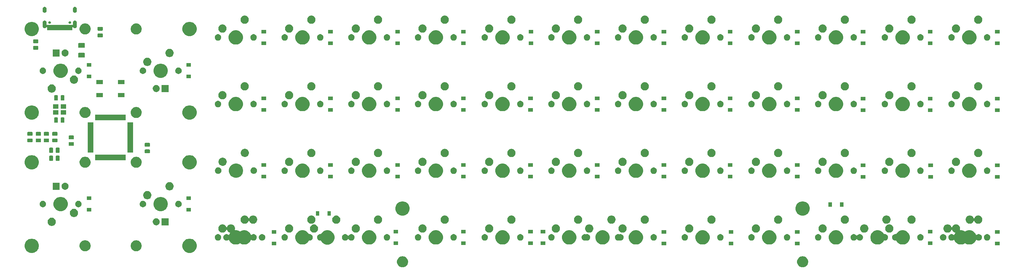
<source format=gbs>
G04 #@! TF.GenerationSoftware,KiCad,Pcbnew,(5.1.5)-3*
G04 #@! TF.CreationDate,2020-09-20T23:58:44-07:00*
G04 #@! TF.ProjectId,EUISOpcb,45554953-4f70-4636-922e-6b696361645f,rev?*
G04 #@! TF.SameCoordinates,Original*
G04 #@! TF.FileFunction,Soldermask,Bot*
G04 #@! TF.FilePolarity,Negative*
%FSLAX46Y46*%
G04 Gerber Fmt 4.6, Leading zero omitted, Abs format (unit mm)*
G04 Created by KiCad (PCBNEW (5.1.5)-3) date 2020-09-20 23:58:44*
%MOMM*%
%LPD*%
G04 APERTURE LIST*
%ADD10C,0.100000*%
G04 APERTURE END LIST*
D10*
G36*
X231320267Y-126979263D02*
G01*
X231472411Y-127009526D01*
X231591137Y-127058704D01*
X231759041Y-127128252D01*
X231759042Y-127128253D01*
X232017004Y-127300617D01*
X232236383Y-127519996D01*
X232351553Y-127692361D01*
X232408748Y-127777959D01*
X232527474Y-128064590D01*
X232588000Y-128368875D01*
X232588000Y-128679125D01*
X232527474Y-128983410D01*
X232408748Y-129270041D01*
X232408747Y-129270042D01*
X232236383Y-129528004D01*
X232017004Y-129747383D01*
X231844639Y-129862553D01*
X231759041Y-129919748D01*
X231591137Y-129989296D01*
X231472411Y-130038474D01*
X231320267Y-130068737D01*
X231168125Y-130099000D01*
X230857875Y-130099000D01*
X230705733Y-130068737D01*
X230553589Y-130038474D01*
X230434863Y-129989296D01*
X230266959Y-129919748D01*
X230181361Y-129862553D01*
X230008996Y-129747383D01*
X229789617Y-129528004D01*
X229617253Y-129270042D01*
X229617252Y-129270041D01*
X229498526Y-128983410D01*
X229438000Y-128679125D01*
X229438000Y-128368875D01*
X229498526Y-128064590D01*
X229617252Y-127777959D01*
X229674447Y-127692361D01*
X229789617Y-127519996D01*
X230008996Y-127300617D01*
X230266958Y-127128253D01*
X230266959Y-127128252D01*
X230434863Y-127058704D01*
X230553589Y-127009526D01*
X230705733Y-126979263D01*
X230857875Y-126949000D01*
X231168125Y-126949000D01*
X231320267Y-126979263D01*
G37*
G36*
X117020267Y-126979263D02*
G01*
X117172411Y-127009526D01*
X117291137Y-127058704D01*
X117459041Y-127128252D01*
X117459042Y-127128253D01*
X117717004Y-127300617D01*
X117936383Y-127519996D01*
X118051553Y-127692361D01*
X118108748Y-127777959D01*
X118227474Y-128064590D01*
X118288000Y-128368875D01*
X118288000Y-128679125D01*
X118227474Y-128983410D01*
X118108748Y-129270041D01*
X118108747Y-129270042D01*
X117936383Y-129528004D01*
X117717004Y-129747383D01*
X117544639Y-129862553D01*
X117459041Y-129919748D01*
X117291137Y-129989296D01*
X117172411Y-130038474D01*
X117020267Y-130068737D01*
X116868125Y-130099000D01*
X116557875Y-130099000D01*
X116405733Y-130068737D01*
X116253589Y-130038474D01*
X116134863Y-129989296D01*
X115966959Y-129919748D01*
X115881361Y-129862553D01*
X115708996Y-129747383D01*
X115489617Y-129528004D01*
X115317253Y-129270042D01*
X115317252Y-129270041D01*
X115198526Y-128983410D01*
X115138000Y-128679125D01*
X115138000Y-128368875D01*
X115198526Y-128064590D01*
X115317252Y-127777959D01*
X115374447Y-127692361D01*
X115489617Y-127519996D01*
X115708996Y-127300617D01*
X115966958Y-127128253D01*
X115966959Y-127128252D01*
X116134863Y-127058704D01*
X116253589Y-127009526D01*
X116405733Y-126979263D01*
X116557875Y-126949000D01*
X116868125Y-126949000D01*
X117020267Y-126979263D01*
G37*
G36*
X56476474Y-121985684D02*
G01*
X56646299Y-122056028D01*
X56848623Y-122139833D01*
X57183548Y-122363623D01*
X57468377Y-122648452D01*
X57692167Y-122983377D01*
X57692167Y-122983378D01*
X57846316Y-123355526D01*
X57924900Y-123750594D01*
X57924900Y-124153406D01*
X57846316Y-124548474D01*
X57784363Y-124698041D01*
X57692167Y-124920623D01*
X57468377Y-125255548D01*
X57183548Y-125540377D01*
X56848623Y-125764167D01*
X56694474Y-125828017D01*
X56476474Y-125918316D01*
X56081406Y-125996900D01*
X55678594Y-125996900D01*
X55283526Y-125918316D01*
X55065526Y-125828017D01*
X54911377Y-125764167D01*
X54576452Y-125540377D01*
X54291623Y-125255548D01*
X54067833Y-124920623D01*
X53975637Y-124698041D01*
X53913684Y-124548474D01*
X53835100Y-124153406D01*
X53835100Y-123750594D01*
X53913684Y-123355526D01*
X54067833Y-122983378D01*
X54067833Y-122983377D01*
X54291623Y-122648452D01*
X54576452Y-122363623D01*
X54911377Y-122139833D01*
X55113701Y-122056028D01*
X55283526Y-121985684D01*
X55678594Y-121907100D01*
X56081406Y-121907100D01*
X56476474Y-121985684D01*
G37*
G36*
X11391474Y-121985684D02*
G01*
X11561299Y-122056028D01*
X11763623Y-122139833D01*
X12098548Y-122363623D01*
X12383377Y-122648452D01*
X12607167Y-122983377D01*
X12607167Y-122983378D01*
X12761316Y-123355526D01*
X12839900Y-123750594D01*
X12839900Y-124153406D01*
X12761316Y-124548474D01*
X12699363Y-124698041D01*
X12607167Y-124920623D01*
X12383377Y-125255548D01*
X12098548Y-125540377D01*
X11763623Y-125764167D01*
X11609474Y-125828017D01*
X11391474Y-125918316D01*
X10996406Y-125996900D01*
X10593594Y-125996900D01*
X10198526Y-125918316D01*
X9980526Y-125828017D01*
X9826377Y-125764167D01*
X9491452Y-125540377D01*
X9206623Y-125255548D01*
X8982833Y-124920623D01*
X8890637Y-124698041D01*
X8828684Y-124548474D01*
X8750100Y-124153406D01*
X8750100Y-123750594D01*
X8828684Y-123355526D01*
X8982833Y-122983378D01*
X8982833Y-122983377D01*
X9206623Y-122648452D01*
X9491452Y-122363623D01*
X9826377Y-122139833D01*
X10028701Y-122056028D01*
X10198526Y-121985684D01*
X10593594Y-121907100D01*
X10996406Y-121907100D01*
X11391474Y-121985684D01*
G37*
G36*
X26342267Y-122407263D02*
G01*
X26494411Y-122437526D01*
X26577638Y-122472000D01*
X26781041Y-122556252D01*
X26781042Y-122556253D01*
X27039004Y-122728617D01*
X27258383Y-122947996D01*
X27282024Y-122983378D01*
X27430748Y-123205959D01*
X27444278Y-123238624D01*
X27549474Y-123492589D01*
X27553398Y-123512315D01*
X27610000Y-123796875D01*
X27610000Y-124107125D01*
X27549474Y-124411410D01*
X27430748Y-124698041D01*
X27430747Y-124698042D01*
X27258383Y-124956004D01*
X27039004Y-125175383D01*
X26919028Y-125255548D01*
X26781041Y-125347748D01*
X26613137Y-125417296D01*
X26494411Y-125466474D01*
X26342267Y-125496737D01*
X26190125Y-125527000D01*
X25879875Y-125527000D01*
X25727733Y-125496737D01*
X25575589Y-125466474D01*
X25456863Y-125417296D01*
X25288959Y-125347748D01*
X25150972Y-125255548D01*
X25030996Y-125175383D01*
X24811617Y-124956004D01*
X24639253Y-124698042D01*
X24639252Y-124698041D01*
X24520526Y-124411410D01*
X24460000Y-124107125D01*
X24460000Y-123796875D01*
X24516602Y-123512315D01*
X24520526Y-123492589D01*
X24625722Y-123238624D01*
X24639252Y-123205959D01*
X24787976Y-122983378D01*
X24811617Y-122947996D01*
X25030996Y-122728617D01*
X25288958Y-122556253D01*
X25288959Y-122556252D01*
X25492362Y-122472000D01*
X25575589Y-122437526D01*
X25727733Y-122407263D01*
X25879875Y-122377000D01*
X26190125Y-122377000D01*
X26342267Y-122407263D01*
G37*
G36*
X40947267Y-122407263D02*
G01*
X41099411Y-122437526D01*
X41182638Y-122472000D01*
X41386041Y-122556252D01*
X41386042Y-122556253D01*
X41644004Y-122728617D01*
X41863383Y-122947996D01*
X41887024Y-122983378D01*
X42035748Y-123205959D01*
X42049278Y-123238624D01*
X42154474Y-123492589D01*
X42158398Y-123512315D01*
X42215000Y-123796875D01*
X42215000Y-124107125D01*
X42154474Y-124411410D01*
X42035748Y-124698041D01*
X42035747Y-124698042D01*
X41863383Y-124956004D01*
X41644004Y-125175383D01*
X41524028Y-125255548D01*
X41386041Y-125347748D01*
X41218137Y-125417296D01*
X41099411Y-125466474D01*
X40947267Y-125496737D01*
X40795125Y-125527000D01*
X40484875Y-125527000D01*
X40332733Y-125496737D01*
X40180589Y-125466474D01*
X40061863Y-125417296D01*
X39893959Y-125347748D01*
X39755972Y-125255548D01*
X39635996Y-125175383D01*
X39416617Y-124956004D01*
X39244253Y-124698042D01*
X39244252Y-124698041D01*
X39125526Y-124411410D01*
X39065000Y-124107125D01*
X39065000Y-123796875D01*
X39121602Y-123512315D01*
X39125526Y-123492589D01*
X39230722Y-123238624D01*
X39244252Y-123205959D01*
X39392976Y-122983378D01*
X39416617Y-122947996D01*
X39635996Y-122728617D01*
X39893958Y-122556253D01*
X39893959Y-122556252D01*
X40097362Y-122472000D01*
X40180589Y-122437526D01*
X40332733Y-122407263D01*
X40484875Y-122377000D01*
X40795125Y-122377000D01*
X40947267Y-122407263D01*
G37*
G36*
X287290000Y-123817000D02*
G01*
X285988000Y-123817000D01*
X285988000Y-122815000D01*
X287290000Y-122815000D01*
X287290000Y-123817000D01*
G37*
G36*
X230140000Y-123817000D02*
G01*
X228838000Y-123817000D01*
X228838000Y-122815000D01*
X230140000Y-122815000D01*
X230140000Y-123817000D01*
G37*
G36*
X80661000Y-123817000D02*
G01*
X79359000Y-123817000D01*
X79359000Y-122815000D01*
X80661000Y-122815000D01*
X80661000Y-123817000D01*
G37*
G36*
X211217000Y-123817000D02*
G01*
X209915000Y-123817000D01*
X209915000Y-122815000D01*
X211217000Y-122815000D01*
X211217000Y-123817000D01*
G37*
G36*
X192040000Y-123817000D02*
G01*
X190738000Y-123817000D01*
X190738000Y-122815000D01*
X192040000Y-122815000D01*
X192040000Y-123817000D01*
G37*
G36*
X115459000Y-123690000D02*
G01*
X114157000Y-123690000D01*
X114157000Y-122688000D01*
X115459000Y-122688000D01*
X115459000Y-123690000D01*
G37*
G36*
X153940000Y-123690000D02*
G01*
X152638000Y-123690000D01*
X152638000Y-122688000D01*
X153940000Y-122688000D01*
X153940000Y-123690000D01*
G37*
G36*
X268113000Y-123690000D02*
G01*
X266811000Y-123690000D01*
X266811000Y-122688000D01*
X268113000Y-122688000D01*
X268113000Y-123690000D01*
G37*
G36*
X134763000Y-123690000D02*
G01*
X133461000Y-123690000D01*
X133461000Y-122688000D01*
X134763000Y-122688000D01*
X134763000Y-123690000D01*
G37*
G36*
X157496000Y-123689000D02*
G01*
X156194000Y-123689000D01*
X156194000Y-122687000D01*
X157496000Y-122687000D01*
X157496000Y-123689000D01*
G37*
G36*
X95846474Y-119579684D02*
G01*
X96064474Y-119669983D01*
X96218623Y-119733833D01*
X96553548Y-119957623D01*
X96838377Y-120242452D01*
X97062167Y-120577377D01*
X97094562Y-120655586D01*
X97216316Y-120949526D01*
X97294900Y-121344594D01*
X97294900Y-121747406D01*
X97216316Y-122142474D01*
X97165451Y-122265272D01*
X97062167Y-122514623D01*
X96838377Y-122849548D01*
X96553548Y-123134377D01*
X96218623Y-123358167D01*
X96064474Y-123422017D01*
X95846474Y-123512316D01*
X95451406Y-123590900D01*
X95048594Y-123590900D01*
X94653526Y-123512316D01*
X94435526Y-123422017D01*
X94281377Y-123358167D01*
X93946452Y-123134377D01*
X93661623Y-122849548D01*
X93439872Y-122517675D01*
X93424333Y-122498740D01*
X93405391Y-122483195D01*
X93383780Y-122471644D01*
X93360331Y-122464531D01*
X93335945Y-122462129D01*
X93311557Y-122464532D01*
X93309203Y-122465000D01*
X93126797Y-122465000D01*
X92947896Y-122429415D01*
X92779374Y-122359611D01*
X92627709Y-122258272D01*
X92498728Y-122129291D01*
X92397389Y-121977626D01*
X92327585Y-121809104D01*
X92292000Y-121630203D01*
X92292000Y-121447797D01*
X92327585Y-121268896D01*
X92397389Y-121100374D01*
X92498728Y-120948709D01*
X92627709Y-120819728D01*
X92779374Y-120718389D01*
X92947896Y-120648585D01*
X93126797Y-120613000D01*
X93309203Y-120613000D01*
X93319816Y-120615111D01*
X93344202Y-120617513D01*
X93368588Y-120615111D01*
X93392037Y-120607998D01*
X93413647Y-120596447D01*
X93432589Y-120580902D01*
X93448131Y-120561964D01*
X93661623Y-120242452D01*
X93946452Y-119957623D01*
X94281377Y-119733833D01*
X94435526Y-119669983D01*
X94653526Y-119579684D01*
X95048594Y-119501100D01*
X95451406Y-119501100D01*
X95846474Y-119579684D01*
G37*
G36*
X65469560Y-117838064D02*
G01*
X65621027Y-117868193D01*
X65835045Y-117956842D01*
X65899249Y-117999742D01*
X66027654Y-118085539D01*
X66191461Y-118249346D01*
X66277258Y-118377751D01*
X66320158Y-118441955D01*
X66369020Y-118559918D01*
X66380567Y-118581522D01*
X66396112Y-118600464D01*
X66415054Y-118616009D01*
X66436665Y-118627560D01*
X66460114Y-118634673D01*
X66484500Y-118637075D01*
X66508886Y-118634673D01*
X66532335Y-118627560D01*
X66553946Y-118616009D01*
X66572888Y-118600464D01*
X66588433Y-118581522D01*
X66599980Y-118559918D01*
X66648842Y-118441955D01*
X66691742Y-118377751D01*
X66777539Y-118249346D01*
X66941346Y-118085539D01*
X67069751Y-117999742D01*
X67133955Y-117956842D01*
X67347973Y-117868193D01*
X67499440Y-117838064D01*
X67575173Y-117823000D01*
X67806827Y-117823000D01*
X67882560Y-117838064D01*
X68034027Y-117868193D01*
X68248045Y-117956842D01*
X68312249Y-117999742D01*
X68440654Y-118085539D01*
X68604461Y-118249346D01*
X68690258Y-118377751D01*
X68733158Y-118441955D01*
X68821807Y-118655973D01*
X68851936Y-118807440D01*
X68867000Y-118883173D01*
X68867000Y-119114827D01*
X68821272Y-119344715D01*
X68818870Y-119369101D01*
X68821272Y-119393487D01*
X68828385Y-119416936D01*
X68839936Y-119438547D01*
X68855481Y-119457489D01*
X68874423Y-119473034D01*
X68896034Y-119484585D01*
X68919483Y-119491698D01*
X68943869Y-119494100D01*
X69289406Y-119494100D01*
X69684474Y-119572684D01*
X69902474Y-119662983D01*
X70056623Y-119726833D01*
X70225060Y-119839379D01*
X70246665Y-119850927D01*
X70270114Y-119858040D01*
X70294500Y-119860442D01*
X70318886Y-119858040D01*
X70342335Y-119850927D01*
X70363940Y-119839379D01*
X70532377Y-119726833D01*
X70686526Y-119662983D01*
X70904526Y-119572684D01*
X71299594Y-119494100D01*
X71702406Y-119494100D01*
X72097474Y-119572684D01*
X72315474Y-119662983D01*
X72469623Y-119726833D01*
X72804548Y-119950623D01*
X73089377Y-120235452D01*
X73313167Y-120570377D01*
X73349428Y-120657919D01*
X73393121Y-120763403D01*
X73404672Y-120785014D01*
X73420217Y-120803956D01*
X73439159Y-120819501D01*
X73460770Y-120831052D01*
X73484219Y-120838165D01*
X73508605Y-120840567D01*
X73532991Y-120838165D01*
X73556440Y-120831052D01*
X73578040Y-120819507D01*
X73729374Y-120718389D01*
X73897896Y-120648585D01*
X74076797Y-120613000D01*
X74259203Y-120613000D01*
X74438104Y-120648585D01*
X74606626Y-120718389D01*
X74758291Y-120819728D01*
X74887272Y-120948709D01*
X74988611Y-121100374D01*
X75058415Y-121268896D01*
X75094000Y-121447797D01*
X75094000Y-121630203D01*
X75058415Y-121809104D01*
X74988611Y-121977626D01*
X74887272Y-122129291D01*
X74758291Y-122258272D01*
X74606626Y-122359611D01*
X74438104Y-122429415D01*
X74259203Y-122465000D01*
X74076797Y-122465000D01*
X73897896Y-122429415D01*
X73729374Y-122359611D01*
X73578040Y-122258493D01*
X73556440Y-122246948D01*
X73532991Y-122239835D01*
X73508605Y-122237433D01*
X73484219Y-122239835D01*
X73460770Y-122246948D01*
X73439159Y-122258499D01*
X73420217Y-122274044D01*
X73404672Y-122292986D01*
X73393121Y-122314597D01*
X73371576Y-122366611D01*
X73313167Y-122507623D01*
X73089377Y-122842548D01*
X72804548Y-123127377D01*
X72469623Y-123351167D01*
X72452723Y-123358167D01*
X72097474Y-123505316D01*
X71702406Y-123583900D01*
X71299594Y-123583900D01*
X70904526Y-123505316D01*
X70549277Y-123358167D01*
X70532377Y-123351167D01*
X70363940Y-123238621D01*
X70342335Y-123227073D01*
X70318886Y-123219960D01*
X70294500Y-123217558D01*
X70270114Y-123219960D01*
X70246665Y-123227073D01*
X70225060Y-123238621D01*
X70056623Y-123351167D01*
X70039723Y-123358167D01*
X69684474Y-123505316D01*
X69289406Y-123583900D01*
X68886594Y-123583900D01*
X68491526Y-123505316D01*
X68136277Y-123358167D01*
X68119377Y-123351167D01*
X67784452Y-123127377D01*
X67499623Y-122842548D01*
X67275833Y-122507623D01*
X67217424Y-122366611D01*
X67195879Y-122314597D01*
X67184328Y-122292986D01*
X67168783Y-122274044D01*
X67149841Y-122258499D01*
X67128230Y-122246948D01*
X67104781Y-122239835D01*
X67080395Y-122237433D01*
X67056009Y-122239835D01*
X67032560Y-122246948D01*
X67010960Y-122258493D01*
X66859626Y-122359611D01*
X66691104Y-122429415D01*
X66512203Y-122465000D01*
X66329797Y-122465000D01*
X66150896Y-122429415D01*
X65982374Y-122359611D01*
X65830709Y-122258272D01*
X65701728Y-122129291D01*
X65600389Y-121977626D01*
X65530585Y-121809104D01*
X65495000Y-121630203D01*
X65495000Y-121447797D01*
X65530585Y-121268896D01*
X65600389Y-121100374D01*
X65701728Y-120948709D01*
X65830709Y-120819728D01*
X65982374Y-120718389D01*
X66150896Y-120648585D01*
X66329797Y-120613000D01*
X66512203Y-120613000D01*
X66691104Y-120648585D01*
X66859626Y-120718389D01*
X67010960Y-120819507D01*
X67032560Y-120831052D01*
X67056009Y-120838165D01*
X67080395Y-120840567D01*
X67104781Y-120838165D01*
X67128230Y-120831052D01*
X67149841Y-120819501D01*
X67168783Y-120803956D01*
X67184328Y-120785014D01*
X67195879Y-120763403D01*
X67239572Y-120657919D01*
X67275833Y-120570377D01*
X67440211Y-120324368D01*
X67451759Y-120302763D01*
X67458872Y-120279314D01*
X67461274Y-120254928D01*
X67458872Y-120230542D01*
X67451759Y-120207093D01*
X67440208Y-120185482D01*
X67424663Y-120166540D01*
X67405721Y-120150995D01*
X67384110Y-120139444D01*
X67360668Y-120132332D01*
X67347973Y-120129807D01*
X67133955Y-120041158D01*
X66998460Y-119950623D01*
X66941346Y-119912461D01*
X66777539Y-119748654D01*
X66653520Y-119563046D01*
X66648842Y-119556045D01*
X66599980Y-119438082D01*
X66588433Y-119416478D01*
X66572888Y-119397536D01*
X66553946Y-119381991D01*
X66532335Y-119370440D01*
X66508886Y-119363327D01*
X66484500Y-119360925D01*
X66460114Y-119363327D01*
X66436665Y-119370440D01*
X66415054Y-119381991D01*
X66396112Y-119397536D01*
X66380567Y-119416478D01*
X66369020Y-119438082D01*
X66320158Y-119556045D01*
X66315480Y-119563046D01*
X66191461Y-119748654D01*
X66027654Y-119912461D01*
X65970540Y-119950623D01*
X65835045Y-120041158D01*
X65621027Y-120129807D01*
X65469560Y-120159936D01*
X65393827Y-120175000D01*
X65162173Y-120175000D01*
X65086440Y-120159936D01*
X64934973Y-120129807D01*
X64720955Y-120041158D01*
X64585460Y-119950623D01*
X64528346Y-119912461D01*
X64364539Y-119748654D01*
X64240520Y-119563046D01*
X64235842Y-119556045D01*
X64147193Y-119342027D01*
X64117064Y-119190560D01*
X64102000Y-119114827D01*
X64102000Y-118883173D01*
X64117064Y-118807440D01*
X64147193Y-118655973D01*
X64235842Y-118441955D01*
X64278742Y-118377751D01*
X64364539Y-118249346D01*
X64528346Y-118085539D01*
X64656751Y-117999742D01*
X64720955Y-117956842D01*
X64934973Y-117868193D01*
X65086440Y-117838064D01*
X65162173Y-117823000D01*
X65393827Y-117823000D01*
X65469560Y-117838064D01*
G37*
G36*
X241134474Y-119572684D02*
G01*
X241352474Y-119662983D01*
X241506623Y-119726833D01*
X241841548Y-119950623D01*
X242126377Y-120235452D01*
X242350167Y-120570377D01*
X242386428Y-120657919D01*
X242504316Y-120942526D01*
X242582900Y-121337594D01*
X242582900Y-121740406D01*
X242504316Y-122135474D01*
X242453451Y-122258272D01*
X242350167Y-122507623D01*
X242126377Y-122842548D01*
X241841548Y-123127377D01*
X241506623Y-123351167D01*
X241489723Y-123358167D01*
X241134474Y-123505316D01*
X240739406Y-123583900D01*
X240336594Y-123583900D01*
X239941526Y-123505316D01*
X239586277Y-123358167D01*
X239569377Y-123351167D01*
X239234452Y-123127377D01*
X238949623Y-122842548D01*
X238725833Y-122507623D01*
X238622549Y-122258272D01*
X238571684Y-122135474D01*
X238493100Y-121740406D01*
X238493100Y-121337594D01*
X238571684Y-120942526D01*
X238689572Y-120657919D01*
X238725833Y-120570377D01*
X238949623Y-120235452D01*
X239234452Y-119950623D01*
X239569377Y-119726833D01*
X239723526Y-119662983D01*
X239941526Y-119572684D01*
X240336594Y-119494100D01*
X240739406Y-119494100D01*
X241134474Y-119572684D01*
G37*
G36*
X260184474Y-119572684D02*
G01*
X260402474Y-119662983D01*
X260556623Y-119726833D01*
X260891548Y-119950623D01*
X261176377Y-120235452D01*
X261400167Y-120570377D01*
X261436428Y-120657919D01*
X261554316Y-120942526D01*
X261632900Y-121337594D01*
X261632900Y-121740406D01*
X261554316Y-122135474D01*
X261503451Y-122258272D01*
X261400167Y-122507623D01*
X261176377Y-122842548D01*
X260891548Y-123127377D01*
X260556623Y-123351167D01*
X260539723Y-123358167D01*
X260184474Y-123505316D01*
X259789406Y-123583900D01*
X259386594Y-123583900D01*
X258991526Y-123505316D01*
X258636277Y-123358167D01*
X258619377Y-123351167D01*
X258284452Y-123127377D01*
X257999623Y-122842548D01*
X257775833Y-122507623D01*
X257775831Y-122507619D01*
X257775085Y-122506502D01*
X257759540Y-122487560D01*
X257740598Y-122472015D01*
X257718987Y-122460464D01*
X257695538Y-122453351D01*
X257671152Y-122450949D01*
X257646769Y-122453351D01*
X257588203Y-122465000D01*
X257405797Y-122465000D01*
X257226896Y-122429415D01*
X257058374Y-122359611D01*
X256906709Y-122258272D01*
X256777728Y-122129291D01*
X256676389Y-121977626D01*
X256606585Y-121809104D01*
X256571000Y-121630203D01*
X256571000Y-121447797D01*
X256606585Y-121268896D01*
X256676389Y-121100374D01*
X256777728Y-120948709D01*
X256906709Y-120819728D01*
X257058374Y-120718389D01*
X257226896Y-120648585D01*
X257405797Y-120613000D01*
X257588203Y-120613000D01*
X257646769Y-120624649D01*
X257671152Y-120627051D01*
X257695538Y-120624649D01*
X257718987Y-120617536D01*
X257740597Y-120605985D01*
X257759539Y-120590440D01*
X257775085Y-120571498D01*
X257775833Y-120570378D01*
X257775833Y-120570377D01*
X257999623Y-120235452D01*
X258284452Y-119950623D01*
X258619377Y-119726833D01*
X258773526Y-119662983D01*
X258991526Y-119572684D01*
X259386594Y-119494100D01*
X259789406Y-119494100D01*
X260184474Y-119572684D01*
G37*
G36*
X174459474Y-119572684D02*
G01*
X174677474Y-119662983D01*
X174831623Y-119726833D01*
X175166548Y-119950623D01*
X175451377Y-120235452D01*
X175675167Y-120570377D01*
X175711428Y-120657919D01*
X175829316Y-120942526D01*
X175907900Y-121337594D01*
X175907900Y-121740406D01*
X175829316Y-122135474D01*
X175778451Y-122258272D01*
X175675167Y-122507623D01*
X175451377Y-122842548D01*
X175166548Y-123127377D01*
X174831623Y-123351167D01*
X174814723Y-123358167D01*
X174459474Y-123505316D01*
X174064406Y-123583900D01*
X173661594Y-123583900D01*
X173266526Y-123505316D01*
X172911277Y-123358167D01*
X172894377Y-123351167D01*
X172559452Y-123127377D01*
X172274623Y-122842548D01*
X172050833Y-122507623D01*
X171947549Y-122258272D01*
X171896684Y-122135474D01*
X171818100Y-121740406D01*
X171818100Y-121337594D01*
X171896684Y-120942526D01*
X172014572Y-120657919D01*
X172050833Y-120570377D01*
X172274623Y-120235452D01*
X172559452Y-119950623D01*
X172894377Y-119726833D01*
X173048526Y-119662983D01*
X173266526Y-119572684D01*
X173661594Y-119494100D01*
X174064406Y-119494100D01*
X174459474Y-119572684D01*
G37*
G36*
X272606560Y-117838064D02*
G01*
X272758027Y-117868193D01*
X272972045Y-117956842D01*
X273036249Y-117999742D01*
X273164654Y-118085539D01*
X273328461Y-118249346D01*
X273414258Y-118377751D01*
X273457158Y-118441955D01*
X273506020Y-118559918D01*
X273517567Y-118581522D01*
X273533112Y-118600464D01*
X273552054Y-118616009D01*
X273573665Y-118627560D01*
X273597114Y-118634673D01*
X273621500Y-118637075D01*
X273645886Y-118634673D01*
X273669335Y-118627560D01*
X273690946Y-118616009D01*
X273709888Y-118600464D01*
X273725433Y-118581522D01*
X273736980Y-118559918D01*
X273785842Y-118441955D01*
X273828742Y-118377751D01*
X273914539Y-118249346D01*
X274078346Y-118085539D01*
X274206751Y-117999742D01*
X274270955Y-117956842D01*
X274484973Y-117868193D01*
X274636440Y-117838064D01*
X274712173Y-117823000D01*
X274943827Y-117823000D01*
X275019560Y-117838064D01*
X275171027Y-117868193D01*
X275385045Y-117956842D01*
X275449249Y-117999742D01*
X275577654Y-118085539D01*
X275741461Y-118249346D01*
X275827258Y-118377751D01*
X275870158Y-118441955D01*
X275958807Y-118655973D01*
X275988936Y-118807440D01*
X276004000Y-118883173D01*
X276004000Y-119114827D01*
X275958272Y-119344715D01*
X275955870Y-119369101D01*
X275958272Y-119393487D01*
X275965385Y-119416936D01*
X275976936Y-119438547D01*
X275992481Y-119457489D01*
X276011423Y-119473034D01*
X276033034Y-119484585D01*
X276056483Y-119491698D01*
X276080869Y-119494100D01*
X276426406Y-119494100D01*
X276821474Y-119572684D01*
X277039474Y-119662983D01*
X277193623Y-119726833D01*
X277362060Y-119839379D01*
X277383665Y-119850927D01*
X277407114Y-119858040D01*
X277431500Y-119860442D01*
X277455886Y-119858040D01*
X277479335Y-119850927D01*
X277500940Y-119839379D01*
X277669377Y-119726833D01*
X277823526Y-119662983D01*
X278041526Y-119572684D01*
X278436594Y-119494100D01*
X278839406Y-119494100D01*
X279234474Y-119572684D01*
X279452474Y-119662983D01*
X279606623Y-119726833D01*
X279941548Y-119950623D01*
X280226377Y-120235452D01*
X280450167Y-120570377D01*
X280486428Y-120657919D01*
X280530121Y-120763403D01*
X280541672Y-120785014D01*
X280557217Y-120803956D01*
X280576159Y-120819501D01*
X280597770Y-120831052D01*
X280621219Y-120838165D01*
X280645605Y-120840567D01*
X280669991Y-120838165D01*
X280693440Y-120831052D01*
X280715040Y-120819507D01*
X280866374Y-120718389D01*
X281034896Y-120648585D01*
X281213797Y-120613000D01*
X281396203Y-120613000D01*
X281575104Y-120648585D01*
X281743626Y-120718389D01*
X281895291Y-120819728D01*
X282024272Y-120948709D01*
X282125611Y-121100374D01*
X282195415Y-121268896D01*
X282231000Y-121447797D01*
X282231000Y-121630203D01*
X282195415Y-121809104D01*
X282125611Y-121977626D01*
X282024272Y-122129291D01*
X281895291Y-122258272D01*
X281743626Y-122359611D01*
X281575104Y-122429415D01*
X281396203Y-122465000D01*
X281213797Y-122465000D01*
X281034896Y-122429415D01*
X280866374Y-122359611D01*
X280715040Y-122258493D01*
X280693440Y-122246948D01*
X280669991Y-122239835D01*
X280645605Y-122237433D01*
X280621219Y-122239835D01*
X280597770Y-122246948D01*
X280576159Y-122258499D01*
X280557217Y-122274044D01*
X280541672Y-122292986D01*
X280530121Y-122314597D01*
X280508576Y-122366611D01*
X280450167Y-122507623D01*
X280226377Y-122842548D01*
X279941548Y-123127377D01*
X279606623Y-123351167D01*
X279589723Y-123358167D01*
X279234474Y-123505316D01*
X278839406Y-123583900D01*
X278436594Y-123583900D01*
X278041526Y-123505316D01*
X277686277Y-123358167D01*
X277669377Y-123351167D01*
X277500940Y-123238621D01*
X277479335Y-123227073D01*
X277455886Y-123219960D01*
X277431500Y-123217558D01*
X277407114Y-123219960D01*
X277383665Y-123227073D01*
X277362060Y-123238621D01*
X277193623Y-123351167D01*
X277176723Y-123358167D01*
X276821474Y-123505316D01*
X276426406Y-123583900D01*
X276023594Y-123583900D01*
X275628526Y-123505316D01*
X275273277Y-123358167D01*
X275256377Y-123351167D01*
X274921452Y-123127377D01*
X274636623Y-122842548D01*
X274412833Y-122507623D01*
X274354424Y-122366611D01*
X274332879Y-122314597D01*
X274321328Y-122292986D01*
X274305783Y-122274044D01*
X274286841Y-122258499D01*
X274265230Y-122246948D01*
X274241781Y-122239835D01*
X274217395Y-122237433D01*
X274193009Y-122239835D01*
X274169560Y-122246948D01*
X274147960Y-122258493D01*
X273996626Y-122359611D01*
X273828104Y-122429415D01*
X273649203Y-122465000D01*
X273466797Y-122465000D01*
X273287896Y-122429415D01*
X273119374Y-122359611D01*
X272967709Y-122258272D01*
X272838728Y-122129291D01*
X272737389Y-121977626D01*
X272667585Y-121809104D01*
X272632000Y-121630203D01*
X272632000Y-121447797D01*
X272667585Y-121268896D01*
X272737389Y-121100374D01*
X272838728Y-120948709D01*
X272967709Y-120819728D01*
X273119374Y-120718389D01*
X273287896Y-120648585D01*
X273466797Y-120613000D01*
X273649203Y-120613000D01*
X273828104Y-120648585D01*
X273996626Y-120718389D01*
X274147960Y-120819507D01*
X274169560Y-120831052D01*
X274193009Y-120838165D01*
X274217395Y-120840567D01*
X274241781Y-120838165D01*
X274265230Y-120831052D01*
X274286841Y-120819501D01*
X274305783Y-120803956D01*
X274321328Y-120785014D01*
X274332879Y-120763403D01*
X274376572Y-120657919D01*
X274412833Y-120570377D01*
X274577211Y-120324368D01*
X274588759Y-120302763D01*
X274595872Y-120279314D01*
X274598274Y-120254928D01*
X274595872Y-120230542D01*
X274588759Y-120207093D01*
X274577208Y-120185482D01*
X274561663Y-120166540D01*
X274542721Y-120150995D01*
X274521110Y-120139444D01*
X274497668Y-120132332D01*
X274484973Y-120129807D01*
X274270955Y-120041158D01*
X274135460Y-119950623D01*
X274078346Y-119912461D01*
X273914539Y-119748654D01*
X273790520Y-119563046D01*
X273785842Y-119556045D01*
X273736980Y-119438082D01*
X273725433Y-119416478D01*
X273709888Y-119397536D01*
X273690946Y-119381991D01*
X273669335Y-119370440D01*
X273645886Y-119363327D01*
X273621500Y-119360925D01*
X273597114Y-119363327D01*
X273573665Y-119370440D01*
X273552054Y-119381991D01*
X273533112Y-119397536D01*
X273517567Y-119416478D01*
X273506020Y-119438082D01*
X273457158Y-119556045D01*
X273452480Y-119563046D01*
X273328461Y-119748654D01*
X273164654Y-119912461D01*
X273107540Y-119950623D01*
X272972045Y-120041158D01*
X272758027Y-120129807D01*
X272606560Y-120159936D01*
X272530827Y-120175000D01*
X272299173Y-120175000D01*
X272223440Y-120159936D01*
X272071973Y-120129807D01*
X271857955Y-120041158D01*
X271722460Y-119950623D01*
X271665346Y-119912461D01*
X271501539Y-119748654D01*
X271377520Y-119563046D01*
X271372842Y-119556045D01*
X271284193Y-119342027D01*
X271254064Y-119190560D01*
X271239000Y-119114827D01*
X271239000Y-118883173D01*
X271254064Y-118807440D01*
X271284193Y-118655973D01*
X271372842Y-118441955D01*
X271415742Y-118377751D01*
X271501539Y-118249346D01*
X271665346Y-118085539D01*
X271793751Y-117999742D01*
X271857955Y-117956842D01*
X272071973Y-117868193D01*
X272223440Y-117838064D01*
X272299173Y-117823000D01*
X272530827Y-117823000D01*
X272606560Y-117838064D01*
G37*
G36*
X253013474Y-119572684D02*
G01*
X253231474Y-119662983D01*
X253385623Y-119726833D01*
X253720548Y-119950623D01*
X254005377Y-120235452D01*
X254229167Y-120570377D01*
X254229167Y-120570378D01*
X254229915Y-120571498D01*
X254245460Y-120590440D01*
X254264402Y-120605985D01*
X254286013Y-120617536D01*
X254309462Y-120624649D01*
X254333848Y-120627051D01*
X254358231Y-120624649D01*
X254416797Y-120613000D01*
X254599203Y-120613000D01*
X254778104Y-120648585D01*
X254946626Y-120718389D01*
X255098291Y-120819728D01*
X255227272Y-120948709D01*
X255328611Y-121100374D01*
X255398415Y-121268896D01*
X255434000Y-121447797D01*
X255434000Y-121630203D01*
X255398415Y-121809104D01*
X255328611Y-121977626D01*
X255227272Y-122129291D01*
X255098291Y-122258272D01*
X254946626Y-122359611D01*
X254778104Y-122429415D01*
X254599203Y-122465000D01*
X254416797Y-122465000D01*
X254358231Y-122453351D01*
X254333848Y-122450949D01*
X254309462Y-122453351D01*
X254286013Y-122460464D01*
X254264403Y-122472015D01*
X254245461Y-122487560D01*
X254229915Y-122506502D01*
X254229169Y-122507619D01*
X254229167Y-122507623D01*
X254005377Y-122842548D01*
X253720548Y-123127377D01*
X253385623Y-123351167D01*
X253368723Y-123358167D01*
X253013474Y-123505316D01*
X252618406Y-123583900D01*
X252215594Y-123583900D01*
X251820526Y-123505316D01*
X251465277Y-123358167D01*
X251448377Y-123351167D01*
X251113452Y-123127377D01*
X250828623Y-122842548D01*
X250604833Y-122507623D01*
X250501549Y-122258272D01*
X250450684Y-122135474D01*
X250372100Y-121740406D01*
X250372100Y-121337594D01*
X250450684Y-120942526D01*
X250568572Y-120657919D01*
X250604833Y-120570377D01*
X250828623Y-120235452D01*
X251113452Y-119950623D01*
X251448377Y-119726833D01*
X251602526Y-119662983D01*
X251820526Y-119572684D01*
X252215594Y-119494100D01*
X252618406Y-119494100D01*
X253013474Y-119572684D01*
G37*
G36*
X222084474Y-119572684D02*
G01*
X222302474Y-119662983D01*
X222456623Y-119726833D01*
X222791548Y-119950623D01*
X223076377Y-120235452D01*
X223300167Y-120570377D01*
X223336428Y-120657919D01*
X223454316Y-120942526D01*
X223532900Y-121337594D01*
X223532900Y-121740406D01*
X223454316Y-122135474D01*
X223403451Y-122258272D01*
X223300167Y-122507623D01*
X223076377Y-122842548D01*
X222791548Y-123127377D01*
X222456623Y-123351167D01*
X222439723Y-123358167D01*
X222084474Y-123505316D01*
X221689406Y-123583900D01*
X221286594Y-123583900D01*
X220891526Y-123505316D01*
X220536277Y-123358167D01*
X220519377Y-123351167D01*
X220184452Y-123127377D01*
X219899623Y-122842548D01*
X219675833Y-122507623D01*
X219572549Y-122258272D01*
X219521684Y-122135474D01*
X219443100Y-121740406D01*
X219443100Y-121337594D01*
X219521684Y-120942526D01*
X219639572Y-120657919D01*
X219675833Y-120570377D01*
X219899623Y-120235452D01*
X220184452Y-119950623D01*
X220519377Y-119726833D01*
X220673526Y-119662983D01*
X220891526Y-119572684D01*
X221286594Y-119494100D01*
X221689406Y-119494100D01*
X222084474Y-119572684D01*
G37*
G36*
X203034474Y-119572684D02*
G01*
X203252474Y-119662983D01*
X203406623Y-119726833D01*
X203741548Y-119950623D01*
X204026377Y-120235452D01*
X204250167Y-120570377D01*
X204286428Y-120657919D01*
X204404316Y-120942526D01*
X204482900Y-121337594D01*
X204482900Y-121740406D01*
X204404316Y-122135474D01*
X204353451Y-122258272D01*
X204250167Y-122507623D01*
X204026377Y-122842548D01*
X203741548Y-123127377D01*
X203406623Y-123351167D01*
X203389723Y-123358167D01*
X203034474Y-123505316D01*
X202639406Y-123583900D01*
X202236594Y-123583900D01*
X201841526Y-123505316D01*
X201486277Y-123358167D01*
X201469377Y-123351167D01*
X201134452Y-123127377D01*
X200849623Y-122842548D01*
X200625833Y-122507623D01*
X200522549Y-122258272D01*
X200471684Y-122135474D01*
X200393100Y-121740406D01*
X200393100Y-121337594D01*
X200471684Y-120942526D01*
X200589572Y-120657919D01*
X200625833Y-120570377D01*
X200849623Y-120235452D01*
X201134452Y-119950623D01*
X201469377Y-119726833D01*
X201623526Y-119662983D01*
X201841526Y-119572684D01*
X202236594Y-119494100D01*
X202639406Y-119494100D01*
X203034474Y-119572684D01*
G37*
G36*
X107784474Y-119572684D02*
G01*
X108002474Y-119662983D01*
X108156623Y-119726833D01*
X108491548Y-119950623D01*
X108776377Y-120235452D01*
X109000167Y-120570377D01*
X109036428Y-120657919D01*
X109154316Y-120942526D01*
X109232900Y-121337594D01*
X109232900Y-121740406D01*
X109154316Y-122135474D01*
X109103451Y-122258272D01*
X109000167Y-122507623D01*
X108776377Y-122842548D01*
X108491548Y-123127377D01*
X108156623Y-123351167D01*
X108139723Y-123358167D01*
X107784474Y-123505316D01*
X107389406Y-123583900D01*
X106986594Y-123583900D01*
X106591526Y-123505316D01*
X106236277Y-123358167D01*
X106219377Y-123351167D01*
X105884452Y-123127377D01*
X105599623Y-122842548D01*
X105375833Y-122507623D01*
X105272549Y-122258272D01*
X105221684Y-122135474D01*
X105143100Y-121740406D01*
X105143100Y-121337594D01*
X105221684Y-120942526D01*
X105339572Y-120657919D01*
X105375833Y-120570377D01*
X105599623Y-120235452D01*
X105884452Y-119950623D01*
X106219377Y-119726833D01*
X106373526Y-119662983D01*
X106591526Y-119572684D01*
X106986594Y-119494100D01*
X107389406Y-119494100D01*
X107784474Y-119572684D01*
G37*
G36*
X126834474Y-119572684D02*
G01*
X127052474Y-119662983D01*
X127206623Y-119726833D01*
X127541548Y-119950623D01*
X127826377Y-120235452D01*
X128050167Y-120570377D01*
X128086428Y-120657919D01*
X128204316Y-120942526D01*
X128282900Y-121337594D01*
X128282900Y-121740406D01*
X128204316Y-122135474D01*
X128153451Y-122258272D01*
X128050167Y-122507623D01*
X127826377Y-122842548D01*
X127541548Y-123127377D01*
X127206623Y-123351167D01*
X127189723Y-123358167D01*
X126834474Y-123505316D01*
X126439406Y-123583900D01*
X126036594Y-123583900D01*
X125641526Y-123505316D01*
X125286277Y-123358167D01*
X125269377Y-123351167D01*
X124934452Y-123127377D01*
X124649623Y-122842548D01*
X124425833Y-122507623D01*
X124322549Y-122258272D01*
X124271684Y-122135474D01*
X124193100Y-121740406D01*
X124193100Y-121337594D01*
X124271684Y-120942526D01*
X124389572Y-120657919D01*
X124425833Y-120570377D01*
X124649623Y-120235452D01*
X124934452Y-119950623D01*
X125269377Y-119726833D01*
X125423526Y-119662983D01*
X125641526Y-119572684D01*
X126036594Y-119494100D01*
X126439406Y-119494100D01*
X126834474Y-119572684D01*
G37*
G36*
X145884474Y-119572684D02*
G01*
X146102474Y-119662983D01*
X146256623Y-119726833D01*
X146591548Y-119950623D01*
X146876377Y-120235452D01*
X147100167Y-120570377D01*
X147136428Y-120657919D01*
X147254316Y-120942526D01*
X147332900Y-121337594D01*
X147332900Y-121740406D01*
X147254316Y-122135474D01*
X147203451Y-122258272D01*
X147100167Y-122507623D01*
X146876377Y-122842548D01*
X146591548Y-123127377D01*
X146256623Y-123351167D01*
X146239723Y-123358167D01*
X145884474Y-123505316D01*
X145489406Y-123583900D01*
X145086594Y-123583900D01*
X144691526Y-123505316D01*
X144336277Y-123358167D01*
X144319377Y-123351167D01*
X143984452Y-123127377D01*
X143699623Y-122842548D01*
X143475833Y-122507623D01*
X143372549Y-122258272D01*
X143321684Y-122135474D01*
X143243100Y-121740406D01*
X143243100Y-121337594D01*
X143321684Y-120942526D01*
X143439572Y-120657919D01*
X143475833Y-120570377D01*
X143699623Y-120235452D01*
X143984452Y-119950623D01*
X144319377Y-119726833D01*
X144473526Y-119662983D01*
X144691526Y-119572684D01*
X145086594Y-119494100D01*
X145489406Y-119494100D01*
X145884474Y-119572684D01*
G37*
G36*
X88734474Y-119572684D02*
G01*
X88952474Y-119662983D01*
X89106623Y-119726833D01*
X89441548Y-119950623D01*
X89726377Y-120235452D01*
X89948128Y-120567325D01*
X89963667Y-120586260D01*
X89982609Y-120601805D01*
X90004220Y-120613356D01*
X90027669Y-120620469D01*
X90052055Y-120622871D01*
X90076443Y-120620468D01*
X90078797Y-120620000D01*
X90261203Y-120620000D01*
X90440104Y-120655585D01*
X90608626Y-120725389D01*
X90760291Y-120826728D01*
X90889272Y-120955709D01*
X90990611Y-121107374D01*
X91060415Y-121275896D01*
X91096000Y-121454797D01*
X91096000Y-121637203D01*
X91060415Y-121816104D01*
X90990611Y-121984626D01*
X90889272Y-122136291D01*
X90760291Y-122265272D01*
X90608626Y-122366611D01*
X90440104Y-122436415D01*
X90261203Y-122472000D01*
X90078797Y-122472000D01*
X90068184Y-122469889D01*
X90043798Y-122467487D01*
X90019412Y-122469889D01*
X89995963Y-122477002D01*
X89974353Y-122488553D01*
X89955411Y-122504098D01*
X89939869Y-122523036D01*
X89726377Y-122842548D01*
X89441548Y-123127377D01*
X89106623Y-123351167D01*
X89089723Y-123358167D01*
X88734474Y-123505316D01*
X88339406Y-123583900D01*
X87936594Y-123583900D01*
X87541526Y-123505316D01*
X87186277Y-123358167D01*
X87169377Y-123351167D01*
X86834452Y-123127377D01*
X86549623Y-122842548D01*
X86325833Y-122507623D01*
X86222549Y-122258272D01*
X86171684Y-122135474D01*
X86093100Y-121740406D01*
X86093100Y-121337594D01*
X86171684Y-120942526D01*
X86289572Y-120657919D01*
X86325833Y-120570377D01*
X86549623Y-120235452D01*
X86834452Y-119950623D01*
X87169377Y-119726833D01*
X87323526Y-119662983D01*
X87541526Y-119572684D01*
X87936594Y-119494100D01*
X88339406Y-119494100D01*
X88734474Y-119572684D01*
G37*
G36*
X183984474Y-119572684D02*
G01*
X184202474Y-119662983D01*
X184356623Y-119726833D01*
X184691548Y-119950623D01*
X184976377Y-120235452D01*
X185200167Y-120570377D01*
X185236428Y-120657919D01*
X185354316Y-120942526D01*
X185432900Y-121337594D01*
X185432900Y-121740406D01*
X185354316Y-122135474D01*
X185303451Y-122258272D01*
X185200167Y-122507623D01*
X184976377Y-122842548D01*
X184691548Y-123127377D01*
X184356623Y-123351167D01*
X184339723Y-123358167D01*
X183984474Y-123505316D01*
X183589406Y-123583900D01*
X183186594Y-123583900D01*
X182791526Y-123505316D01*
X182436277Y-123358167D01*
X182419377Y-123351167D01*
X182084452Y-123127377D01*
X181799623Y-122842548D01*
X181575833Y-122507623D01*
X181472549Y-122258272D01*
X181421684Y-122135474D01*
X181343100Y-121740406D01*
X181343100Y-121337594D01*
X181421684Y-120942526D01*
X181539572Y-120657919D01*
X181575833Y-120570377D01*
X181799623Y-120235452D01*
X182084452Y-119950623D01*
X182419377Y-119726833D01*
X182573526Y-119662983D01*
X182791526Y-119572684D01*
X183186594Y-119494100D01*
X183589406Y-119494100D01*
X183984474Y-119572684D01*
G37*
G36*
X164934474Y-119572684D02*
G01*
X165152474Y-119662983D01*
X165306623Y-119726833D01*
X165641548Y-119950623D01*
X165926377Y-120235452D01*
X166150167Y-120570377D01*
X166186428Y-120657919D01*
X166304316Y-120942526D01*
X166382900Y-121337594D01*
X166382900Y-121740406D01*
X166304316Y-122135474D01*
X166253451Y-122258272D01*
X166150167Y-122507623D01*
X165926377Y-122842548D01*
X165641548Y-123127377D01*
X165306623Y-123351167D01*
X165289723Y-123358167D01*
X164934474Y-123505316D01*
X164539406Y-123583900D01*
X164136594Y-123583900D01*
X163741526Y-123505316D01*
X163386277Y-123358167D01*
X163369377Y-123351167D01*
X163034452Y-123127377D01*
X162749623Y-122842548D01*
X162525833Y-122507623D01*
X162422549Y-122258272D01*
X162371684Y-122135474D01*
X162293100Y-121740406D01*
X162293100Y-121337594D01*
X162371684Y-120942526D01*
X162489572Y-120657919D01*
X162525833Y-120570377D01*
X162749623Y-120235452D01*
X163034452Y-119950623D01*
X163369377Y-119726833D01*
X163523526Y-119662983D01*
X163741526Y-119572684D01*
X164136594Y-119494100D01*
X164539406Y-119494100D01*
X164934474Y-119572684D01*
G37*
G36*
X102378104Y-120648585D02*
G01*
X102546626Y-120718389D01*
X102698291Y-120819728D01*
X102827272Y-120948709D01*
X102928611Y-121100374D01*
X102998415Y-121268896D01*
X103034000Y-121447797D01*
X103034000Y-121630203D01*
X102998415Y-121809104D01*
X102928611Y-121977626D01*
X102827272Y-122129291D01*
X102698291Y-122258272D01*
X102546626Y-122359611D01*
X102378104Y-122429415D01*
X102199203Y-122465000D01*
X102016797Y-122465000D01*
X101837896Y-122429415D01*
X101669374Y-122359611D01*
X101517709Y-122258272D01*
X101388728Y-122129291D01*
X101325264Y-122034311D01*
X101309727Y-122015378D01*
X101290785Y-121999833D01*
X101269174Y-121988282D01*
X101245725Y-121981169D01*
X101221339Y-121978767D01*
X101196953Y-121981169D01*
X101173504Y-121988282D01*
X101151893Y-121999833D01*
X101132951Y-122015378D01*
X101117409Y-122034316D01*
X101049272Y-122136291D01*
X100920291Y-122265272D01*
X100768626Y-122366611D01*
X100600104Y-122436415D01*
X100421203Y-122472000D01*
X100238797Y-122472000D01*
X100059896Y-122436415D01*
X99891374Y-122366611D01*
X99739709Y-122265272D01*
X99610728Y-122136291D01*
X99509389Y-121984626D01*
X99439585Y-121816104D01*
X99404000Y-121637203D01*
X99404000Y-121454797D01*
X99439585Y-121275896D01*
X99509389Y-121107374D01*
X99610728Y-120955709D01*
X99739709Y-120826728D01*
X99891374Y-120725389D01*
X100059896Y-120655585D01*
X100238797Y-120620000D01*
X100421203Y-120620000D01*
X100600104Y-120655585D01*
X100768626Y-120725389D01*
X100920291Y-120826728D01*
X101049272Y-120955709D01*
X101112736Y-121050689D01*
X101128273Y-121069622D01*
X101147215Y-121085167D01*
X101168826Y-121096718D01*
X101192275Y-121103831D01*
X101216661Y-121106233D01*
X101241047Y-121103831D01*
X101264496Y-121096718D01*
X101286107Y-121085167D01*
X101305049Y-121069622D01*
X101320591Y-121050684D01*
X101388728Y-120948709D01*
X101517709Y-120819728D01*
X101669374Y-120718389D01*
X101837896Y-120648585D01*
X102016797Y-120613000D01*
X102199203Y-120613000D01*
X102378104Y-120648585D01*
G37*
G36*
X150638104Y-120648585D02*
G01*
X150806626Y-120718389D01*
X150958291Y-120819728D01*
X151087272Y-120948709D01*
X151188611Y-121100374D01*
X151258415Y-121268896D01*
X151294000Y-121447797D01*
X151294000Y-121630203D01*
X151258415Y-121809104D01*
X151188611Y-121977626D01*
X151087272Y-122129291D01*
X150958291Y-122258272D01*
X150806626Y-122359611D01*
X150638104Y-122429415D01*
X150459203Y-122465000D01*
X150276797Y-122465000D01*
X150097896Y-122429415D01*
X149929374Y-122359611D01*
X149777709Y-122258272D01*
X149648728Y-122129291D01*
X149547389Y-121977626D01*
X149477585Y-121809104D01*
X149442000Y-121630203D01*
X149442000Y-121447797D01*
X149477585Y-121268896D01*
X149547389Y-121100374D01*
X149648728Y-120948709D01*
X149777709Y-120819728D01*
X149929374Y-120718389D01*
X150097896Y-120648585D01*
X150276797Y-120613000D01*
X150459203Y-120613000D01*
X150638104Y-120648585D01*
G37*
G36*
X197628104Y-120648585D02*
G01*
X197796626Y-120718389D01*
X197948291Y-120819728D01*
X198077272Y-120948709D01*
X198178611Y-121100374D01*
X198248415Y-121268896D01*
X198284000Y-121447797D01*
X198284000Y-121630203D01*
X198248415Y-121809104D01*
X198178611Y-121977626D01*
X198077272Y-122129291D01*
X197948291Y-122258272D01*
X197796626Y-122359611D01*
X197628104Y-122429415D01*
X197449203Y-122465000D01*
X197266797Y-122465000D01*
X197087896Y-122429415D01*
X196919374Y-122359611D01*
X196767709Y-122258272D01*
X196638728Y-122129291D01*
X196537389Y-121977626D01*
X196467585Y-121809104D01*
X196432000Y-121630203D01*
X196432000Y-121447797D01*
X196467585Y-121268896D01*
X196537389Y-121100374D01*
X196638728Y-120948709D01*
X196767709Y-120819728D01*
X196919374Y-120718389D01*
X197087896Y-120648585D01*
X197266797Y-120613000D01*
X197449203Y-120613000D01*
X197628104Y-120648585D01*
G37*
G36*
X226838104Y-120648585D02*
G01*
X227006626Y-120718389D01*
X227158291Y-120819728D01*
X227287272Y-120948709D01*
X227388611Y-121100374D01*
X227458415Y-121268896D01*
X227494000Y-121447797D01*
X227494000Y-121630203D01*
X227458415Y-121809104D01*
X227388611Y-121977626D01*
X227287272Y-122129291D01*
X227158291Y-122258272D01*
X227006626Y-122359611D01*
X226838104Y-122429415D01*
X226659203Y-122465000D01*
X226476797Y-122465000D01*
X226297896Y-122429415D01*
X226129374Y-122359611D01*
X225977709Y-122258272D01*
X225848728Y-122129291D01*
X225747389Y-121977626D01*
X225677585Y-121809104D01*
X225642000Y-121630203D01*
X225642000Y-121447797D01*
X225677585Y-121268896D01*
X225747389Y-121100374D01*
X225848728Y-120948709D01*
X225977709Y-120819728D01*
X226129374Y-120718389D01*
X226297896Y-120648585D01*
X226476797Y-120613000D01*
X226659203Y-120613000D01*
X226838104Y-120648585D01*
G37*
G36*
X264938104Y-120648585D02*
G01*
X265106626Y-120718389D01*
X265258291Y-120819728D01*
X265387272Y-120948709D01*
X265488611Y-121100374D01*
X265558415Y-121268896D01*
X265594000Y-121447797D01*
X265594000Y-121630203D01*
X265558415Y-121809104D01*
X265488611Y-121977626D01*
X265387272Y-122129291D01*
X265258291Y-122258272D01*
X265106626Y-122359611D01*
X264938104Y-122429415D01*
X264759203Y-122465000D01*
X264576797Y-122465000D01*
X264397896Y-122429415D01*
X264229374Y-122359611D01*
X264077709Y-122258272D01*
X263948728Y-122129291D01*
X263847389Y-121977626D01*
X263777585Y-121809104D01*
X263742000Y-121630203D01*
X263742000Y-121447797D01*
X263777585Y-121268896D01*
X263847389Y-121100374D01*
X263948728Y-120948709D01*
X264077709Y-120819728D01*
X264229374Y-120718389D01*
X264397896Y-120648585D01*
X264576797Y-120613000D01*
X264759203Y-120613000D01*
X264938104Y-120648585D01*
G37*
G36*
X140478104Y-120648585D02*
G01*
X140646626Y-120718389D01*
X140798291Y-120819728D01*
X140927272Y-120948709D01*
X141028611Y-121100374D01*
X141098415Y-121268896D01*
X141134000Y-121447797D01*
X141134000Y-121630203D01*
X141098415Y-121809104D01*
X141028611Y-121977626D01*
X140927272Y-122129291D01*
X140798291Y-122258272D01*
X140646626Y-122359611D01*
X140478104Y-122429415D01*
X140299203Y-122465000D01*
X140116797Y-122465000D01*
X139937896Y-122429415D01*
X139769374Y-122359611D01*
X139617709Y-122258272D01*
X139488728Y-122129291D01*
X139387389Y-121977626D01*
X139317585Y-121809104D01*
X139282000Y-121630203D01*
X139282000Y-121447797D01*
X139317585Y-121268896D01*
X139387389Y-121100374D01*
X139488728Y-120948709D01*
X139617709Y-120819728D01*
X139769374Y-120718389D01*
X139937896Y-120648585D01*
X140116797Y-120613000D01*
X140299203Y-120613000D01*
X140478104Y-120648585D01*
G37*
G36*
X216678104Y-120648585D02*
G01*
X216846626Y-120718389D01*
X216998291Y-120819728D01*
X217127272Y-120948709D01*
X217228611Y-121100374D01*
X217298415Y-121268896D01*
X217334000Y-121447797D01*
X217334000Y-121630203D01*
X217298415Y-121809104D01*
X217228611Y-121977626D01*
X217127272Y-122129291D01*
X216998291Y-122258272D01*
X216846626Y-122359611D01*
X216678104Y-122429415D01*
X216499203Y-122465000D01*
X216316797Y-122465000D01*
X216137896Y-122429415D01*
X215969374Y-122359611D01*
X215817709Y-122258272D01*
X215688728Y-122129291D01*
X215587389Y-121977626D01*
X215517585Y-121809104D01*
X215482000Y-121630203D01*
X215482000Y-121447797D01*
X215517585Y-121268896D01*
X215587389Y-121100374D01*
X215688728Y-120948709D01*
X215817709Y-120819728D01*
X215969374Y-120718389D01*
X216137896Y-120648585D01*
X216316797Y-120613000D01*
X216499203Y-120613000D01*
X216678104Y-120648585D01*
G37*
G36*
X245888104Y-120648585D02*
G01*
X246056626Y-120718389D01*
X246208291Y-120819728D01*
X246337272Y-120948709D01*
X246373572Y-121003037D01*
X246389112Y-121021972D01*
X246408054Y-121037518D01*
X246429665Y-121049069D01*
X246453114Y-121056182D01*
X246477500Y-121058584D01*
X246501886Y-121056182D01*
X246525335Y-121049069D01*
X246546945Y-121037518D01*
X246565887Y-121021973D01*
X246581428Y-121003037D01*
X246617728Y-120948709D01*
X246746709Y-120819728D01*
X246898374Y-120718389D01*
X247066896Y-120648585D01*
X247245797Y-120613000D01*
X247428203Y-120613000D01*
X247607104Y-120648585D01*
X247775626Y-120718389D01*
X247927291Y-120819728D01*
X248056272Y-120948709D01*
X248157611Y-121100374D01*
X248227415Y-121268896D01*
X248263000Y-121447797D01*
X248263000Y-121630203D01*
X248227415Y-121809104D01*
X248157611Y-121977626D01*
X248056272Y-122129291D01*
X247927291Y-122258272D01*
X247775626Y-122359611D01*
X247607104Y-122429415D01*
X247428203Y-122465000D01*
X247245797Y-122465000D01*
X247066896Y-122429415D01*
X246898374Y-122359611D01*
X246746709Y-122258272D01*
X246617728Y-122129291D01*
X246581428Y-122074963D01*
X246565888Y-122056028D01*
X246546946Y-122040482D01*
X246525335Y-122028931D01*
X246501886Y-122021818D01*
X246477500Y-122019416D01*
X246453114Y-122021818D01*
X246429665Y-122028931D01*
X246408055Y-122040482D01*
X246389113Y-122056027D01*
X246373572Y-122074963D01*
X246337272Y-122129291D01*
X246208291Y-122258272D01*
X246056626Y-122359611D01*
X245888104Y-122429415D01*
X245709203Y-122465000D01*
X245526797Y-122465000D01*
X245347896Y-122429415D01*
X245179374Y-122359611D01*
X245027709Y-122258272D01*
X244898728Y-122129291D01*
X244797389Y-121977626D01*
X244727585Y-121809104D01*
X244692000Y-121630203D01*
X244692000Y-121447797D01*
X244727585Y-121268896D01*
X244797389Y-121100374D01*
X244898728Y-120948709D01*
X245027709Y-120819728D01*
X245179374Y-120718389D01*
X245347896Y-120648585D01*
X245526797Y-120613000D01*
X245709203Y-120613000D01*
X245888104Y-120648585D01*
G37*
G36*
X235728104Y-120648585D02*
G01*
X235896626Y-120718389D01*
X236048291Y-120819728D01*
X236177272Y-120948709D01*
X236278611Y-121100374D01*
X236348415Y-121268896D01*
X236384000Y-121447797D01*
X236384000Y-121630203D01*
X236348415Y-121809104D01*
X236278611Y-121977626D01*
X236177272Y-122129291D01*
X236048291Y-122258272D01*
X235896626Y-122359611D01*
X235728104Y-122429415D01*
X235549203Y-122465000D01*
X235366797Y-122465000D01*
X235187896Y-122429415D01*
X235019374Y-122359611D01*
X234867709Y-122258272D01*
X234738728Y-122129291D01*
X234637389Y-121977626D01*
X234567585Y-121809104D01*
X234532000Y-121630203D01*
X234532000Y-121447797D01*
X234567585Y-121268896D01*
X234637389Y-121100374D01*
X234738728Y-120948709D01*
X234867709Y-120819728D01*
X235019374Y-120718389D01*
X235187896Y-120648585D01*
X235366797Y-120613000D01*
X235549203Y-120613000D01*
X235728104Y-120648585D01*
G37*
G36*
X207788104Y-120648585D02*
G01*
X207956626Y-120718389D01*
X208108291Y-120819728D01*
X208237272Y-120948709D01*
X208338611Y-121100374D01*
X208408415Y-121268896D01*
X208444000Y-121447797D01*
X208444000Y-121630203D01*
X208408415Y-121809104D01*
X208338611Y-121977626D01*
X208237272Y-122129291D01*
X208108291Y-122258272D01*
X207956626Y-122359611D01*
X207788104Y-122429415D01*
X207609203Y-122465000D01*
X207426797Y-122465000D01*
X207247896Y-122429415D01*
X207079374Y-122359611D01*
X206927709Y-122258272D01*
X206798728Y-122129291D01*
X206697389Y-121977626D01*
X206627585Y-121809104D01*
X206592000Y-121630203D01*
X206592000Y-121447797D01*
X206627585Y-121268896D01*
X206697389Y-121100374D01*
X206798728Y-120948709D01*
X206927709Y-120819728D01*
X207079374Y-120718389D01*
X207247896Y-120648585D01*
X207426797Y-120613000D01*
X207609203Y-120613000D01*
X207788104Y-120648585D01*
G37*
G36*
X178578104Y-120648585D02*
G01*
X178578110Y-120648588D01*
X178578565Y-120648678D01*
X178601118Y-120655518D01*
X178625504Y-120657919D01*
X178649890Y-120655516D01*
X178672435Y-120648678D01*
X178672890Y-120648588D01*
X178672896Y-120648585D01*
X178851797Y-120613000D01*
X179034203Y-120613000D01*
X179213104Y-120648585D01*
X179381626Y-120718389D01*
X179533291Y-120819728D01*
X179662272Y-120948709D01*
X179763611Y-121100374D01*
X179833415Y-121268896D01*
X179869000Y-121447797D01*
X179869000Y-121630203D01*
X179833415Y-121809104D01*
X179763611Y-121977626D01*
X179662272Y-122129291D01*
X179533291Y-122258272D01*
X179381626Y-122359611D01*
X179213104Y-122429415D01*
X179034203Y-122465000D01*
X178851797Y-122465000D01*
X178672896Y-122429415D01*
X178672890Y-122429412D01*
X178672435Y-122429322D01*
X178649882Y-122422482D01*
X178625496Y-122420081D01*
X178601110Y-122422484D01*
X178578565Y-122429322D01*
X178578110Y-122429412D01*
X178578104Y-122429415D01*
X178399203Y-122465000D01*
X178216797Y-122465000D01*
X178037896Y-122429415D01*
X177869374Y-122359611D01*
X177717709Y-122258272D01*
X177588728Y-122129291D01*
X177487389Y-121977626D01*
X177417585Y-121809104D01*
X177382000Y-121630203D01*
X177382000Y-121447797D01*
X177417585Y-121268896D01*
X177487389Y-121100374D01*
X177588728Y-120948709D01*
X177717709Y-120819728D01*
X177869374Y-120718389D01*
X178037896Y-120648585D01*
X178216797Y-120613000D01*
X178399203Y-120613000D01*
X178578104Y-120648585D01*
G37*
G36*
X283988104Y-120648585D02*
G01*
X284156626Y-120718389D01*
X284308291Y-120819728D01*
X284437272Y-120948709D01*
X284538611Y-121100374D01*
X284608415Y-121268896D01*
X284644000Y-121447797D01*
X284644000Y-121630203D01*
X284608415Y-121809104D01*
X284538611Y-121977626D01*
X284437272Y-122129291D01*
X284308291Y-122258272D01*
X284156626Y-122359611D01*
X283988104Y-122429415D01*
X283809203Y-122465000D01*
X283626797Y-122465000D01*
X283447896Y-122429415D01*
X283279374Y-122359611D01*
X283127709Y-122258272D01*
X282998728Y-122129291D01*
X282897389Y-121977626D01*
X282827585Y-121809104D01*
X282792000Y-121630203D01*
X282792000Y-121447797D01*
X282827585Y-121268896D01*
X282897389Y-121100374D01*
X282998728Y-120948709D01*
X283127709Y-120819728D01*
X283279374Y-120718389D01*
X283447896Y-120648585D01*
X283626797Y-120613000D01*
X283809203Y-120613000D01*
X283988104Y-120648585D01*
G37*
G36*
X159528104Y-120648585D02*
G01*
X159696626Y-120718389D01*
X159848291Y-120819728D01*
X159977272Y-120948709D01*
X160078611Y-121100374D01*
X160148415Y-121268896D01*
X160184000Y-121447797D01*
X160184000Y-121630203D01*
X160148415Y-121809104D01*
X160078611Y-121977626D01*
X159977272Y-122129291D01*
X159848291Y-122258272D01*
X159696626Y-122359611D01*
X159528104Y-122429415D01*
X159349203Y-122465000D01*
X159166797Y-122465000D01*
X158987896Y-122429415D01*
X158819374Y-122359611D01*
X158667709Y-122258272D01*
X158538728Y-122129291D01*
X158437389Y-121977626D01*
X158367585Y-121809104D01*
X158332000Y-121630203D01*
X158332000Y-121447797D01*
X158367585Y-121268896D01*
X158437389Y-121100374D01*
X158538728Y-120948709D01*
X158667709Y-120819728D01*
X158819374Y-120718389D01*
X158987896Y-120648585D01*
X159166797Y-120613000D01*
X159349203Y-120613000D01*
X159528104Y-120648585D01*
G37*
G36*
X169053104Y-120648585D02*
G01*
X169053110Y-120648588D01*
X169053565Y-120648678D01*
X169076118Y-120655518D01*
X169100504Y-120657919D01*
X169124890Y-120655516D01*
X169147435Y-120648678D01*
X169147890Y-120648588D01*
X169147896Y-120648585D01*
X169326797Y-120613000D01*
X169509203Y-120613000D01*
X169688104Y-120648585D01*
X169856626Y-120718389D01*
X170008291Y-120819728D01*
X170137272Y-120948709D01*
X170238611Y-121100374D01*
X170308415Y-121268896D01*
X170344000Y-121447797D01*
X170344000Y-121630203D01*
X170308415Y-121809104D01*
X170238611Y-121977626D01*
X170137272Y-122129291D01*
X170008291Y-122258272D01*
X169856626Y-122359611D01*
X169688104Y-122429415D01*
X169509203Y-122465000D01*
X169326797Y-122465000D01*
X169147896Y-122429415D01*
X169147890Y-122429412D01*
X169147435Y-122429322D01*
X169124882Y-122422482D01*
X169100496Y-122420081D01*
X169076110Y-122422484D01*
X169053565Y-122429322D01*
X169053110Y-122429412D01*
X169053104Y-122429415D01*
X168874203Y-122465000D01*
X168691797Y-122465000D01*
X168512896Y-122429415D01*
X168344374Y-122359611D01*
X168192709Y-122258272D01*
X168063728Y-122129291D01*
X167962389Y-121977626D01*
X167892585Y-121809104D01*
X167857000Y-121630203D01*
X167857000Y-121447797D01*
X167892585Y-121268896D01*
X167962389Y-121100374D01*
X168063728Y-120948709D01*
X168192709Y-120819728D01*
X168344374Y-120718389D01*
X168512896Y-120648585D01*
X168691797Y-120613000D01*
X168874203Y-120613000D01*
X169053104Y-120648585D01*
G37*
G36*
X121428104Y-120648585D02*
G01*
X121596626Y-120718389D01*
X121748291Y-120819728D01*
X121877272Y-120948709D01*
X121978611Y-121100374D01*
X122048415Y-121268896D01*
X122084000Y-121447797D01*
X122084000Y-121630203D01*
X122048415Y-121809104D01*
X121978611Y-121977626D01*
X121877272Y-122129291D01*
X121748291Y-122258272D01*
X121596626Y-122359611D01*
X121428104Y-122429415D01*
X121249203Y-122465000D01*
X121066797Y-122465000D01*
X120887896Y-122429415D01*
X120719374Y-122359611D01*
X120567709Y-122258272D01*
X120438728Y-122129291D01*
X120337389Y-121977626D01*
X120267585Y-121809104D01*
X120232000Y-121630203D01*
X120232000Y-121447797D01*
X120267585Y-121268896D01*
X120337389Y-121100374D01*
X120438728Y-120948709D01*
X120567709Y-120819728D01*
X120719374Y-120718389D01*
X120887896Y-120648585D01*
X121066797Y-120613000D01*
X121249203Y-120613000D01*
X121428104Y-120648585D01*
G37*
G36*
X131588104Y-120648585D02*
G01*
X131756626Y-120718389D01*
X131908291Y-120819728D01*
X132037272Y-120948709D01*
X132138611Y-121100374D01*
X132208415Y-121268896D01*
X132244000Y-121447797D01*
X132244000Y-121630203D01*
X132208415Y-121809104D01*
X132138611Y-121977626D01*
X132037272Y-122129291D01*
X131908291Y-122258272D01*
X131756626Y-122359611D01*
X131588104Y-122429415D01*
X131409203Y-122465000D01*
X131226797Y-122465000D01*
X131047896Y-122429415D01*
X130879374Y-122359611D01*
X130727709Y-122258272D01*
X130598728Y-122129291D01*
X130497389Y-121977626D01*
X130427585Y-121809104D01*
X130392000Y-121630203D01*
X130392000Y-121447797D01*
X130427585Y-121268896D01*
X130497389Y-121100374D01*
X130598728Y-120948709D01*
X130727709Y-120819728D01*
X130879374Y-120718389D01*
X131047896Y-120648585D01*
X131226797Y-120613000D01*
X131409203Y-120613000D01*
X131588104Y-120648585D01*
G37*
G36*
X112538104Y-120648585D02*
G01*
X112706626Y-120718389D01*
X112858291Y-120819728D01*
X112987272Y-120948709D01*
X113088611Y-121100374D01*
X113158415Y-121268896D01*
X113194000Y-121447797D01*
X113194000Y-121630203D01*
X113158415Y-121809104D01*
X113088611Y-121977626D01*
X112987272Y-122129291D01*
X112858291Y-122258272D01*
X112706626Y-122359611D01*
X112538104Y-122429415D01*
X112359203Y-122465000D01*
X112176797Y-122465000D01*
X111997896Y-122429415D01*
X111829374Y-122359611D01*
X111677709Y-122258272D01*
X111548728Y-122129291D01*
X111447389Y-121977626D01*
X111377585Y-121809104D01*
X111342000Y-121630203D01*
X111342000Y-121447797D01*
X111377585Y-121268896D01*
X111447389Y-121100374D01*
X111548728Y-120948709D01*
X111677709Y-120819728D01*
X111829374Y-120718389D01*
X111997896Y-120648585D01*
X112176797Y-120613000D01*
X112359203Y-120613000D01*
X112538104Y-120648585D01*
G37*
G36*
X76851104Y-120648585D02*
G01*
X77019626Y-120718389D01*
X77171291Y-120819728D01*
X77300272Y-120948709D01*
X77401611Y-121100374D01*
X77471415Y-121268896D01*
X77507000Y-121447797D01*
X77507000Y-121630203D01*
X77471415Y-121809104D01*
X77401611Y-121977626D01*
X77300272Y-122129291D01*
X77171291Y-122258272D01*
X77019626Y-122359611D01*
X76851104Y-122429415D01*
X76672203Y-122465000D01*
X76489797Y-122465000D01*
X76310896Y-122429415D01*
X76142374Y-122359611D01*
X75990709Y-122258272D01*
X75861728Y-122129291D01*
X75760389Y-121977626D01*
X75690585Y-121809104D01*
X75655000Y-121630203D01*
X75655000Y-121447797D01*
X75690585Y-121268896D01*
X75760389Y-121100374D01*
X75861728Y-120948709D01*
X75990709Y-120819728D01*
X76142374Y-120718389D01*
X76310896Y-120648585D01*
X76489797Y-120613000D01*
X76672203Y-120613000D01*
X76851104Y-120648585D01*
G37*
G36*
X271415104Y-120648585D02*
G01*
X271583626Y-120718389D01*
X271735291Y-120819728D01*
X271864272Y-120948709D01*
X271965611Y-121100374D01*
X272035415Y-121268896D01*
X272071000Y-121447797D01*
X272071000Y-121630203D01*
X272035415Y-121809104D01*
X271965611Y-121977626D01*
X271864272Y-122129291D01*
X271735291Y-122258272D01*
X271583626Y-122359611D01*
X271415104Y-122429415D01*
X271236203Y-122465000D01*
X271053797Y-122465000D01*
X270874896Y-122429415D01*
X270706374Y-122359611D01*
X270554709Y-122258272D01*
X270425728Y-122129291D01*
X270324389Y-121977626D01*
X270254585Y-121809104D01*
X270219000Y-121630203D01*
X270219000Y-121447797D01*
X270254585Y-121268896D01*
X270324389Y-121100374D01*
X270425728Y-120948709D01*
X270554709Y-120819728D01*
X270706374Y-120718389D01*
X270874896Y-120648585D01*
X271053797Y-120613000D01*
X271236203Y-120613000D01*
X271415104Y-120648585D01*
G37*
G36*
X64278104Y-120648585D02*
G01*
X64446626Y-120718389D01*
X64598291Y-120819728D01*
X64727272Y-120948709D01*
X64828611Y-121100374D01*
X64898415Y-121268896D01*
X64934000Y-121447797D01*
X64934000Y-121630203D01*
X64898415Y-121809104D01*
X64828611Y-121977626D01*
X64727272Y-122129291D01*
X64598291Y-122258272D01*
X64446626Y-122359611D01*
X64278104Y-122429415D01*
X64099203Y-122465000D01*
X63916797Y-122465000D01*
X63737896Y-122429415D01*
X63569374Y-122359611D01*
X63417709Y-122258272D01*
X63288728Y-122129291D01*
X63187389Y-121977626D01*
X63117585Y-121809104D01*
X63082000Y-121630203D01*
X63082000Y-121447797D01*
X63117585Y-121268896D01*
X63187389Y-121100374D01*
X63288728Y-120948709D01*
X63417709Y-120819728D01*
X63569374Y-120718389D01*
X63737896Y-120648585D01*
X63916797Y-120613000D01*
X64099203Y-120613000D01*
X64278104Y-120648585D01*
G37*
G36*
X83328104Y-120648585D02*
G01*
X83496626Y-120718389D01*
X83648291Y-120819728D01*
X83777272Y-120948709D01*
X83878611Y-121100374D01*
X83948415Y-121268896D01*
X83984000Y-121447797D01*
X83984000Y-121630203D01*
X83948415Y-121809104D01*
X83878611Y-121977626D01*
X83777272Y-122129291D01*
X83648291Y-122258272D01*
X83496626Y-122359611D01*
X83328104Y-122429415D01*
X83149203Y-122465000D01*
X82966797Y-122465000D01*
X82787896Y-122429415D01*
X82619374Y-122359611D01*
X82467709Y-122258272D01*
X82338728Y-122129291D01*
X82237389Y-121977626D01*
X82167585Y-121809104D01*
X82132000Y-121630203D01*
X82132000Y-121447797D01*
X82167585Y-121268896D01*
X82237389Y-121100374D01*
X82338728Y-120948709D01*
X82467709Y-120819728D01*
X82619374Y-120718389D01*
X82787896Y-120648585D01*
X82966797Y-120613000D01*
X83149203Y-120613000D01*
X83328104Y-120648585D01*
G37*
G36*
X188738104Y-120648585D02*
G01*
X188906626Y-120718389D01*
X189058291Y-120819728D01*
X189187272Y-120948709D01*
X189288611Y-121100374D01*
X189358415Y-121268896D01*
X189394000Y-121447797D01*
X189394000Y-121630203D01*
X189358415Y-121809104D01*
X189288611Y-121977626D01*
X189187272Y-122129291D01*
X189058291Y-122258272D01*
X188906626Y-122359611D01*
X188738104Y-122429415D01*
X188559203Y-122465000D01*
X188376797Y-122465000D01*
X188197896Y-122429415D01*
X188029374Y-122359611D01*
X187877709Y-122258272D01*
X187748728Y-122129291D01*
X187647389Y-121977626D01*
X187577585Y-121809104D01*
X187542000Y-121630203D01*
X187542000Y-121447797D01*
X187577585Y-121268896D01*
X187647389Y-121100374D01*
X187748728Y-120948709D01*
X187877709Y-120819728D01*
X188029374Y-120718389D01*
X188197896Y-120648585D01*
X188376797Y-120613000D01*
X188559203Y-120613000D01*
X188738104Y-120648585D01*
G37*
G36*
X80661000Y-120517000D02*
G01*
X79359000Y-120517000D01*
X79359000Y-119515000D01*
X80661000Y-119515000D01*
X80661000Y-120517000D01*
G37*
G36*
X211217000Y-120517000D02*
G01*
X209915000Y-120517000D01*
X209915000Y-119515000D01*
X211217000Y-119515000D01*
X211217000Y-120517000D01*
G37*
G36*
X192040000Y-120517000D02*
G01*
X190738000Y-120517000D01*
X190738000Y-119515000D01*
X192040000Y-119515000D01*
X192040000Y-120517000D01*
G37*
G36*
X230140000Y-120517000D02*
G01*
X228838000Y-120517000D01*
X228838000Y-119515000D01*
X230140000Y-119515000D01*
X230140000Y-120517000D01*
G37*
G36*
X287290000Y-120517000D02*
G01*
X285988000Y-120517000D01*
X285988000Y-119515000D01*
X287290000Y-119515000D01*
X287290000Y-120517000D01*
G37*
G36*
X115459000Y-120390000D02*
G01*
X114157000Y-120390000D01*
X114157000Y-119388000D01*
X115459000Y-119388000D01*
X115459000Y-120390000D01*
G37*
G36*
X268113000Y-120390000D02*
G01*
X266811000Y-120390000D01*
X266811000Y-119388000D01*
X268113000Y-119388000D01*
X268113000Y-120390000D01*
G37*
G36*
X134763000Y-120390000D02*
G01*
X133461000Y-120390000D01*
X133461000Y-119388000D01*
X134763000Y-119388000D01*
X134763000Y-120390000D01*
G37*
G36*
X153940000Y-120390000D02*
G01*
X152638000Y-120390000D01*
X152638000Y-119388000D01*
X153940000Y-119388000D01*
X153940000Y-120390000D01*
G37*
G36*
X157496000Y-120389000D02*
G01*
X156194000Y-120389000D01*
X156194000Y-119387000D01*
X157496000Y-119387000D01*
X157496000Y-120389000D01*
G37*
G36*
X91631560Y-117845064D02*
G01*
X91783027Y-117875193D01*
X91997045Y-117963842D01*
X91997046Y-117963843D01*
X92189654Y-118092539D01*
X92353461Y-118256346D01*
X92362584Y-118270000D01*
X92482158Y-118448955D01*
X92570807Y-118662973D01*
X92570807Y-118662975D01*
X92614608Y-118883173D01*
X92616000Y-118890174D01*
X92616000Y-119121826D01*
X92570807Y-119349027D01*
X92482158Y-119563045D01*
X92471040Y-119579684D01*
X92353461Y-119755654D01*
X92189654Y-119919461D01*
X92132540Y-119957623D01*
X91997045Y-120048158D01*
X91783027Y-120136807D01*
X91633549Y-120166540D01*
X91555827Y-120182000D01*
X91324173Y-120182000D01*
X91246451Y-120166540D01*
X91096973Y-120136807D01*
X90882955Y-120048158D01*
X90747460Y-119957623D01*
X90690346Y-119919461D01*
X90526539Y-119755654D01*
X90408960Y-119579684D01*
X90397842Y-119563045D01*
X90309193Y-119349027D01*
X90264000Y-119121826D01*
X90264000Y-118890174D01*
X90265393Y-118883173D01*
X90309193Y-118662975D01*
X90309193Y-118662973D01*
X90397842Y-118448955D01*
X90517416Y-118270000D01*
X90526539Y-118256346D01*
X90690346Y-118092539D01*
X90882954Y-117963843D01*
X90882955Y-117963842D01*
X91096973Y-117875193D01*
X91248440Y-117845064D01*
X91324173Y-117830000D01*
X91555827Y-117830000D01*
X91631560Y-117845064D01*
G37*
G36*
X170244560Y-117838064D02*
G01*
X170396027Y-117868193D01*
X170610045Y-117956842D01*
X170674249Y-117999742D01*
X170802654Y-118085539D01*
X170966461Y-118249346D01*
X171052258Y-118377751D01*
X171095158Y-118441955D01*
X171183807Y-118655973D01*
X171213936Y-118807440D01*
X171229000Y-118883173D01*
X171229000Y-119114827D01*
X171213936Y-119190560D01*
X171183807Y-119342027D01*
X171095158Y-119556045D01*
X171090480Y-119563046D01*
X170966461Y-119748654D01*
X170802654Y-119912461D01*
X170745540Y-119950623D01*
X170610045Y-120041158D01*
X170396027Y-120129807D01*
X170244560Y-120159936D01*
X170168827Y-120175000D01*
X169937173Y-120175000D01*
X169861440Y-120159936D01*
X169709973Y-120129807D01*
X169495955Y-120041158D01*
X169360460Y-119950623D01*
X169303346Y-119912461D01*
X169139539Y-119748654D01*
X169015520Y-119563046D01*
X169010842Y-119556045D01*
X168922193Y-119342027D01*
X168892064Y-119190560D01*
X168877000Y-119114827D01*
X168877000Y-118883173D01*
X168892064Y-118807440D01*
X168922193Y-118655973D01*
X169010842Y-118441955D01*
X169053742Y-118377751D01*
X169139539Y-118249346D01*
X169303346Y-118085539D01*
X169431751Y-117999742D01*
X169495955Y-117956842D01*
X169709973Y-117868193D01*
X169861440Y-117838064D01*
X169937173Y-117823000D01*
X170168827Y-117823000D01*
X170244560Y-117838064D01*
G37*
G36*
X84519560Y-117838064D02*
G01*
X84671027Y-117868193D01*
X84885045Y-117956842D01*
X84949249Y-117999742D01*
X85077654Y-118085539D01*
X85241461Y-118249346D01*
X85327258Y-118377751D01*
X85370158Y-118441955D01*
X85458807Y-118655973D01*
X85488936Y-118807440D01*
X85504000Y-118883173D01*
X85504000Y-119114827D01*
X85488936Y-119190560D01*
X85458807Y-119342027D01*
X85370158Y-119556045D01*
X85365480Y-119563046D01*
X85241461Y-119748654D01*
X85077654Y-119912461D01*
X85020540Y-119950623D01*
X84885045Y-120041158D01*
X84671027Y-120129807D01*
X84519560Y-120159936D01*
X84443827Y-120175000D01*
X84212173Y-120175000D01*
X84136440Y-120159936D01*
X83984973Y-120129807D01*
X83770955Y-120041158D01*
X83635460Y-119950623D01*
X83578346Y-119912461D01*
X83414539Y-119748654D01*
X83290520Y-119563046D01*
X83285842Y-119556045D01*
X83197193Y-119342027D01*
X83167064Y-119190560D01*
X83152000Y-119114827D01*
X83152000Y-118883173D01*
X83167064Y-118807440D01*
X83197193Y-118655973D01*
X83285842Y-118441955D01*
X83328742Y-118377751D01*
X83414539Y-118249346D01*
X83578346Y-118085539D01*
X83706751Y-117999742D01*
X83770955Y-117956842D01*
X83984973Y-117868193D01*
X84136440Y-117838064D01*
X84212173Y-117823000D01*
X84443827Y-117823000D01*
X84519560Y-117838064D01*
G37*
G36*
X103569560Y-117838064D02*
G01*
X103721027Y-117868193D01*
X103935045Y-117956842D01*
X103999249Y-117999742D01*
X104127654Y-118085539D01*
X104291461Y-118249346D01*
X104377258Y-118377751D01*
X104420158Y-118441955D01*
X104508807Y-118655973D01*
X104538936Y-118807440D01*
X104554000Y-118883173D01*
X104554000Y-119114827D01*
X104538936Y-119190560D01*
X104508807Y-119342027D01*
X104420158Y-119556045D01*
X104415480Y-119563046D01*
X104291461Y-119748654D01*
X104127654Y-119912461D01*
X104070540Y-119950623D01*
X103935045Y-120041158D01*
X103721027Y-120129807D01*
X103569560Y-120159936D01*
X103493827Y-120175000D01*
X103262173Y-120175000D01*
X103186440Y-120159936D01*
X103034973Y-120129807D01*
X102820955Y-120041158D01*
X102685460Y-119950623D01*
X102628346Y-119912461D01*
X102464539Y-119748654D01*
X102340520Y-119563046D01*
X102335842Y-119556045D01*
X102247193Y-119342027D01*
X102217064Y-119190560D01*
X102202000Y-119114827D01*
X102202000Y-118883173D01*
X102217064Y-118807440D01*
X102247193Y-118655973D01*
X102335842Y-118441955D01*
X102378742Y-118377751D01*
X102464539Y-118249346D01*
X102628346Y-118085539D01*
X102756751Y-117999742D01*
X102820955Y-117956842D01*
X103034973Y-117868193D01*
X103186440Y-117838064D01*
X103262173Y-117823000D01*
X103493827Y-117823000D01*
X103569560Y-117838064D01*
G37*
G36*
X236919560Y-117838064D02*
G01*
X237071027Y-117868193D01*
X237285045Y-117956842D01*
X237349249Y-117999742D01*
X237477654Y-118085539D01*
X237641461Y-118249346D01*
X237727258Y-118377751D01*
X237770158Y-118441955D01*
X237858807Y-118655973D01*
X237888936Y-118807440D01*
X237904000Y-118883173D01*
X237904000Y-119114827D01*
X237888936Y-119190560D01*
X237858807Y-119342027D01*
X237770158Y-119556045D01*
X237765480Y-119563046D01*
X237641461Y-119748654D01*
X237477654Y-119912461D01*
X237420540Y-119950623D01*
X237285045Y-120041158D01*
X237071027Y-120129807D01*
X236919560Y-120159936D01*
X236843827Y-120175000D01*
X236612173Y-120175000D01*
X236536440Y-120159936D01*
X236384973Y-120129807D01*
X236170955Y-120041158D01*
X236035460Y-119950623D01*
X235978346Y-119912461D01*
X235814539Y-119748654D01*
X235690520Y-119563046D01*
X235685842Y-119556045D01*
X235597193Y-119342027D01*
X235567064Y-119190560D01*
X235552000Y-119114827D01*
X235552000Y-118883173D01*
X235567064Y-118807440D01*
X235597193Y-118655973D01*
X235685842Y-118441955D01*
X235728742Y-118377751D01*
X235814539Y-118249346D01*
X235978346Y-118085539D01*
X236106751Y-117999742D01*
X236170955Y-117956842D01*
X236384973Y-117868193D01*
X236536440Y-117838064D01*
X236612173Y-117823000D01*
X236843827Y-117823000D01*
X236919560Y-117838064D01*
G37*
G36*
X122619560Y-117838064D02*
G01*
X122771027Y-117868193D01*
X122985045Y-117956842D01*
X123049249Y-117999742D01*
X123177654Y-118085539D01*
X123341461Y-118249346D01*
X123427258Y-118377751D01*
X123470158Y-118441955D01*
X123558807Y-118655973D01*
X123588936Y-118807440D01*
X123604000Y-118883173D01*
X123604000Y-119114827D01*
X123588936Y-119190560D01*
X123558807Y-119342027D01*
X123470158Y-119556045D01*
X123465480Y-119563046D01*
X123341461Y-119748654D01*
X123177654Y-119912461D01*
X123120540Y-119950623D01*
X122985045Y-120041158D01*
X122771027Y-120129807D01*
X122619560Y-120159936D01*
X122543827Y-120175000D01*
X122312173Y-120175000D01*
X122236440Y-120159936D01*
X122084973Y-120129807D01*
X121870955Y-120041158D01*
X121735460Y-119950623D01*
X121678346Y-119912461D01*
X121514539Y-119748654D01*
X121390520Y-119563046D01*
X121385842Y-119556045D01*
X121297193Y-119342027D01*
X121267064Y-119190560D01*
X121252000Y-119114827D01*
X121252000Y-118883173D01*
X121267064Y-118807440D01*
X121297193Y-118655973D01*
X121385842Y-118441955D01*
X121428742Y-118377751D01*
X121514539Y-118249346D01*
X121678346Y-118085539D01*
X121806751Y-117999742D01*
X121870955Y-117956842D01*
X122084973Y-117868193D01*
X122236440Y-117838064D01*
X122312173Y-117823000D01*
X122543827Y-117823000D01*
X122619560Y-117838064D01*
G37*
G36*
X141669560Y-117838064D02*
G01*
X141821027Y-117868193D01*
X142035045Y-117956842D01*
X142099249Y-117999742D01*
X142227654Y-118085539D01*
X142391461Y-118249346D01*
X142477258Y-118377751D01*
X142520158Y-118441955D01*
X142608807Y-118655973D01*
X142638936Y-118807440D01*
X142654000Y-118883173D01*
X142654000Y-119114827D01*
X142638936Y-119190560D01*
X142608807Y-119342027D01*
X142520158Y-119556045D01*
X142515480Y-119563046D01*
X142391461Y-119748654D01*
X142227654Y-119912461D01*
X142170540Y-119950623D01*
X142035045Y-120041158D01*
X141821027Y-120129807D01*
X141669560Y-120159936D01*
X141593827Y-120175000D01*
X141362173Y-120175000D01*
X141286440Y-120159936D01*
X141134973Y-120129807D01*
X140920955Y-120041158D01*
X140785460Y-119950623D01*
X140728346Y-119912461D01*
X140564539Y-119748654D01*
X140440520Y-119563046D01*
X140435842Y-119556045D01*
X140347193Y-119342027D01*
X140317064Y-119190560D01*
X140302000Y-119114827D01*
X140302000Y-118883173D01*
X140317064Y-118807440D01*
X140347193Y-118655973D01*
X140435842Y-118441955D01*
X140478742Y-118377751D01*
X140564539Y-118249346D01*
X140728346Y-118085539D01*
X140856751Y-117999742D01*
X140920955Y-117956842D01*
X141134973Y-117868193D01*
X141286440Y-117838064D01*
X141362173Y-117823000D01*
X141593827Y-117823000D01*
X141669560Y-117838064D01*
G37*
G36*
X160719560Y-117838064D02*
G01*
X160871027Y-117868193D01*
X161085045Y-117956842D01*
X161149249Y-117999742D01*
X161277654Y-118085539D01*
X161441461Y-118249346D01*
X161527258Y-118377751D01*
X161570158Y-118441955D01*
X161658807Y-118655973D01*
X161688936Y-118807440D01*
X161704000Y-118883173D01*
X161704000Y-119114827D01*
X161688936Y-119190560D01*
X161658807Y-119342027D01*
X161570158Y-119556045D01*
X161565480Y-119563046D01*
X161441461Y-119748654D01*
X161277654Y-119912461D01*
X161220540Y-119950623D01*
X161085045Y-120041158D01*
X160871027Y-120129807D01*
X160719560Y-120159936D01*
X160643827Y-120175000D01*
X160412173Y-120175000D01*
X160336440Y-120159936D01*
X160184973Y-120129807D01*
X159970955Y-120041158D01*
X159835460Y-119950623D01*
X159778346Y-119912461D01*
X159614539Y-119748654D01*
X159490520Y-119563046D01*
X159485842Y-119556045D01*
X159397193Y-119342027D01*
X159367064Y-119190560D01*
X159352000Y-119114827D01*
X159352000Y-118883173D01*
X159367064Y-118807440D01*
X159397193Y-118655973D01*
X159485842Y-118441955D01*
X159528742Y-118377751D01*
X159614539Y-118249346D01*
X159778346Y-118085539D01*
X159906751Y-117999742D01*
X159970955Y-117956842D01*
X160184973Y-117868193D01*
X160336440Y-117838064D01*
X160412173Y-117823000D01*
X160643827Y-117823000D01*
X160719560Y-117838064D01*
G37*
G36*
X217869560Y-117838064D02*
G01*
X218021027Y-117868193D01*
X218235045Y-117956842D01*
X218299249Y-117999742D01*
X218427654Y-118085539D01*
X218591461Y-118249346D01*
X218677258Y-118377751D01*
X218720158Y-118441955D01*
X218808807Y-118655973D01*
X218838936Y-118807440D01*
X218854000Y-118883173D01*
X218854000Y-119114827D01*
X218838936Y-119190560D01*
X218808807Y-119342027D01*
X218720158Y-119556045D01*
X218715480Y-119563046D01*
X218591461Y-119748654D01*
X218427654Y-119912461D01*
X218370540Y-119950623D01*
X218235045Y-120041158D01*
X218021027Y-120129807D01*
X217869560Y-120159936D01*
X217793827Y-120175000D01*
X217562173Y-120175000D01*
X217486440Y-120159936D01*
X217334973Y-120129807D01*
X217120955Y-120041158D01*
X216985460Y-119950623D01*
X216928346Y-119912461D01*
X216764539Y-119748654D01*
X216640520Y-119563046D01*
X216635842Y-119556045D01*
X216547193Y-119342027D01*
X216517064Y-119190560D01*
X216502000Y-119114827D01*
X216502000Y-118883173D01*
X216517064Y-118807440D01*
X216547193Y-118655973D01*
X216635842Y-118441955D01*
X216678742Y-118377751D01*
X216764539Y-118249346D01*
X216928346Y-118085539D01*
X217056751Y-117999742D01*
X217120955Y-117956842D01*
X217334973Y-117868193D01*
X217486440Y-117838064D01*
X217562173Y-117823000D01*
X217793827Y-117823000D01*
X217869560Y-117838064D01*
G37*
G36*
X248798560Y-117838064D02*
G01*
X248950027Y-117868193D01*
X249164045Y-117956842D01*
X249228249Y-117999742D01*
X249356654Y-118085539D01*
X249520461Y-118249346D01*
X249606258Y-118377751D01*
X249649158Y-118441955D01*
X249737807Y-118655973D01*
X249767936Y-118807440D01*
X249783000Y-118883173D01*
X249783000Y-119114827D01*
X249767936Y-119190560D01*
X249737807Y-119342027D01*
X249649158Y-119556045D01*
X249644480Y-119563046D01*
X249520461Y-119748654D01*
X249356654Y-119912461D01*
X249299540Y-119950623D01*
X249164045Y-120041158D01*
X248950027Y-120129807D01*
X248798560Y-120159936D01*
X248722827Y-120175000D01*
X248491173Y-120175000D01*
X248415440Y-120159936D01*
X248263973Y-120129807D01*
X248049955Y-120041158D01*
X247914460Y-119950623D01*
X247857346Y-119912461D01*
X247693539Y-119748654D01*
X247569520Y-119563046D01*
X247564842Y-119556045D01*
X247476193Y-119342027D01*
X247446064Y-119190560D01*
X247431000Y-119114827D01*
X247431000Y-118883173D01*
X247446064Y-118807440D01*
X247476193Y-118655973D01*
X247564842Y-118441955D01*
X247607742Y-118377751D01*
X247693539Y-118249346D01*
X247857346Y-118085539D01*
X247985751Y-117999742D01*
X248049955Y-117956842D01*
X248263973Y-117868193D01*
X248415440Y-117838064D01*
X248491173Y-117823000D01*
X248722827Y-117823000D01*
X248798560Y-117838064D01*
G37*
G36*
X179769560Y-117838064D02*
G01*
X179921027Y-117868193D01*
X180135045Y-117956842D01*
X180199249Y-117999742D01*
X180327654Y-118085539D01*
X180491461Y-118249346D01*
X180577258Y-118377751D01*
X180620158Y-118441955D01*
X180708807Y-118655973D01*
X180738936Y-118807440D01*
X180754000Y-118883173D01*
X180754000Y-119114827D01*
X180738936Y-119190560D01*
X180708807Y-119342027D01*
X180620158Y-119556045D01*
X180615480Y-119563046D01*
X180491461Y-119748654D01*
X180327654Y-119912461D01*
X180270540Y-119950623D01*
X180135045Y-120041158D01*
X179921027Y-120129807D01*
X179769560Y-120159936D01*
X179693827Y-120175000D01*
X179462173Y-120175000D01*
X179386440Y-120159936D01*
X179234973Y-120129807D01*
X179020955Y-120041158D01*
X178885460Y-119950623D01*
X178828346Y-119912461D01*
X178664539Y-119748654D01*
X178540520Y-119563046D01*
X178535842Y-119556045D01*
X178447193Y-119342027D01*
X178417064Y-119190560D01*
X178402000Y-119114827D01*
X178402000Y-118883173D01*
X178417064Y-118807440D01*
X178447193Y-118655973D01*
X178535842Y-118441955D01*
X178578742Y-118377751D01*
X178664539Y-118249346D01*
X178828346Y-118085539D01*
X178956751Y-117999742D01*
X179020955Y-117956842D01*
X179234973Y-117868193D01*
X179386440Y-117838064D01*
X179462173Y-117823000D01*
X179693827Y-117823000D01*
X179769560Y-117838064D01*
G37*
G36*
X255969560Y-117838064D02*
G01*
X256121027Y-117868193D01*
X256335045Y-117956842D01*
X256399249Y-117999742D01*
X256527654Y-118085539D01*
X256691461Y-118249346D01*
X256777258Y-118377751D01*
X256820158Y-118441955D01*
X256908807Y-118655973D01*
X256938936Y-118807440D01*
X256954000Y-118883173D01*
X256954000Y-119114827D01*
X256938936Y-119190560D01*
X256908807Y-119342027D01*
X256820158Y-119556045D01*
X256815480Y-119563046D01*
X256691461Y-119748654D01*
X256527654Y-119912461D01*
X256470540Y-119950623D01*
X256335045Y-120041158D01*
X256121027Y-120129807D01*
X255969560Y-120159936D01*
X255893827Y-120175000D01*
X255662173Y-120175000D01*
X255586440Y-120159936D01*
X255434973Y-120129807D01*
X255220955Y-120041158D01*
X255085460Y-119950623D01*
X255028346Y-119912461D01*
X254864539Y-119748654D01*
X254740520Y-119563046D01*
X254735842Y-119556045D01*
X254647193Y-119342027D01*
X254617064Y-119190560D01*
X254602000Y-119114827D01*
X254602000Y-118883173D01*
X254617064Y-118807440D01*
X254647193Y-118655973D01*
X254735842Y-118441955D01*
X254778742Y-118377751D01*
X254864539Y-118249346D01*
X255028346Y-118085539D01*
X255156751Y-117999742D01*
X255220955Y-117956842D01*
X255434973Y-117868193D01*
X255586440Y-117838064D01*
X255662173Y-117823000D01*
X255893827Y-117823000D01*
X255969560Y-117838064D01*
G37*
G36*
X198819560Y-117838064D02*
G01*
X198971027Y-117868193D01*
X199185045Y-117956842D01*
X199249249Y-117999742D01*
X199377654Y-118085539D01*
X199541461Y-118249346D01*
X199627258Y-118377751D01*
X199670158Y-118441955D01*
X199758807Y-118655973D01*
X199788936Y-118807440D01*
X199804000Y-118883173D01*
X199804000Y-119114827D01*
X199788936Y-119190560D01*
X199758807Y-119342027D01*
X199670158Y-119556045D01*
X199665480Y-119563046D01*
X199541461Y-119748654D01*
X199377654Y-119912461D01*
X199320540Y-119950623D01*
X199185045Y-120041158D01*
X198971027Y-120129807D01*
X198819560Y-120159936D01*
X198743827Y-120175000D01*
X198512173Y-120175000D01*
X198436440Y-120159936D01*
X198284973Y-120129807D01*
X198070955Y-120041158D01*
X197935460Y-119950623D01*
X197878346Y-119912461D01*
X197714539Y-119748654D01*
X197590520Y-119563046D01*
X197585842Y-119556045D01*
X197497193Y-119342027D01*
X197467064Y-119190560D01*
X197452000Y-119114827D01*
X197452000Y-118883173D01*
X197467064Y-118807440D01*
X197497193Y-118655973D01*
X197585842Y-118441955D01*
X197628742Y-118377751D01*
X197714539Y-118249346D01*
X197878346Y-118085539D01*
X198006751Y-117999742D01*
X198070955Y-117956842D01*
X198284973Y-117868193D01*
X198436440Y-117838064D01*
X198512173Y-117823000D01*
X198743827Y-117823000D01*
X198819560Y-117838064D01*
G37*
G36*
X16701560Y-115933064D02*
G01*
X16853027Y-115963193D01*
X17067045Y-116051842D01*
X17124901Y-116090500D01*
X17259654Y-116180539D01*
X17423461Y-116344346D01*
X17496934Y-116454306D01*
X17552158Y-116536955D01*
X17640807Y-116750973D01*
X17662004Y-116857536D01*
X17686000Y-116978173D01*
X17686000Y-117209827D01*
X17670936Y-117285560D01*
X17640807Y-117437027D01*
X17552158Y-117651045D01*
X17552157Y-117651046D01*
X17423461Y-117843654D01*
X17259654Y-118007461D01*
X17132325Y-118092539D01*
X17067045Y-118136158D01*
X16853027Y-118224807D01*
X16729671Y-118249344D01*
X16625827Y-118270000D01*
X16394173Y-118270000D01*
X16290329Y-118249344D01*
X16166973Y-118224807D01*
X15952955Y-118136158D01*
X15887675Y-118092539D01*
X15760346Y-118007461D01*
X15596539Y-117843654D01*
X15467843Y-117651046D01*
X15467842Y-117651045D01*
X15379193Y-117437027D01*
X15349064Y-117285560D01*
X15334000Y-117209827D01*
X15334000Y-116978173D01*
X15357996Y-116857536D01*
X15379193Y-116750973D01*
X15467842Y-116536955D01*
X15523066Y-116454306D01*
X15596539Y-116344346D01*
X15760346Y-116180539D01*
X15895099Y-116090500D01*
X15952955Y-116051842D01*
X16166973Y-115963193D01*
X16318440Y-115933064D01*
X16394173Y-115918000D01*
X16625827Y-115918000D01*
X16701560Y-115933064D01*
G37*
G36*
X49898500Y-118097500D02*
G01*
X47891500Y-118097500D01*
X47891500Y-116090500D01*
X49898500Y-116090500D01*
X49898500Y-118097500D01*
G37*
G36*
X46474816Y-116094673D02*
G01*
X46647710Y-116129063D01*
X46830336Y-116204709D01*
X46994694Y-116314530D01*
X47134470Y-116454306D01*
X47244291Y-116618664D01*
X47319937Y-116801290D01*
X47358500Y-116995164D01*
X47358500Y-117192836D01*
X47319937Y-117386710D01*
X47244291Y-117569336D01*
X47134470Y-117733694D01*
X46994694Y-117873470D01*
X46830336Y-117983291D01*
X46647710Y-118058937D01*
X46481425Y-118092012D01*
X46453837Y-118097500D01*
X46256163Y-118097500D01*
X46228575Y-118092012D01*
X46062290Y-118058937D01*
X45879664Y-117983291D01*
X45715306Y-117873470D01*
X45575530Y-117733694D01*
X45465709Y-117569336D01*
X45390063Y-117386710D01*
X45351500Y-117192836D01*
X45351500Y-116995164D01*
X45390063Y-116801290D01*
X45465709Y-116618664D01*
X45575530Y-116454306D01*
X45715306Y-116314530D01*
X45879664Y-116204709D01*
X46062290Y-116129063D01*
X46235184Y-116094673D01*
X46256163Y-116090500D01*
X46453837Y-116090500D01*
X46474816Y-116094673D01*
G37*
G36*
X97981560Y-115305064D02*
G01*
X98133027Y-115335193D01*
X98347045Y-115423842D01*
X98347046Y-115423843D01*
X98539654Y-115552539D01*
X98703461Y-115716346D01*
X98712584Y-115730000D01*
X98832158Y-115908955D01*
X98920807Y-116122973D01*
X98932258Y-116180541D01*
X98966000Y-116350173D01*
X98966000Y-116581827D01*
X98958672Y-116618666D01*
X98920807Y-116809027D01*
X98832158Y-117023045D01*
X98832157Y-117023046D01*
X98703461Y-117215654D01*
X98539654Y-117379461D01*
X98453503Y-117437025D01*
X98347045Y-117508158D01*
X98133027Y-117596807D01*
X97981560Y-117626936D01*
X97905827Y-117642000D01*
X97674173Y-117642000D01*
X97598440Y-117626936D01*
X97446973Y-117596807D01*
X97232955Y-117508158D01*
X97126497Y-117437025D01*
X97040346Y-117379461D01*
X96876539Y-117215654D01*
X96747843Y-117023046D01*
X96747842Y-117023045D01*
X96659193Y-116809027D01*
X96621328Y-116618666D01*
X96614000Y-116581827D01*
X96614000Y-116350173D01*
X96647742Y-116180541D01*
X96659193Y-116122973D01*
X96747842Y-115908955D01*
X96867416Y-115730000D01*
X96876539Y-115716346D01*
X97040346Y-115552539D01*
X97232954Y-115423843D01*
X97232955Y-115423842D01*
X97446973Y-115335193D01*
X97598440Y-115305064D01*
X97674173Y-115290000D01*
X97905827Y-115290000D01*
X97981560Y-115305064D01*
G37*
G36*
X224219560Y-115298064D02*
G01*
X224371027Y-115328193D01*
X224585045Y-115416842D01*
X224649249Y-115459742D01*
X224777654Y-115545539D01*
X224941461Y-115709346D01*
X225027258Y-115837751D01*
X225070158Y-115901955D01*
X225158807Y-116115973D01*
X225188936Y-116267440D01*
X225204000Y-116343173D01*
X225204000Y-116574827D01*
X225195280Y-116618664D01*
X225158807Y-116802027D01*
X225070158Y-117016045D01*
X225065480Y-117023046D01*
X224941461Y-117208654D01*
X224777654Y-117372461D01*
X224649249Y-117458258D01*
X224585045Y-117501158D01*
X224371027Y-117589807D01*
X224219560Y-117619936D01*
X224143827Y-117635000D01*
X223912173Y-117635000D01*
X223836440Y-117619936D01*
X223684973Y-117589807D01*
X223470955Y-117501158D01*
X223406751Y-117458258D01*
X223278346Y-117372461D01*
X223114539Y-117208654D01*
X222990520Y-117023046D01*
X222985842Y-117016045D01*
X222897193Y-116802027D01*
X222860720Y-116618664D01*
X222852000Y-116574827D01*
X222852000Y-116343173D01*
X222867064Y-116267440D01*
X222897193Y-116115973D01*
X222985842Y-115901955D01*
X223028742Y-115837751D01*
X223114539Y-115709346D01*
X223278346Y-115545539D01*
X223406751Y-115459742D01*
X223470955Y-115416842D01*
X223684973Y-115328193D01*
X223836440Y-115298064D01*
X223912173Y-115283000D01*
X224143827Y-115283000D01*
X224219560Y-115298064D01*
G37*
G36*
X278956560Y-115298064D02*
G01*
X279108027Y-115328193D01*
X279322045Y-115416842D01*
X279386249Y-115459742D01*
X279514654Y-115545539D01*
X279678461Y-115709346D01*
X279764258Y-115837751D01*
X279807158Y-115901955D01*
X279856020Y-116019918D01*
X279867567Y-116041522D01*
X279883112Y-116060464D01*
X279902054Y-116076009D01*
X279923665Y-116087560D01*
X279947114Y-116094673D01*
X279971500Y-116097075D01*
X279995886Y-116094673D01*
X280019335Y-116087560D01*
X280040946Y-116076009D01*
X280059888Y-116060464D01*
X280075433Y-116041522D01*
X280086980Y-116019918D01*
X280135842Y-115901955D01*
X280178742Y-115837751D01*
X280264539Y-115709346D01*
X280428346Y-115545539D01*
X280556751Y-115459742D01*
X280620955Y-115416842D01*
X280834973Y-115328193D01*
X280986440Y-115298064D01*
X281062173Y-115283000D01*
X281293827Y-115283000D01*
X281369560Y-115298064D01*
X281521027Y-115328193D01*
X281735045Y-115416842D01*
X281799249Y-115459742D01*
X281927654Y-115545539D01*
X282091461Y-115709346D01*
X282177258Y-115837751D01*
X282220158Y-115901955D01*
X282308807Y-116115973D01*
X282338936Y-116267440D01*
X282354000Y-116343173D01*
X282354000Y-116574827D01*
X282345280Y-116618664D01*
X282308807Y-116802027D01*
X282220158Y-117016045D01*
X282215480Y-117023046D01*
X282091461Y-117208654D01*
X281927654Y-117372461D01*
X281799249Y-117458258D01*
X281735045Y-117501158D01*
X281521027Y-117589807D01*
X281369560Y-117619936D01*
X281293827Y-117635000D01*
X281062173Y-117635000D01*
X280986440Y-117619936D01*
X280834973Y-117589807D01*
X280620955Y-117501158D01*
X280556751Y-117458258D01*
X280428346Y-117372461D01*
X280264539Y-117208654D01*
X280140520Y-117023046D01*
X280135842Y-117016045D01*
X280086980Y-116898082D01*
X280075433Y-116876478D01*
X280059888Y-116857536D01*
X280040946Y-116841991D01*
X280019335Y-116830440D01*
X279995886Y-116823327D01*
X279971500Y-116820925D01*
X279947114Y-116823327D01*
X279923665Y-116830440D01*
X279902054Y-116841991D01*
X279883112Y-116857536D01*
X279867567Y-116876478D01*
X279856020Y-116898082D01*
X279807158Y-117016045D01*
X279802480Y-117023046D01*
X279678461Y-117208654D01*
X279514654Y-117372461D01*
X279386249Y-117458258D01*
X279322045Y-117501158D01*
X279108027Y-117589807D01*
X278956560Y-117619936D01*
X278880827Y-117635000D01*
X278649173Y-117635000D01*
X278573440Y-117619936D01*
X278421973Y-117589807D01*
X278207955Y-117501158D01*
X278143751Y-117458258D01*
X278015346Y-117372461D01*
X277851539Y-117208654D01*
X277727520Y-117023046D01*
X277722842Y-117016045D01*
X277634193Y-116802027D01*
X277597720Y-116618664D01*
X277589000Y-116574827D01*
X277589000Y-116343173D01*
X277604064Y-116267440D01*
X277634193Y-116115973D01*
X277722842Y-115901955D01*
X277765742Y-115837751D01*
X277851539Y-115709346D01*
X278015346Y-115545539D01*
X278143751Y-115459742D01*
X278207955Y-115416842D01*
X278421973Y-115328193D01*
X278573440Y-115298064D01*
X278649173Y-115283000D01*
X278880827Y-115283000D01*
X278956560Y-115298064D01*
G37*
G36*
X176594560Y-115298064D02*
G01*
X176746027Y-115328193D01*
X176960045Y-115416842D01*
X177024249Y-115459742D01*
X177152654Y-115545539D01*
X177316461Y-115709346D01*
X177402258Y-115837751D01*
X177445158Y-115901955D01*
X177533807Y-116115973D01*
X177563936Y-116267440D01*
X177579000Y-116343173D01*
X177579000Y-116574827D01*
X177570280Y-116618664D01*
X177533807Y-116802027D01*
X177445158Y-117016045D01*
X177440480Y-117023046D01*
X177316461Y-117208654D01*
X177152654Y-117372461D01*
X177024249Y-117458258D01*
X176960045Y-117501158D01*
X176746027Y-117589807D01*
X176594560Y-117619936D01*
X176518827Y-117635000D01*
X176287173Y-117635000D01*
X176211440Y-117619936D01*
X176059973Y-117589807D01*
X175845955Y-117501158D01*
X175781751Y-117458258D01*
X175653346Y-117372461D01*
X175489539Y-117208654D01*
X175365520Y-117023046D01*
X175360842Y-117016045D01*
X175272193Y-116802027D01*
X175235720Y-116618664D01*
X175227000Y-116574827D01*
X175227000Y-116343173D01*
X175242064Y-116267440D01*
X175272193Y-116115973D01*
X175360842Y-115901955D01*
X175403742Y-115837751D01*
X175489539Y-115709346D01*
X175653346Y-115545539D01*
X175781751Y-115459742D01*
X175845955Y-115416842D01*
X176059973Y-115328193D01*
X176211440Y-115298064D01*
X176287173Y-115283000D01*
X176518827Y-115283000D01*
X176594560Y-115298064D01*
G37*
G36*
X167069560Y-115298064D02*
G01*
X167221027Y-115328193D01*
X167435045Y-115416842D01*
X167499249Y-115459742D01*
X167627654Y-115545539D01*
X167791461Y-115709346D01*
X167877258Y-115837751D01*
X167920158Y-115901955D01*
X168008807Y-116115973D01*
X168038936Y-116267440D01*
X168054000Y-116343173D01*
X168054000Y-116574827D01*
X168045280Y-116618664D01*
X168008807Y-116802027D01*
X167920158Y-117016045D01*
X167915480Y-117023046D01*
X167791461Y-117208654D01*
X167627654Y-117372461D01*
X167499249Y-117458258D01*
X167435045Y-117501158D01*
X167221027Y-117589807D01*
X167069560Y-117619936D01*
X166993827Y-117635000D01*
X166762173Y-117635000D01*
X166686440Y-117619936D01*
X166534973Y-117589807D01*
X166320955Y-117501158D01*
X166256751Y-117458258D01*
X166128346Y-117372461D01*
X165964539Y-117208654D01*
X165840520Y-117023046D01*
X165835842Y-117016045D01*
X165747193Y-116802027D01*
X165710720Y-116618664D01*
X165702000Y-116574827D01*
X165702000Y-116343173D01*
X165717064Y-116267440D01*
X165747193Y-116115973D01*
X165835842Y-115901955D01*
X165878742Y-115837751D01*
X165964539Y-115709346D01*
X166128346Y-115545539D01*
X166256751Y-115459742D01*
X166320955Y-115416842D01*
X166534973Y-115328193D01*
X166686440Y-115298064D01*
X166762173Y-115283000D01*
X166993827Y-115283000D01*
X167069560Y-115298064D01*
G37*
G36*
X148019560Y-115298064D02*
G01*
X148171027Y-115328193D01*
X148385045Y-115416842D01*
X148449249Y-115459742D01*
X148577654Y-115545539D01*
X148741461Y-115709346D01*
X148827258Y-115837751D01*
X148870158Y-115901955D01*
X148958807Y-116115973D01*
X148988936Y-116267440D01*
X149004000Y-116343173D01*
X149004000Y-116574827D01*
X148995280Y-116618664D01*
X148958807Y-116802027D01*
X148870158Y-117016045D01*
X148865480Y-117023046D01*
X148741461Y-117208654D01*
X148577654Y-117372461D01*
X148449249Y-117458258D01*
X148385045Y-117501158D01*
X148171027Y-117589807D01*
X148019560Y-117619936D01*
X147943827Y-117635000D01*
X147712173Y-117635000D01*
X147636440Y-117619936D01*
X147484973Y-117589807D01*
X147270955Y-117501158D01*
X147206751Y-117458258D01*
X147078346Y-117372461D01*
X146914539Y-117208654D01*
X146790520Y-117023046D01*
X146785842Y-117016045D01*
X146697193Y-116802027D01*
X146660720Y-116618664D01*
X146652000Y-116574827D01*
X146652000Y-116343173D01*
X146667064Y-116267440D01*
X146697193Y-116115973D01*
X146785842Y-115901955D01*
X146828742Y-115837751D01*
X146914539Y-115709346D01*
X147078346Y-115545539D01*
X147206751Y-115459742D01*
X147270955Y-115416842D01*
X147484973Y-115328193D01*
X147636440Y-115298064D01*
X147712173Y-115283000D01*
X147943827Y-115283000D01*
X148019560Y-115298064D01*
G37*
G36*
X128969560Y-115298064D02*
G01*
X129121027Y-115328193D01*
X129335045Y-115416842D01*
X129399249Y-115459742D01*
X129527654Y-115545539D01*
X129691461Y-115709346D01*
X129777258Y-115837751D01*
X129820158Y-115901955D01*
X129908807Y-116115973D01*
X129938936Y-116267440D01*
X129954000Y-116343173D01*
X129954000Y-116574827D01*
X129945280Y-116618664D01*
X129908807Y-116802027D01*
X129820158Y-117016045D01*
X129815480Y-117023046D01*
X129691461Y-117208654D01*
X129527654Y-117372461D01*
X129399249Y-117458258D01*
X129335045Y-117501158D01*
X129121027Y-117589807D01*
X128969560Y-117619936D01*
X128893827Y-117635000D01*
X128662173Y-117635000D01*
X128586440Y-117619936D01*
X128434973Y-117589807D01*
X128220955Y-117501158D01*
X128156751Y-117458258D01*
X128028346Y-117372461D01*
X127864539Y-117208654D01*
X127740520Y-117023046D01*
X127735842Y-117016045D01*
X127647193Y-116802027D01*
X127610720Y-116618664D01*
X127602000Y-116574827D01*
X127602000Y-116343173D01*
X127617064Y-116267440D01*
X127647193Y-116115973D01*
X127735842Y-115901955D01*
X127778742Y-115837751D01*
X127864539Y-115709346D01*
X128028346Y-115545539D01*
X128156751Y-115459742D01*
X128220955Y-115416842D01*
X128434973Y-115328193D01*
X128586440Y-115298064D01*
X128662173Y-115283000D01*
X128893827Y-115283000D01*
X128969560Y-115298064D01*
G37*
G36*
X109919560Y-115298064D02*
G01*
X110071027Y-115328193D01*
X110285045Y-115416842D01*
X110349249Y-115459742D01*
X110477654Y-115545539D01*
X110641461Y-115709346D01*
X110727258Y-115837751D01*
X110770158Y-115901955D01*
X110858807Y-116115973D01*
X110888936Y-116267440D01*
X110904000Y-116343173D01*
X110904000Y-116574827D01*
X110895280Y-116618664D01*
X110858807Y-116802027D01*
X110770158Y-117016045D01*
X110765480Y-117023046D01*
X110641461Y-117208654D01*
X110477654Y-117372461D01*
X110349249Y-117458258D01*
X110285045Y-117501158D01*
X110071027Y-117589807D01*
X109919560Y-117619936D01*
X109843827Y-117635000D01*
X109612173Y-117635000D01*
X109536440Y-117619936D01*
X109384973Y-117589807D01*
X109170955Y-117501158D01*
X109106751Y-117458258D01*
X108978346Y-117372461D01*
X108814539Y-117208654D01*
X108690520Y-117023046D01*
X108685842Y-117016045D01*
X108597193Y-116802027D01*
X108560720Y-116618664D01*
X108552000Y-116574827D01*
X108552000Y-116343173D01*
X108567064Y-116267440D01*
X108597193Y-116115973D01*
X108685842Y-115901955D01*
X108728742Y-115837751D01*
X108814539Y-115709346D01*
X108978346Y-115545539D01*
X109106751Y-115459742D01*
X109170955Y-115416842D01*
X109384973Y-115328193D01*
X109536440Y-115298064D01*
X109612173Y-115283000D01*
X109843827Y-115283000D01*
X109919560Y-115298064D01*
G37*
G36*
X90869560Y-115298064D02*
G01*
X91021027Y-115328193D01*
X91235045Y-115416842D01*
X91299249Y-115459742D01*
X91427654Y-115545539D01*
X91591461Y-115709346D01*
X91677258Y-115837751D01*
X91720158Y-115901955D01*
X91808807Y-116115973D01*
X91838936Y-116267440D01*
X91854000Y-116343173D01*
X91854000Y-116574827D01*
X91845280Y-116618664D01*
X91808807Y-116802027D01*
X91720158Y-117016045D01*
X91715480Y-117023046D01*
X91591461Y-117208654D01*
X91427654Y-117372461D01*
X91299249Y-117458258D01*
X91235045Y-117501158D01*
X91021027Y-117589807D01*
X90869560Y-117619936D01*
X90793827Y-117635000D01*
X90562173Y-117635000D01*
X90486440Y-117619936D01*
X90334973Y-117589807D01*
X90120955Y-117501158D01*
X90056751Y-117458258D01*
X89928346Y-117372461D01*
X89764539Y-117208654D01*
X89640520Y-117023046D01*
X89635842Y-117016045D01*
X89547193Y-116802027D01*
X89510720Y-116618664D01*
X89502000Y-116574827D01*
X89502000Y-116343173D01*
X89517064Y-116267440D01*
X89547193Y-116115973D01*
X89635842Y-115901955D01*
X89678742Y-115837751D01*
X89764539Y-115709346D01*
X89928346Y-115545539D01*
X90056751Y-115459742D01*
X90120955Y-115416842D01*
X90334973Y-115328193D01*
X90486440Y-115298064D01*
X90562173Y-115283000D01*
X90793827Y-115283000D01*
X90869560Y-115298064D01*
G37*
G36*
X243269560Y-115298064D02*
G01*
X243421027Y-115328193D01*
X243635045Y-115416842D01*
X243699249Y-115459742D01*
X243827654Y-115545539D01*
X243991461Y-115709346D01*
X244077258Y-115837751D01*
X244120158Y-115901955D01*
X244208807Y-116115973D01*
X244238936Y-116267440D01*
X244254000Y-116343173D01*
X244254000Y-116574827D01*
X244245280Y-116618664D01*
X244208807Y-116802027D01*
X244120158Y-117016045D01*
X244115480Y-117023046D01*
X243991461Y-117208654D01*
X243827654Y-117372461D01*
X243699249Y-117458258D01*
X243635045Y-117501158D01*
X243421027Y-117589807D01*
X243269560Y-117619936D01*
X243193827Y-117635000D01*
X242962173Y-117635000D01*
X242886440Y-117619936D01*
X242734973Y-117589807D01*
X242520955Y-117501158D01*
X242456751Y-117458258D01*
X242328346Y-117372461D01*
X242164539Y-117208654D01*
X242040520Y-117023046D01*
X242035842Y-117016045D01*
X241947193Y-116802027D01*
X241910720Y-116618664D01*
X241902000Y-116574827D01*
X241902000Y-116343173D01*
X241917064Y-116267440D01*
X241947193Y-116115973D01*
X242035842Y-115901955D01*
X242078742Y-115837751D01*
X242164539Y-115709346D01*
X242328346Y-115545539D01*
X242456751Y-115459742D01*
X242520955Y-115416842D01*
X242734973Y-115328193D01*
X242886440Y-115298064D01*
X242962173Y-115283000D01*
X243193827Y-115283000D01*
X243269560Y-115298064D01*
G37*
G36*
X205169560Y-115298064D02*
G01*
X205321027Y-115328193D01*
X205535045Y-115416842D01*
X205599249Y-115459742D01*
X205727654Y-115545539D01*
X205891461Y-115709346D01*
X205977258Y-115837751D01*
X206020158Y-115901955D01*
X206108807Y-116115973D01*
X206138936Y-116267440D01*
X206154000Y-116343173D01*
X206154000Y-116574827D01*
X206145280Y-116618664D01*
X206108807Y-116802027D01*
X206020158Y-117016045D01*
X206015480Y-117023046D01*
X205891461Y-117208654D01*
X205727654Y-117372461D01*
X205599249Y-117458258D01*
X205535045Y-117501158D01*
X205321027Y-117589807D01*
X205169560Y-117619936D01*
X205093827Y-117635000D01*
X204862173Y-117635000D01*
X204786440Y-117619936D01*
X204634973Y-117589807D01*
X204420955Y-117501158D01*
X204356751Y-117458258D01*
X204228346Y-117372461D01*
X204064539Y-117208654D01*
X203940520Y-117023046D01*
X203935842Y-117016045D01*
X203847193Y-116802027D01*
X203810720Y-116618664D01*
X203802000Y-116574827D01*
X203802000Y-116343173D01*
X203817064Y-116267440D01*
X203847193Y-116115973D01*
X203935842Y-115901955D01*
X203978742Y-115837751D01*
X204064539Y-115709346D01*
X204228346Y-115545539D01*
X204356751Y-115459742D01*
X204420955Y-115416842D01*
X204634973Y-115328193D01*
X204786440Y-115298064D01*
X204862173Y-115283000D01*
X205093827Y-115283000D01*
X205169560Y-115298064D01*
G37*
G36*
X71819560Y-115298064D02*
G01*
X71971027Y-115328193D01*
X72185045Y-115416842D01*
X72249249Y-115459742D01*
X72377654Y-115545539D01*
X72541461Y-115709346D01*
X72627258Y-115837751D01*
X72670158Y-115901955D01*
X72719020Y-116019918D01*
X72730567Y-116041522D01*
X72746112Y-116060464D01*
X72765054Y-116076009D01*
X72786665Y-116087560D01*
X72810114Y-116094673D01*
X72834500Y-116097075D01*
X72858886Y-116094673D01*
X72882335Y-116087560D01*
X72903946Y-116076009D01*
X72922888Y-116060464D01*
X72938433Y-116041522D01*
X72949980Y-116019918D01*
X72998842Y-115901955D01*
X73041742Y-115837751D01*
X73127539Y-115709346D01*
X73291346Y-115545539D01*
X73419751Y-115459742D01*
X73483955Y-115416842D01*
X73697973Y-115328193D01*
X73849440Y-115298064D01*
X73925173Y-115283000D01*
X74156827Y-115283000D01*
X74232560Y-115298064D01*
X74384027Y-115328193D01*
X74598045Y-115416842D01*
X74662249Y-115459742D01*
X74790654Y-115545539D01*
X74954461Y-115709346D01*
X75040258Y-115837751D01*
X75083158Y-115901955D01*
X75171807Y-116115973D01*
X75201936Y-116267440D01*
X75217000Y-116343173D01*
X75217000Y-116574827D01*
X75208280Y-116618664D01*
X75171807Y-116802027D01*
X75083158Y-117016045D01*
X75078480Y-117023046D01*
X74954461Y-117208654D01*
X74790654Y-117372461D01*
X74662249Y-117458258D01*
X74598045Y-117501158D01*
X74384027Y-117589807D01*
X74232560Y-117619936D01*
X74156827Y-117635000D01*
X73925173Y-117635000D01*
X73849440Y-117619936D01*
X73697973Y-117589807D01*
X73483955Y-117501158D01*
X73419751Y-117458258D01*
X73291346Y-117372461D01*
X73127539Y-117208654D01*
X73003520Y-117023046D01*
X72998842Y-117016045D01*
X72949980Y-116898082D01*
X72938433Y-116876478D01*
X72922888Y-116857536D01*
X72903946Y-116841991D01*
X72882335Y-116830440D01*
X72858886Y-116823327D01*
X72834500Y-116820925D01*
X72810114Y-116823327D01*
X72786665Y-116830440D01*
X72765054Y-116841991D01*
X72746112Y-116857536D01*
X72730567Y-116876478D01*
X72719020Y-116898082D01*
X72670158Y-117016045D01*
X72665480Y-117023046D01*
X72541461Y-117208654D01*
X72377654Y-117372461D01*
X72249249Y-117458258D01*
X72185045Y-117501158D01*
X71971027Y-117589807D01*
X71819560Y-117619936D01*
X71743827Y-117635000D01*
X71512173Y-117635000D01*
X71436440Y-117619936D01*
X71284973Y-117589807D01*
X71070955Y-117501158D01*
X71006751Y-117458258D01*
X70878346Y-117372461D01*
X70714539Y-117208654D01*
X70590520Y-117023046D01*
X70585842Y-117016045D01*
X70497193Y-116802027D01*
X70460720Y-116618664D01*
X70452000Y-116574827D01*
X70452000Y-116343173D01*
X70467064Y-116267440D01*
X70497193Y-116115973D01*
X70585842Y-115901955D01*
X70628742Y-115837751D01*
X70714539Y-115709346D01*
X70878346Y-115545539D01*
X71006751Y-115459742D01*
X71070955Y-115416842D01*
X71284973Y-115328193D01*
X71436440Y-115298064D01*
X71512173Y-115283000D01*
X71743827Y-115283000D01*
X71819560Y-115298064D01*
G37*
G36*
X262319560Y-115298064D02*
G01*
X262471027Y-115328193D01*
X262685045Y-115416842D01*
X262749249Y-115459742D01*
X262877654Y-115545539D01*
X263041461Y-115709346D01*
X263127258Y-115837751D01*
X263170158Y-115901955D01*
X263258807Y-116115973D01*
X263288936Y-116267440D01*
X263304000Y-116343173D01*
X263304000Y-116574827D01*
X263295280Y-116618664D01*
X263258807Y-116802027D01*
X263170158Y-117016045D01*
X263165480Y-117023046D01*
X263041461Y-117208654D01*
X262877654Y-117372461D01*
X262749249Y-117458258D01*
X262685045Y-117501158D01*
X262471027Y-117589807D01*
X262319560Y-117619936D01*
X262243827Y-117635000D01*
X262012173Y-117635000D01*
X261936440Y-117619936D01*
X261784973Y-117589807D01*
X261570955Y-117501158D01*
X261506751Y-117458258D01*
X261378346Y-117372461D01*
X261214539Y-117208654D01*
X261090520Y-117023046D01*
X261085842Y-117016045D01*
X260997193Y-116802027D01*
X260960720Y-116618664D01*
X260952000Y-116574827D01*
X260952000Y-116343173D01*
X260967064Y-116267440D01*
X260997193Y-116115973D01*
X261085842Y-115901955D01*
X261128742Y-115837751D01*
X261214539Y-115709346D01*
X261378346Y-115545539D01*
X261506751Y-115459742D01*
X261570955Y-115416842D01*
X261784973Y-115328193D01*
X261936440Y-115298064D01*
X262012173Y-115283000D01*
X262243827Y-115283000D01*
X262319560Y-115298064D01*
G37*
G36*
X186119560Y-115298064D02*
G01*
X186271027Y-115328193D01*
X186485045Y-115416842D01*
X186549249Y-115459742D01*
X186677654Y-115545539D01*
X186841461Y-115709346D01*
X186927258Y-115837751D01*
X186970158Y-115901955D01*
X187058807Y-116115973D01*
X187088936Y-116267440D01*
X187104000Y-116343173D01*
X187104000Y-116574827D01*
X187095280Y-116618664D01*
X187058807Y-116802027D01*
X186970158Y-117016045D01*
X186965480Y-117023046D01*
X186841461Y-117208654D01*
X186677654Y-117372461D01*
X186549249Y-117458258D01*
X186485045Y-117501158D01*
X186271027Y-117589807D01*
X186119560Y-117619936D01*
X186043827Y-117635000D01*
X185812173Y-117635000D01*
X185736440Y-117619936D01*
X185584973Y-117589807D01*
X185370955Y-117501158D01*
X185306751Y-117458258D01*
X185178346Y-117372461D01*
X185014539Y-117208654D01*
X184890520Y-117023046D01*
X184885842Y-117016045D01*
X184797193Y-116802027D01*
X184760720Y-116618664D01*
X184752000Y-116574827D01*
X184752000Y-116343173D01*
X184767064Y-116267440D01*
X184797193Y-116115973D01*
X184885842Y-115901955D01*
X184928742Y-115837751D01*
X185014539Y-115709346D01*
X185178346Y-115545539D01*
X185306751Y-115459742D01*
X185370955Y-115416842D01*
X185584973Y-115328193D01*
X185736440Y-115298064D01*
X185812173Y-115283000D01*
X186043827Y-115283000D01*
X186119560Y-115298064D01*
G37*
G36*
X255148560Y-115298064D02*
G01*
X255300027Y-115328193D01*
X255514045Y-115416842D01*
X255578249Y-115459742D01*
X255706654Y-115545539D01*
X255870461Y-115709346D01*
X255956258Y-115837751D01*
X255999158Y-115901955D01*
X256087807Y-116115973D01*
X256117936Y-116267440D01*
X256133000Y-116343173D01*
X256133000Y-116574827D01*
X256124280Y-116618664D01*
X256087807Y-116802027D01*
X255999158Y-117016045D01*
X255994480Y-117023046D01*
X255870461Y-117208654D01*
X255706654Y-117372461D01*
X255578249Y-117458258D01*
X255514045Y-117501158D01*
X255300027Y-117589807D01*
X255148560Y-117619936D01*
X255072827Y-117635000D01*
X254841173Y-117635000D01*
X254765440Y-117619936D01*
X254613973Y-117589807D01*
X254399955Y-117501158D01*
X254335751Y-117458258D01*
X254207346Y-117372461D01*
X254043539Y-117208654D01*
X253919520Y-117023046D01*
X253914842Y-117016045D01*
X253826193Y-116802027D01*
X253789720Y-116618664D01*
X253781000Y-116574827D01*
X253781000Y-116343173D01*
X253796064Y-116267440D01*
X253826193Y-116115973D01*
X253914842Y-115901955D01*
X253957742Y-115837751D01*
X254043539Y-115709346D01*
X254207346Y-115545539D01*
X254335751Y-115459742D01*
X254399955Y-115416842D01*
X254613973Y-115328193D01*
X254765440Y-115298064D01*
X254841173Y-115283000D01*
X255072827Y-115283000D01*
X255148560Y-115298064D01*
G37*
G36*
X23051560Y-113393064D02*
G01*
X23203027Y-113423193D01*
X23417045Y-113511842D01*
X23417046Y-113511843D01*
X23609654Y-113640539D01*
X23773461Y-113804346D01*
X23859258Y-113932751D01*
X23902158Y-113996955D01*
X23990807Y-114210973D01*
X24036000Y-114438174D01*
X24036000Y-114669826D01*
X23990807Y-114897027D01*
X23902158Y-115111045D01*
X23902157Y-115111046D01*
X23773461Y-115303654D01*
X23609654Y-115467461D01*
X23482325Y-115552539D01*
X23417045Y-115596158D01*
X23203027Y-115684807D01*
X23079671Y-115709344D01*
X22975827Y-115730000D01*
X22744173Y-115730000D01*
X22640329Y-115709344D01*
X22516973Y-115684807D01*
X22302955Y-115596158D01*
X22237675Y-115552539D01*
X22110346Y-115467461D01*
X21946539Y-115303654D01*
X21817843Y-115111046D01*
X21817842Y-115111045D01*
X21729193Y-114897027D01*
X21684000Y-114669826D01*
X21684000Y-114438174D01*
X21729193Y-114210973D01*
X21817842Y-113996955D01*
X21860742Y-113932751D01*
X21946539Y-113804346D01*
X22110346Y-113640539D01*
X22302954Y-113511843D01*
X22302955Y-113511842D01*
X22516973Y-113423193D01*
X22668440Y-113393064D01*
X22744173Y-113378000D01*
X22975827Y-113378000D01*
X23051560Y-113393064D01*
G37*
G36*
X92957000Y-115332000D02*
G01*
X91955000Y-115332000D01*
X91955000Y-114030000D01*
X92957000Y-114030000D01*
X92957000Y-115332000D01*
G37*
G36*
X96257000Y-115332000D02*
G01*
X95255000Y-115332000D01*
X95255000Y-114030000D01*
X96257000Y-114030000D01*
X96257000Y-115332000D01*
G37*
G36*
X231609474Y-111317684D02*
G01*
X231827474Y-111407983D01*
X231981623Y-111471833D01*
X232316548Y-111695623D01*
X232601377Y-111980452D01*
X232825167Y-112315377D01*
X232825167Y-112315378D01*
X232979316Y-112687526D01*
X233057900Y-113082594D01*
X233057900Y-113485406D01*
X232979316Y-113880474D01*
X232937960Y-113980315D01*
X232825167Y-114252623D01*
X232601377Y-114587548D01*
X232316548Y-114872377D01*
X231981623Y-115096167D01*
X231827474Y-115160017D01*
X231609474Y-115250316D01*
X231214406Y-115328900D01*
X230811594Y-115328900D01*
X230416526Y-115250316D01*
X230198526Y-115160017D01*
X230044377Y-115096167D01*
X229709452Y-114872377D01*
X229424623Y-114587548D01*
X229200833Y-114252623D01*
X229088040Y-113980315D01*
X229046684Y-113880474D01*
X228968100Y-113485406D01*
X228968100Y-113082594D01*
X229046684Y-112687526D01*
X229200833Y-112315378D01*
X229200833Y-112315377D01*
X229424623Y-111980452D01*
X229709452Y-111695623D01*
X230044377Y-111471833D01*
X230198526Y-111407983D01*
X230416526Y-111317684D01*
X230811594Y-111239100D01*
X231214406Y-111239100D01*
X231609474Y-111317684D01*
G37*
G36*
X117309474Y-111317684D02*
G01*
X117527474Y-111407983D01*
X117681623Y-111471833D01*
X118016548Y-111695623D01*
X118301377Y-111980452D01*
X118525167Y-112315377D01*
X118525167Y-112315378D01*
X118679316Y-112687526D01*
X118757900Y-113082594D01*
X118757900Y-113485406D01*
X118679316Y-113880474D01*
X118637960Y-113980315D01*
X118525167Y-114252623D01*
X118301377Y-114587548D01*
X118016548Y-114872377D01*
X117681623Y-115096167D01*
X117527474Y-115160017D01*
X117309474Y-115250316D01*
X116914406Y-115328900D01*
X116511594Y-115328900D01*
X116116526Y-115250316D01*
X115898526Y-115160017D01*
X115744377Y-115096167D01*
X115409452Y-114872377D01*
X115124623Y-114587548D01*
X114900833Y-114252623D01*
X114788040Y-113980315D01*
X114746684Y-113880474D01*
X114668100Y-113485406D01*
X114668100Y-113082594D01*
X114746684Y-112687526D01*
X114900833Y-112315378D01*
X114900833Y-112315377D01*
X115124623Y-111980452D01*
X115409452Y-111695623D01*
X115744377Y-111471833D01*
X115898526Y-111407983D01*
X116116526Y-111317684D01*
X116511594Y-111239100D01*
X116914406Y-111239100D01*
X117309474Y-111317684D01*
G37*
G36*
X56277000Y-114165000D02*
G01*
X54975000Y-114165000D01*
X54975000Y-113163000D01*
X56277000Y-113163000D01*
X56277000Y-114165000D01*
G37*
G36*
X27829000Y-114165000D02*
G01*
X26527000Y-114165000D01*
X26527000Y-113163000D01*
X27829000Y-113163000D01*
X27829000Y-114165000D01*
G37*
G36*
X48221474Y-110047684D02*
G01*
X48439474Y-110137983D01*
X48593623Y-110201833D01*
X48928548Y-110425623D01*
X49213377Y-110710452D01*
X49437167Y-111045377D01*
X49469562Y-111123586D01*
X49591316Y-111417526D01*
X49669900Y-111812594D01*
X49669900Y-112215406D01*
X49591316Y-112610474D01*
X49540451Y-112733272D01*
X49437167Y-112982623D01*
X49213377Y-113317548D01*
X48928548Y-113602377D01*
X48593623Y-113826167D01*
X48462514Y-113880474D01*
X48221474Y-113980316D01*
X47826406Y-114058900D01*
X47423594Y-114058900D01*
X47028526Y-113980316D01*
X46787486Y-113880474D01*
X46656377Y-113826167D01*
X46321452Y-113602377D01*
X46036623Y-113317548D01*
X45812833Y-112982623D01*
X45709549Y-112733272D01*
X45658684Y-112610474D01*
X45580100Y-112215406D01*
X45580100Y-111812594D01*
X45658684Y-111417526D01*
X45780438Y-111123586D01*
X45812833Y-111045377D01*
X46036623Y-110710452D01*
X46321452Y-110425623D01*
X46656377Y-110201833D01*
X46810526Y-110137983D01*
X47028526Y-110047684D01*
X47423594Y-109969100D01*
X47826406Y-109969100D01*
X48221474Y-110047684D01*
G37*
G36*
X19646474Y-110047684D02*
G01*
X19864474Y-110137983D01*
X20018623Y-110201833D01*
X20353548Y-110425623D01*
X20638377Y-110710452D01*
X20862167Y-111045377D01*
X20894562Y-111123586D01*
X21016316Y-111417526D01*
X21094900Y-111812594D01*
X21094900Y-112215406D01*
X21016316Y-112610474D01*
X20965451Y-112733272D01*
X20862167Y-112982623D01*
X20638377Y-113317548D01*
X20353548Y-113602377D01*
X20018623Y-113826167D01*
X19887514Y-113880474D01*
X19646474Y-113980316D01*
X19251406Y-114058900D01*
X18848594Y-114058900D01*
X18453526Y-113980316D01*
X18212486Y-113880474D01*
X18081377Y-113826167D01*
X17746452Y-113602377D01*
X17461623Y-113317548D01*
X17237833Y-112982623D01*
X17134549Y-112733272D01*
X17083684Y-112610474D01*
X17005100Y-112215406D01*
X17005100Y-111812594D01*
X17083684Y-111417526D01*
X17205438Y-111123586D01*
X17237833Y-111045377D01*
X17461623Y-110710452D01*
X17746452Y-110425623D01*
X18081377Y-110201833D01*
X18235526Y-110137983D01*
X18453526Y-110047684D01*
X18848594Y-109969100D01*
X19251406Y-109969100D01*
X19646474Y-110047684D01*
G37*
G36*
X42815104Y-111123585D02*
G01*
X42983626Y-111193389D01*
X43135291Y-111294728D01*
X43264272Y-111423709D01*
X43365611Y-111575374D01*
X43435415Y-111743896D01*
X43471000Y-111922797D01*
X43471000Y-112105203D01*
X43435415Y-112284104D01*
X43365611Y-112452626D01*
X43264272Y-112604291D01*
X43135291Y-112733272D01*
X42983626Y-112834611D01*
X42815104Y-112904415D01*
X42636203Y-112940000D01*
X42453797Y-112940000D01*
X42274896Y-112904415D01*
X42106374Y-112834611D01*
X41954709Y-112733272D01*
X41825728Y-112604291D01*
X41724389Y-112452626D01*
X41654585Y-112284104D01*
X41619000Y-112105203D01*
X41619000Y-111922797D01*
X41654585Y-111743896D01*
X41724389Y-111575374D01*
X41825728Y-111423709D01*
X41954709Y-111294728D01*
X42106374Y-111193389D01*
X42274896Y-111123585D01*
X42453797Y-111088000D01*
X42636203Y-111088000D01*
X42815104Y-111123585D01*
G37*
G36*
X24400104Y-111123585D02*
G01*
X24568626Y-111193389D01*
X24720291Y-111294728D01*
X24849272Y-111423709D01*
X24950611Y-111575374D01*
X25020415Y-111743896D01*
X25056000Y-111922797D01*
X25056000Y-112105203D01*
X25020415Y-112284104D01*
X24950611Y-112452626D01*
X24849272Y-112604291D01*
X24720291Y-112733272D01*
X24568626Y-112834611D01*
X24400104Y-112904415D01*
X24221203Y-112940000D01*
X24038797Y-112940000D01*
X23859896Y-112904415D01*
X23691374Y-112834611D01*
X23539709Y-112733272D01*
X23410728Y-112604291D01*
X23309389Y-112452626D01*
X23239585Y-112284104D01*
X23204000Y-112105203D01*
X23204000Y-111922797D01*
X23239585Y-111743896D01*
X23309389Y-111575374D01*
X23410728Y-111423709D01*
X23539709Y-111294728D01*
X23691374Y-111193389D01*
X23859896Y-111123585D01*
X24038797Y-111088000D01*
X24221203Y-111088000D01*
X24400104Y-111123585D01*
G37*
G36*
X14240104Y-111123585D02*
G01*
X14408626Y-111193389D01*
X14560291Y-111294728D01*
X14689272Y-111423709D01*
X14790611Y-111575374D01*
X14860415Y-111743896D01*
X14896000Y-111922797D01*
X14896000Y-112105203D01*
X14860415Y-112284104D01*
X14790611Y-112452626D01*
X14689272Y-112604291D01*
X14560291Y-112733272D01*
X14408626Y-112834611D01*
X14240104Y-112904415D01*
X14061203Y-112940000D01*
X13878797Y-112940000D01*
X13699896Y-112904415D01*
X13531374Y-112834611D01*
X13379709Y-112733272D01*
X13250728Y-112604291D01*
X13149389Y-112452626D01*
X13079585Y-112284104D01*
X13044000Y-112105203D01*
X13044000Y-111922797D01*
X13079585Y-111743896D01*
X13149389Y-111575374D01*
X13250728Y-111423709D01*
X13379709Y-111294728D01*
X13531374Y-111193389D01*
X13699896Y-111123585D01*
X13878797Y-111088000D01*
X14061203Y-111088000D01*
X14240104Y-111123585D01*
G37*
G36*
X52975104Y-111123585D02*
G01*
X53143626Y-111193389D01*
X53295291Y-111294728D01*
X53424272Y-111423709D01*
X53525611Y-111575374D01*
X53595415Y-111743896D01*
X53631000Y-111922797D01*
X53631000Y-112105203D01*
X53595415Y-112284104D01*
X53525611Y-112452626D01*
X53424272Y-112604291D01*
X53295291Y-112733272D01*
X53143626Y-112834611D01*
X52975104Y-112904415D01*
X52796203Y-112940000D01*
X52613797Y-112940000D01*
X52434896Y-112904415D01*
X52266374Y-112834611D01*
X52114709Y-112733272D01*
X51985728Y-112604291D01*
X51884389Y-112452626D01*
X51814585Y-112284104D01*
X51779000Y-112105203D01*
X51779000Y-111922797D01*
X51814585Y-111743896D01*
X51884389Y-111575374D01*
X51985728Y-111423709D01*
X52114709Y-111294728D01*
X52266374Y-111193389D01*
X52434896Y-111123585D01*
X52613797Y-111088000D01*
X52796203Y-111088000D01*
X52975104Y-111123585D01*
G37*
G36*
X239389000Y-112792000D02*
G01*
X238387000Y-112792000D01*
X238387000Y-111490000D01*
X239389000Y-111490000D01*
X239389000Y-112792000D01*
G37*
G36*
X242689000Y-112792000D02*
G01*
X241687000Y-112792000D01*
X241687000Y-111490000D01*
X242689000Y-111490000D01*
X242689000Y-112792000D01*
G37*
G36*
X56277000Y-110865000D02*
G01*
X54975000Y-110865000D01*
X54975000Y-109863000D01*
X56277000Y-109863000D01*
X56277000Y-110865000D01*
G37*
G36*
X27829000Y-110865000D02*
G01*
X26527000Y-110865000D01*
X26527000Y-109863000D01*
X27829000Y-109863000D01*
X27829000Y-110865000D01*
G37*
G36*
X44006560Y-108313064D02*
G01*
X44158027Y-108343193D01*
X44372045Y-108431842D01*
X44372046Y-108431843D01*
X44564654Y-108560539D01*
X44728461Y-108724346D01*
X44814258Y-108852751D01*
X44857158Y-108916955D01*
X44945807Y-109130973D01*
X44991000Y-109358174D01*
X44991000Y-109589826D01*
X44945807Y-109817027D01*
X44857158Y-110031045D01*
X44857157Y-110031046D01*
X44728461Y-110223654D01*
X44564654Y-110387461D01*
X44507540Y-110425623D01*
X44372045Y-110516158D01*
X44158027Y-110604807D01*
X44006560Y-110634936D01*
X43930827Y-110650000D01*
X43699173Y-110650000D01*
X43623440Y-110634936D01*
X43471973Y-110604807D01*
X43257955Y-110516158D01*
X43122460Y-110425623D01*
X43065346Y-110387461D01*
X42901539Y-110223654D01*
X42772843Y-110031046D01*
X42772842Y-110031045D01*
X42684193Y-109817027D01*
X42639000Y-109589826D01*
X42639000Y-109358174D01*
X42684193Y-109130973D01*
X42772842Y-108916955D01*
X42815742Y-108852751D01*
X42901539Y-108724346D01*
X43065346Y-108560539D01*
X43257954Y-108431843D01*
X43257955Y-108431842D01*
X43471973Y-108343193D01*
X43623440Y-108313064D01*
X43699173Y-108298000D01*
X43930827Y-108298000D01*
X44006560Y-108313064D01*
G37*
G36*
X50356560Y-105773064D02*
G01*
X50508027Y-105803193D01*
X50722045Y-105891842D01*
X50722046Y-105891843D01*
X50914654Y-106020539D01*
X51078461Y-106184346D01*
X51151934Y-106294306D01*
X51207158Y-106376955D01*
X51295807Y-106590973D01*
X51341000Y-106818174D01*
X51341000Y-107049826D01*
X51295807Y-107277027D01*
X51207158Y-107491045D01*
X51207157Y-107491046D01*
X51078461Y-107683654D01*
X50914654Y-107847461D01*
X50837614Y-107898937D01*
X50722045Y-107976158D01*
X50508027Y-108064807D01*
X50356560Y-108094936D01*
X50280827Y-108110000D01*
X50049173Y-108110000D01*
X49973440Y-108094936D01*
X49821973Y-108064807D01*
X49607955Y-107976158D01*
X49492386Y-107898937D01*
X49415346Y-107847461D01*
X49251539Y-107683654D01*
X49122843Y-107491046D01*
X49122842Y-107491045D01*
X49034193Y-107277027D01*
X48989000Y-107049826D01*
X48989000Y-106818174D01*
X49034193Y-106590973D01*
X49122842Y-106376955D01*
X49178066Y-106294306D01*
X49251539Y-106184346D01*
X49415346Y-106020539D01*
X49607954Y-105891843D01*
X49607955Y-105891842D01*
X49821973Y-105803193D01*
X49973440Y-105773064D01*
X50049173Y-105758000D01*
X50280827Y-105758000D01*
X50356560Y-105773064D01*
G37*
G36*
X18783500Y-107937500D02*
G01*
X16776500Y-107937500D01*
X16776500Y-105930500D01*
X18783500Y-105930500D01*
X18783500Y-107937500D01*
G37*
G36*
X20446425Y-105935988D02*
G01*
X20612710Y-105969063D01*
X20795336Y-106044709D01*
X20959694Y-106154530D01*
X21099470Y-106294306D01*
X21209291Y-106458664D01*
X21284937Y-106641290D01*
X21323500Y-106835164D01*
X21323500Y-107032836D01*
X21284937Y-107226710D01*
X21209291Y-107409336D01*
X21099470Y-107573694D01*
X20959694Y-107713470D01*
X20795336Y-107823291D01*
X20612710Y-107898937D01*
X20446425Y-107932012D01*
X20418837Y-107937500D01*
X20221163Y-107937500D01*
X20193575Y-107932012D01*
X20027290Y-107898937D01*
X19844664Y-107823291D01*
X19680306Y-107713470D01*
X19540530Y-107573694D01*
X19430709Y-107409336D01*
X19355063Y-107226710D01*
X19316500Y-107032836D01*
X19316500Y-106835164D01*
X19355063Y-106641290D01*
X19430709Y-106458664D01*
X19540530Y-106294306D01*
X19680306Y-106154530D01*
X19844664Y-106044709D01*
X20027290Y-105969063D01*
X20193575Y-105935988D01*
X20221163Y-105930500D01*
X20418837Y-105930500D01*
X20446425Y-105935988D01*
G37*
G36*
X268240000Y-104767000D02*
G01*
X266938000Y-104767000D01*
X266938000Y-103765000D01*
X268240000Y-103765000D01*
X268240000Y-104767000D01*
G37*
G36*
X248936000Y-104767000D02*
G01*
X247634000Y-104767000D01*
X247634000Y-103765000D01*
X248936000Y-103765000D01*
X248936000Y-104767000D01*
G37*
G36*
X287290000Y-104767000D02*
G01*
X285988000Y-104767000D01*
X285988000Y-103765000D01*
X287290000Y-103765000D01*
X287290000Y-104767000D01*
G37*
G36*
X134763000Y-104640000D02*
G01*
X133461000Y-104640000D01*
X133461000Y-103638000D01*
X134763000Y-103638000D01*
X134763000Y-104640000D01*
G37*
G36*
X230140000Y-104640000D02*
G01*
X228838000Y-104640000D01*
X228838000Y-103638000D01*
X230140000Y-103638000D01*
X230140000Y-104640000D01*
G37*
G36*
X115967000Y-104640000D02*
G01*
X114665000Y-104640000D01*
X114665000Y-103638000D01*
X115967000Y-103638000D01*
X115967000Y-104640000D01*
G37*
G36*
X153940000Y-104640000D02*
G01*
X152638000Y-104640000D01*
X152638000Y-103638000D01*
X153940000Y-103638000D01*
X153940000Y-104640000D01*
G37*
G36*
X192040000Y-104640000D02*
G01*
X190738000Y-104640000D01*
X190738000Y-103638000D01*
X192040000Y-103638000D01*
X192040000Y-104640000D01*
G37*
G36*
X210963000Y-104640000D02*
G01*
X209661000Y-104640000D01*
X209661000Y-103638000D01*
X210963000Y-103638000D01*
X210963000Y-104640000D01*
G37*
G36*
X172990000Y-104640000D02*
G01*
X171688000Y-104640000D01*
X171688000Y-103638000D01*
X172990000Y-103638000D01*
X172990000Y-104640000D01*
G37*
G36*
X77740000Y-104640000D02*
G01*
X76438000Y-104640000D01*
X76438000Y-103638000D01*
X77740000Y-103638000D01*
X77740000Y-104640000D01*
G37*
G36*
X96790000Y-104640000D02*
G01*
X95488000Y-104640000D01*
X95488000Y-103638000D01*
X96790000Y-103638000D01*
X96790000Y-104640000D01*
G37*
G36*
X88734474Y-100522684D02*
G01*
X88952474Y-100612983D01*
X89106623Y-100676833D01*
X89441548Y-100900623D01*
X89726377Y-101185452D01*
X89950167Y-101520377D01*
X90009813Y-101664377D01*
X90104316Y-101892526D01*
X90182900Y-102287594D01*
X90182900Y-102690406D01*
X90104316Y-103085474D01*
X90053451Y-103208272D01*
X89950167Y-103457623D01*
X89726377Y-103792548D01*
X89441548Y-104077377D01*
X89106623Y-104301167D01*
X88952474Y-104365017D01*
X88734474Y-104455316D01*
X88339406Y-104533900D01*
X87936594Y-104533900D01*
X87541526Y-104455316D01*
X87323526Y-104365017D01*
X87169377Y-104301167D01*
X86834452Y-104077377D01*
X86549623Y-103792548D01*
X86325833Y-103457623D01*
X86222549Y-103208272D01*
X86171684Y-103085474D01*
X86093100Y-102690406D01*
X86093100Y-102287594D01*
X86171684Y-101892526D01*
X86266187Y-101664377D01*
X86325833Y-101520377D01*
X86549623Y-101185452D01*
X86834452Y-100900623D01*
X87169377Y-100676833D01*
X87323526Y-100612983D01*
X87541526Y-100522684D01*
X87936594Y-100444100D01*
X88339406Y-100444100D01*
X88734474Y-100522684D01*
G37*
G36*
X222084474Y-100522684D02*
G01*
X222302474Y-100612983D01*
X222456623Y-100676833D01*
X222791548Y-100900623D01*
X223076377Y-101185452D01*
X223300167Y-101520377D01*
X223359813Y-101664377D01*
X223454316Y-101892526D01*
X223532900Y-102287594D01*
X223532900Y-102690406D01*
X223454316Y-103085474D01*
X223403451Y-103208272D01*
X223300167Y-103457623D01*
X223076377Y-103792548D01*
X222791548Y-104077377D01*
X222456623Y-104301167D01*
X222302474Y-104365017D01*
X222084474Y-104455316D01*
X221689406Y-104533900D01*
X221286594Y-104533900D01*
X220891526Y-104455316D01*
X220673526Y-104365017D01*
X220519377Y-104301167D01*
X220184452Y-104077377D01*
X219899623Y-103792548D01*
X219675833Y-103457623D01*
X219572549Y-103208272D01*
X219521684Y-103085474D01*
X219443100Y-102690406D01*
X219443100Y-102287594D01*
X219521684Y-101892526D01*
X219616187Y-101664377D01*
X219675833Y-101520377D01*
X219899623Y-101185452D01*
X220184452Y-100900623D01*
X220519377Y-100676833D01*
X220673526Y-100612983D01*
X220891526Y-100522684D01*
X221286594Y-100444100D01*
X221689406Y-100444100D01*
X222084474Y-100522684D01*
G37*
G36*
X241134474Y-100522684D02*
G01*
X241352474Y-100612983D01*
X241506623Y-100676833D01*
X241841548Y-100900623D01*
X242126377Y-101185452D01*
X242350167Y-101520377D01*
X242409813Y-101664377D01*
X242504316Y-101892526D01*
X242582900Y-102287594D01*
X242582900Y-102690406D01*
X242504316Y-103085474D01*
X242453451Y-103208272D01*
X242350167Y-103457623D01*
X242126377Y-103792548D01*
X241841548Y-104077377D01*
X241506623Y-104301167D01*
X241352474Y-104365017D01*
X241134474Y-104455316D01*
X240739406Y-104533900D01*
X240336594Y-104533900D01*
X239941526Y-104455316D01*
X239723526Y-104365017D01*
X239569377Y-104301167D01*
X239234452Y-104077377D01*
X238949623Y-103792548D01*
X238725833Y-103457623D01*
X238622549Y-103208272D01*
X238571684Y-103085474D01*
X238493100Y-102690406D01*
X238493100Y-102287594D01*
X238571684Y-101892526D01*
X238666187Y-101664377D01*
X238725833Y-101520377D01*
X238949623Y-101185452D01*
X239234452Y-100900623D01*
X239569377Y-100676833D01*
X239723526Y-100612983D01*
X239941526Y-100522684D01*
X240336594Y-100444100D01*
X240739406Y-100444100D01*
X241134474Y-100522684D01*
G37*
G36*
X164934474Y-100522684D02*
G01*
X165152474Y-100612983D01*
X165306623Y-100676833D01*
X165641548Y-100900623D01*
X165926377Y-101185452D01*
X166150167Y-101520377D01*
X166209813Y-101664377D01*
X166304316Y-101892526D01*
X166382900Y-102287594D01*
X166382900Y-102690406D01*
X166304316Y-103085474D01*
X166253451Y-103208272D01*
X166150167Y-103457623D01*
X165926377Y-103792548D01*
X165641548Y-104077377D01*
X165306623Y-104301167D01*
X165152474Y-104365017D01*
X164934474Y-104455316D01*
X164539406Y-104533900D01*
X164136594Y-104533900D01*
X163741526Y-104455316D01*
X163523526Y-104365017D01*
X163369377Y-104301167D01*
X163034452Y-104077377D01*
X162749623Y-103792548D01*
X162525833Y-103457623D01*
X162422549Y-103208272D01*
X162371684Y-103085474D01*
X162293100Y-102690406D01*
X162293100Y-102287594D01*
X162371684Y-101892526D01*
X162466187Y-101664377D01*
X162525833Y-101520377D01*
X162749623Y-101185452D01*
X163034452Y-100900623D01*
X163369377Y-100676833D01*
X163523526Y-100612983D01*
X163741526Y-100522684D01*
X164136594Y-100444100D01*
X164539406Y-100444100D01*
X164934474Y-100522684D01*
G37*
G36*
X260184474Y-100522684D02*
G01*
X260402474Y-100612983D01*
X260556623Y-100676833D01*
X260891548Y-100900623D01*
X261176377Y-101185452D01*
X261400167Y-101520377D01*
X261459813Y-101664377D01*
X261554316Y-101892526D01*
X261632900Y-102287594D01*
X261632900Y-102690406D01*
X261554316Y-103085474D01*
X261503451Y-103208272D01*
X261400167Y-103457623D01*
X261176377Y-103792548D01*
X260891548Y-104077377D01*
X260556623Y-104301167D01*
X260402474Y-104365017D01*
X260184474Y-104455316D01*
X259789406Y-104533900D01*
X259386594Y-104533900D01*
X258991526Y-104455316D01*
X258773526Y-104365017D01*
X258619377Y-104301167D01*
X258284452Y-104077377D01*
X257999623Y-103792548D01*
X257775833Y-103457623D01*
X257672549Y-103208272D01*
X257621684Y-103085474D01*
X257543100Y-102690406D01*
X257543100Y-102287594D01*
X257621684Y-101892526D01*
X257716187Y-101664377D01*
X257775833Y-101520377D01*
X257999623Y-101185452D01*
X258284452Y-100900623D01*
X258619377Y-100676833D01*
X258773526Y-100612983D01*
X258991526Y-100522684D01*
X259386594Y-100444100D01*
X259789406Y-100444100D01*
X260184474Y-100522684D01*
G37*
G36*
X145884474Y-100522684D02*
G01*
X146102474Y-100612983D01*
X146256623Y-100676833D01*
X146591548Y-100900623D01*
X146876377Y-101185452D01*
X147100167Y-101520377D01*
X147159813Y-101664377D01*
X147254316Y-101892526D01*
X147332900Y-102287594D01*
X147332900Y-102690406D01*
X147254316Y-103085474D01*
X147203451Y-103208272D01*
X147100167Y-103457623D01*
X146876377Y-103792548D01*
X146591548Y-104077377D01*
X146256623Y-104301167D01*
X146102474Y-104365017D01*
X145884474Y-104455316D01*
X145489406Y-104533900D01*
X145086594Y-104533900D01*
X144691526Y-104455316D01*
X144473526Y-104365017D01*
X144319377Y-104301167D01*
X143984452Y-104077377D01*
X143699623Y-103792548D01*
X143475833Y-103457623D01*
X143372549Y-103208272D01*
X143321684Y-103085474D01*
X143243100Y-102690406D01*
X143243100Y-102287594D01*
X143321684Y-101892526D01*
X143416187Y-101664377D01*
X143475833Y-101520377D01*
X143699623Y-101185452D01*
X143984452Y-100900623D01*
X144319377Y-100676833D01*
X144473526Y-100612983D01*
X144691526Y-100522684D01*
X145086594Y-100444100D01*
X145489406Y-100444100D01*
X145884474Y-100522684D01*
G37*
G36*
X279234474Y-100522684D02*
G01*
X279452474Y-100612983D01*
X279606623Y-100676833D01*
X279941548Y-100900623D01*
X280226377Y-101185452D01*
X280450167Y-101520377D01*
X280509813Y-101664377D01*
X280604316Y-101892526D01*
X280682900Y-102287594D01*
X280682900Y-102690406D01*
X280604316Y-103085474D01*
X280553451Y-103208272D01*
X280450167Y-103457623D01*
X280226377Y-103792548D01*
X279941548Y-104077377D01*
X279606623Y-104301167D01*
X279452474Y-104365017D01*
X279234474Y-104455316D01*
X278839406Y-104533900D01*
X278436594Y-104533900D01*
X278041526Y-104455316D01*
X277823526Y-104365017D01*
X277669377Y-104301167D01*
X277334452Y-104077377D01*
X277049623Y-103792548D01*
X276825833Y-103457623D01*
X276722549Y-103208272D01*
X276671684Y-103085474D01*
X276593100Y-102690406D01*
X276593100Y-102287594D01*
X276671684Y-101892526D01*
X276766187Y-101664377D01*
X276825833Y-101520377D01*
X277049623Y-101185452D01*
X277334452Y-100900623D01*
X277669377Y-100676833D01*
X277823526Y-100612983D01*
X278041526Y-100522684D01*
X278436594Y-100444100D01*
X278839406Y-100444100D01*
X279234474Y-100522684D01*
G37*
G36*
X126834474Y-100522684D02*
G01*
X127052474Y-100612983D01*
X127206623Y-100676833D01*
X127541548Y-100900623D01*
X127826377Y-101185452D01*
X128050167Y-101520377D01*
X128109813Y-101664377D01*
X128204316Y-101892526D01*
X128282900Y-102287594D01*
X128282900Y-102690406D01*
X128204316Y-103085474D01*
X128153451Y-103208272D01*
X128050167Y-103457623D01*
X127826377Y-103792548D01*
X127541548Y-104077377D01*
X127206623Y-104301167D01*
X127052474Y-104365017D01*
X126834474Y-104455316D01*
X126439406Y-104533900D01*
X126036594Y-104533900D01*
X125641526Y-104455316D01*
X125423526Y-104365017D01*
X125269377Y-104301167D01*
X124934452Y-104077377D01*
X124649623Y-103792548D01*
X124425833Y-103457623D01*
X124322549Y-103208272D01*
X124271684Y-103085474D01*
X124193100Y-102690406D01*
X124193100Y-102287594D01*
X124271684Y-101892526D01*
X124366187Y-101664377D01*
X124425833Y-101520377D01*
X124649623Y-101185452D01*
X124934452Y-100900623D01*
X125269377Y-100676833D01*
X125423526Y-100612983D01*
X125641526Y-100522684D01*
X126036594Y-100444100D01*
X126439406Y-100444100D01*
X126834474Y-100522684D01*
G37*
G36*
X183984474Y-100522684D02*
G01*
X184202474Y-100612983D01*
X184356623Y-100676833D01*
X184691548Y-100900623D01*
X184976377Y-101185452D01*
X185200167Y-101520377D01*
X185259813Y-101664377D01*
X185354316Y-101892526D01*
X185432900Y-102287594D01*
X185432900Y-102690406D01*
X185354316Y-103085474D01*
X185303451Y-103208272D01*
X185200167Y-103457623D01*
X184976377Y-103792548D01*
X184691548Y-104077377D01*
X184356623Y-104301167D01*
X184202474Y-104365017D01*
X183984474Y-104455316D01*
X183589406Y-104533900D01*
X183186594Y-104533900D01*
X182791526Y-104455316D01*
X182573526Y-104365017D01*
X182419377Y-104301167D01*
X182084452Y-104077377D01*
X181799623Y-103792548D01*
X181575833Y-103457623D01*
X181472549Y-103208272D01*
X181421684Y-103085474D01*
X181343100Y-102690406D01*
X181343100Y-102287594D01*
X181421684Y-101892526D01*
X181516187Y-101664377D01*
X181575833Y-101520377D01*
X181799623Y-101185452D01*
X182084452Y-100900623D01*
X182419377Y-100676833D01*
X182573526Y-100612983D01*
X182791526Y-100522684D01*
X183186594Y-100444100D01*
X183589406Y-100444100D01*
X183984474Y-100522684D01*
G37*
G36*
X203034474Y-100522684D02*
G01*
X203252474Y-100612983D01*
X203406623Y-100676833D01*
X203741548Y-100900623D01*
X204026377Y-101185452D01*
X204250167Y-101520377D01*
X204309813Y-101664377D01*
X204404316Y-101892526D01*
X204482900Y-102287594D01*
X204482900Y-102690406D01*
X204404316Y-103085474D01*
X204353451Y-103208272D01*
X204250167Y-103457623D01*
X204026377Y-103792548D01*
X203741548Y-104077377D01*
X203406623Y-104301167D01*
X203252474Y-104365017D01*
X203034474Y-104455316D01*
X202639406Y-104533900D01*
X202236594Y-104533900D01*
X201841526Y-104455316D01*
X201623526Y-104365017D01*
X201469377Y-104301167D01*
X201134452Y-104077377D01*
X200849623Y-103792548D01*
X200625833Y-103457623D01*
X200522549Y-103208272D01*
X200471684Y-103085474D01*
X200393100Y-102690406D01*
X200393100Y-102287594D01*
X200471684Y-101892526D01*
X200566187Y-101664377D01*
X200625833Y-101520377D01*
X200849623Y-101185452D01*
X201134452Y-100900623D01*
X201469377Y-100676833D01*
X201623526Y-100612983D01*
X201841526Y-100522684D01*
X202236594Y-100444100D01*
X202639406Y-100444100D01*
X203034474Y-100522684D01*
G37*
G36*
X107784474Y-100522684D02*
G01*
X108002474Y-100612983D01*
X108156623Y-100676833D01*
X108491548Y-100900623D01*
X108776377Y-101185452D01*
X109000167Y-101520377D01*
X109059813Y-101664377D01*
X109154316Y-101892526D01*
X109232900Y-102287594D01*
X109232900Y-102690406D01*
X109154316Y-103085474D01*
X109103451Y-103208272D01*
X109000167Y-103457623D01*
X108776377Y-103792548D01*
X108491548Y-104077377D01*
X108156623Y-104301167D01*
X108002474Y-104365017D01*
X107784474Y-104455316D01*
X107389406Y-104533900D01*
X106986594Y-104533900D01*
X106591526Y-104455316D01*
X106373526Y-104365017D01*
X106219377Y-104301167D01*
X105884452Y-104077377D01*
X105599623Y-103792548D01*
X105375833Y-103457623D01*
X105272549Y-103208272D01*
X105221684Y-103085474D01*
X105143100Y-102690406D01*
X105143100Y-102287594D01*
X105221684Y-101892526D01*
X105316187Y-101664377D01*
X105375833Y-101520377D01*
X105599623Y-101185452D01*
X105884452Y-100900623D01*
X106219377Y-100676833D01*
X106373526Y-100612983D01*
X106591526Y-100522684D01*
X106986594Y-100444100D01*
X107389406Y-100444100D01*
X107784474Y-100522684D01*
G37*
G36*
X69735274Y-100497284D02*
G01*
X69953274Y-100587583D01*
X70107423Y-100651433D01*
X70442348Y-100875223D01*
X70727177Y-101160052D01*
X70950967Y-101494977D01*
X70993883Y-101598586D01*
X71105116Y-101867126D01*
X71183700Y-102262194D01*
X71183700Y-102665006D01*
X71105116Y-103060074D01*
X71054251Y-103182872D01*
X70950967Y-103432223D01*
X70727177Y-103767148D01*
X70442348Y-104051977D01*
X70107423Y-104275767D01*
X69953274Y-104339617D01*
X69735274Y-104429916D01*
X69340206Y-104508500D01*
X68937394Y-104508500D01*
X68542326Y-104429916D01*
X68324326Y-104339617D01*
X68170177Y-104275767D01*
X67835252Y-104051977D01*
X67550423Y-103767148D01*
X67326633Y-103432223D01*
X67223349Y-103182872D01*
X67172484Y-103060074D01*
X67093900Y-102665006D01*
X67093900Y-102262194D01*
X67172484Y-101867126D01*
X67283717Y-101598586D01*
X67326633Y-101494977D01*
X67550423Y-101160052D01*
X67835252Y-100875223D01*
X68170177Y-100651433D01*
X68324326Y-100587583D01*
X68542326Y-100497284D01*
X68937394Y-100418700D01*
X69340206Y-100418700D01*
X69735274Y-100497284D01*
G37*
G36*
X207788104Y-101598585D02*
G01*
X207956626Y-101668389D01*
X208108291Y-101769728D01*
X208237272Y-101898709D01*
X208338611Y-102050374D01*
X208408415Y-102218896D01*
X208444000Y-102397797D01*
X208444000Y-102580203D01*
X208408415Y-102759104D01*
X208338611Y-102927626D01*
X208237272Y-103079291D01*
X208108291Y-103208272D01*
X207956626Y-103309611D01*
X207788104Y-103379415D01*
X207609203Y-103415000D01*
X207426797Y-103415000D01*
X207247896Y-103379415D01*
X207079374Y-103309611D01*
X206927709Y-103208272D01*
X206798728Y-103079291D01*
X206697389Y-102927626D01*
X206627585Y-102759104D01*
X206592000Y-102580203D01*
X206592000Y-102397797D01*
X206627585Y-102218896D01*
X206697389Y-102050374D01*
X206798728Y-101898709D01*
X206927709Y-101769728D01*
X207079374Y-101668389D01*
X207247896Y-101598585D01*
X207426797Y-101563000D01*
X207609203Y-101563000D01*
X207788104Y-101598585D01*
G37*
G36*
X197628104Y-101598585D02*
G01*
X197796626Y-101668389D01*
X197948291Y-101769728D01*
X198077272Y-101898709D01*
X198178611Y-102050374D01*
X198248415Y-102218896D01*
X198284000Y-102397797D01*
X198284000Y-102580203D01*
X198248415Y-102759104D01*
X198178611Y-102927626D01*
X198077272Y-103079291D01*
X197948291Y-103208272D01*
X197796626Y-103309611D01*
X197628104Y-103379415D01*
X197449203Y-103415000D01*
X197266797Y-103415000D01*
X197087896Y-103379415D01*
X196919374Y-103309611D01*
X196767709Y-103208272D01*
X196638728Y-103079291D01*
X196537389Y-102927626D01*
X196467585Y-102759104D01*
X196432000Y-102580203D01*
X196432000Y-102397797D01*
X196467585Y-102218896D01*
X196537389Y-102050374D01*
X196638728Y-101898709D01*
X196767709Y-101769728D01*
X196919374Y-101668389D01*
X197087896Y-101598585D01*
X197266797Y-101563000D01*
X197449203Y-101563000D01*
X197628104Y-101598585D01*
G37*
G36*
X102378104Y-101598585D02*
G01*
X102546626Y-101668389D01*
X102698291Y-101769728D01*
X102827272Y-101898709D01*
X102928611Y-102050374D01*
X102998415Y-102218896D01*
X103034000Y-102397797D01*
X103034000Y-102580203D01*
X102998415Y-102759104D01*
X102928611Y-102927626D01*
X102827272Y-103079291D01*
X102698291Y-103208272D01*
X102546626Y-103309611D01*
X102378104Y-103379415D01*
X102199203Y-103415000D01*
X102016797Y-103415000D01*
X101837896Y-103379415D01*
X101669374Y-103309611D01*
X101517709Y-103208272D01*
X101388728Y-103079291D01*
X101287389Y-102927626D01*
X101217585Y-102759104D01*
X101182000Y-102580203D01*
X101182000Y-102397797D01*
X101217585Y-102218896D01*
X101287389Y-102050374D01*
X101388728Y-101898709D01*
X101517709Y-101769728D01*
X101669374Y-101668389D01*
X101837896Y-101598585D01*
X102016797Y-101563000D01*
X102199203Y-101563000D01*
X102378104Y-101598585D01*
G37*
G36*
X178578104Y-101598585D02*
G01*
X178746626Y-101668389D01*
X178898291Y-101769728D01*
X179027272Y-101898709D01*
X179128611Y-102050374D01*
X179198415Y-102218896D01*
X179234000Y-102397797D01*
X179234000Y-102580203D01*
X179198415Y-102759104D01*
X179128611Y-102927626D01*
X179027272Y-103079291D01*
X178898291Y-103208272D01*
X178746626Y-103309611D01*
X178578104Y-103379415D01*
X178399203Y-103415000D01*
X178216797Y-103415000D01*
X178037896Y-103379415D01*
X177869374Y-103309611D01*
X177717709Y-103208272D01*
X177588728Y-103079291D01*
X177487389Y-102927626D01*
X177417585Y-102759104D01*
X177382000Y-102580203D01*
X177382000Y-102397797D01*
X177417585Y-102218896D01*
X177487389Y-102050374D01*
X177588728Y-101898709D01*
X177717709Y-101769728D01*
X177869374Y-101668389D01*
X178037896Y-101598585D01*
X178216797Y-101563000D01*
X178399203Y-101563000D01*
X178578104Y-101598585D01*
G37*
G36*
X169688104Y-101598585D02*
G01*
X169856626Y-101668389D01*
X170008291Y-101769728D01*
X170137272Y-101898709D01*
X170238611Y-102050374D01*
X170308415Y-102218896D01*
X170344000Y-102397797D01*
X170344000Y-102580203D01*
X170308415Y-102759104D01*
X170238611Y-102927626D01*
X170137272Y-103079291D01*
X170008291Y-103208272D01*
X169856626Y-103309611D01*
X169688104Y-103379415D01*
X169509203Y-103415000D01*
X169326797Y-103415000D01*
X169147896Y-103379415D01*
X168979374Y-103309611D01*
X168827709Y-103208272D01*
X168698728Y-103079291D01*
X168597389Y-102927626D01*
X168527585Y-102759104D01*
X168492000Y-102580203D01*
X168492000Y-102397797D01*
X168527585Y-102218896D01*
X168597389Y-102050374D01*
X168698728Y-101898709D01*
X168827709Y-101769728D01*
X168979374Y-101668389D01*
X169147896Y-101598585D01*
X169326797Y-101563000D01*
X169509203Y-101563000D01*
X169688104Y-101598585D01*
G37*
G36*
X159528104Y-101598585D02*
G01*
X159696626Y-101668389D01*
X159848291Y-101769728D01*
X159977272Y-101898709D01*
X160078611Y-102050374D01*
X160148415Y-102218896D01*
X160184000Y-102397797D01*
X160184000Y-102580203D01*
X160148415Y-102759104D01*
X160078611Y-102927626D01*
X159977272Y-103079291D01*
X159848291Y-103208272D01*
X159696626Y-103309611D01*
X159528104Y-103379415D01*
X159349203Y-103415000D01*
X159166797Y-103415000D01*
X158987896Y-103379415D01*
X158819374Y-103309611D01*
X158667709Y-103208272D01*
X158538728Y-103079291D01*
X158437389Y-102927626D01*
X158367585Y-102759104D01*
X158332000Y-102580203D01*
X158332000Y-102397797D01*
X158367585Y-102218896D01*
X158437389Y-102050374D01*
X158538728Y-101898709D01*
X158667709Y-101769728D01*
X158819374Y-101668389D01*
X158987896Y-101598585D01*
X159166797Y-101563000D01*
X159349203Y-101563000D01*
X159528104Y-101598585D01*
G37*
G36*
X150638104Y-101598585D02*
G01*
X150806626Y-101668389D01*
X150958291Y-101769728D01*
X151087272Y-101898709D01*
X151188611Y-102050374D01*
X151258415Y-102218896D01*
X151294000Y-102397797D01*
X151294000Y-102580203D01*
X151258415Y-102759104D01*
X151188611Y-102927626D01*
X151087272Y-103079291D01*
X150958291Y-103208272D01*
X150806626Y-103309611D01*
X150638104Y-103379415D01*
X150459203Y-103415000D01*
X150276797Y-103415000D01*
X150097896Y-103379415D01*
X149929374Y-103309611D01*
X149777709Y-103208272D01*
X149648728Y-103079291D01*
X149547389Y-102927626D01*
X149477585Y-102759104D01*
X149442000Y-102580203D01*
X149442000Y-102397797D01*
X149477585Y-102218896D01*
X149547389Y-102050374D01*
X149648728Y-101898709D01*
X149777709Y-101769728D01*
X149929374Y-101668389D01*
X150097896Y-101598585D01*
X150276797Y-101563000D01*
X150459203Y-101563000D01*
X150638104Y-101598585D01*
G37*
G36*
X140478104Y-101598585D02*
G01*
X140646626Y-101668389D01*
X140798291Y-101769728D01*
X140927272Y-101898709D01*
X141028611Y-102050374D01*
X141098415Y-102218896D01*
X141134000Y-102397797D01*
X141134000Y-102580203D01*
X141098415Y-102759104D01*
X141028611Y-102927626D01*
X140927272Y-103079291D01*
X140798291Y-103208272D01*
X140646626Y-103309611D01*
X140478104Y-103379415D01*
X140299203Y-103415000D01*
X140116797Y-103415000D01*
X139937896Y-103379415D01*
X139769374Y-103309611D01*
X139617709Y-103208272D01*
X139488728Y-103079291D01*
X139387389Y-102927626D01*
X139317585Y-102759104D01*
X139282000Y-102580203D01*
X139282000Y-102397797D01*
X139317585Y-102218896D01*
X139387389Y-102050374D01*
X139488728Y-101898709D01*
X139617709Y-101769728D01*
X139769374Y-101668389D01*
X139937896Y-101598585D01*
X140116797Y-101563000D01*
X140299203Y-101563000D01*
X140478104Y-101598585D01*
G37*
G36*
X121428104Y-101598585D02*
G01*
X121596626Y-101668389D01*
X121748291Y-101769728D01*
X121877272Y-101898709D01*
X121978611Y-102050374D01*
X122048415Y-102218896D01*
X122084000Y-102397797D01*
X122084000Y-102580203D01*
X122048415Y-102759104D01*
X121978611Y-102927626D01*
X121877272Y-103079291D01*
X121748291Y-103208272D01*
X121596626Y-103309611D01*
X121428104Y-103379415D01*
X121249203Y-103415000D01*
X121066797Y-103415000D01*
X120887896Y-103379415D01*
X120719374Y-103309611D01*
X120567709Y-103208272D01*
X120438728Y-103079291D01*
X120337389Y-102927626D01*
X120267585Y-102759104D01*
X120232000Y-102580203D01*
X120232000Y-102397797D01*
X120267585Y-102218896D01*
X120337389Y-102050374D01*
X120438728Y-101898709D01*
X120567709Y-101769728D01*
X120719374Y-101668389D01*
X120887896Y-101598585D01*
X121066797Y-101563000D01*
X121249203Y-101563000D01*
X121428104Y-101598585D01*
G37*
G36*
X112538104Y-101598585D02*
G01*
X112706626Y-101668389D01*
X112858291Y-101769728D01*
X112987272Y-101898709D01*
X113088611Y-102050374D01*
X113158415Y-102218896D01*
X113194000Y-102397797D01*
X113194000Y-102580203D01*
X113158415Y-102759104D01*
X113088611Y-102927626D01*
X112987272Y-103079291D01*
X112858291Y-103208272D01*
X112706626Y-103309611D01*
X112538104Y-103379415D01*
X112359203Y-103415000D01*
X112176797Y-103415000D01*
X111997896Y-103379415D01*
X111829374Y-103309611D01*
X111677709Y-103208272D01*
X111548728Y-103079291D01*
X111447389Y-102927626D01*
X111377585Y-102759104D01*
X111342000Y-102580203D01*
X111342000Y-102397797D01*
X111377585Y-102218896D01*
X111447389Y-102050374D01*
X111548728Y-101898709D01*
X111677709Y-101769728D01*
X111829374Y-101668389D01*
X111997896Y-101598585D01*
X112176797Y-101563000D01*
X112359203Y-101563000D01*
X112538104Y-101598585D01*
G37*
G36*
X93488104Y-101598585D02*
G01*
X93656626Y-101668389D01*
X93808291Y-101769728D01*
X93937272Y-101898709D01*
X94038611Y-102050374D01*
X94108415Y-102218896D01*
X94144000Y-102397797D01*
X94144000Y-102580203D01*
X94108415Y-102759104D01*
X94038611Y-102927626D01*
X93937272Y-103079291D01*
X93808291Y-103208272D01*
X93656626Y-103309611D01*
X93488104Y-103379415D01*
X93309203Y-103415000D01*
X93126797Y-103415000D01*
X92947896Y-103379415D01*
X92779374Y-103309611D01*
X92627709Y-103208272D01*
X92498728Y-103079291D01*
X92397389Y-102927626D01*
X92327585Y-102759104D01*
X92292000Y-102580203D01*
X92292000Y-102397797D01*
X92327585Y-102218896D01*
X92397389Y-102050374D01*
X92498728Y-101898709D01*
X92627709Y-101769728D01*
X92779374Y-101668389D01*
X92947896Y-101598585D01*
X93126797Y-101563000D01*
X93309203Y-101563000D01*
X93488104Y-101598585D01*
G37*
G36*
X245888104Y-101598585D02*
G01*
X246056626Y-101668389D01*
X246208291Y-101769728D01*
X246337272Y-101898709D01*
X246438611Y-102050374D01*
X246508415Y-102218896D01*
X246544000Y-102397797D01*
X246544000Y-102580203D01*
X246508415Y-102759104D01*
X246438611Y-102927626D01*
X246337272Y-103079291D01*
X246208291Y-103208272D01*
X246056626Y-103309611D01*
X245888104Y-103379415D01*
X245709203Y-103415000D01*
X245526797Y-103415000D01*
X245347896Y-103379415D01*
X245179374Y-103309611D01*
X245027709Y-103208272D01*
X244898728Y-103079291D01*
X244797389Y-102927626D01*
X244727585Y-102759104D01*
X244692000Y-102580203D01*
X244692000Y-102397797D01*
X244727585Y-102218896D01*
X244797389Y-102050374D01*
X244898728Y-101898709D01*
X245027709Y-101769728D01*
X245179374Y-101668389D01*
X245347896Y-101598585D01*
X245526797Y-101563000D01*
X245709203Y-101563000D01*
X245888104Y-101598585D01*
G37*
G36*
X188738104Y-101598585D02*
G01*
X188906626Y-101668389D01*
X189058291Y-101769728D01*
X189187272Y-101898709D01*
X189288611Y-102050374D01*
X189358415Y-102218896D01*
X189394000Y-102397797D01*
X189394000Y-102580203D01*
X189358415Y-102759104D01*
X189288611Y-102927626D01*
X189187272Y-103079291D01*
X189058291Y-103208272D01*
X188906626Y-103309611D01*
X188738104Y-103379415D01*
X188559203Y-103415000D01*
X188376797Y-103415000D01*
X188197896Y-103379415D01*
X188029374Y-103309611D01*
X187877709Y-103208272D01*
X187748728Y-103079291D01*
X187647389Y-102927626D01*
X187577585Y-102759104D01*
X187542000Y-102580203D01*
X187542000Y-102397797D01*
X187577585Y-102218896D01*
X187647389Y-102050374D01*
X187748728Y-101898709D01*
X187877709Y-101769728D01*
X188029374Y-101668389D01*
X188197896Y-101598585D01*
X188376797Y-101563000D01*
X188559203Y-101563000D01*
X188738104Y-101598585D01*
G37*
G36*
X264938104Y-101598585D02*
G01*
X265106626Y-101668389D01*
X265258291Y-101769728D01*
X265387272Y-101898709D01*
X265488611Y-102050374D01*
X265558415Y-102218896D01*
X265594000Y-102397797D01*
X265594000Y-102580203D01*
X265558415Y-102759104D01*
X265488611Y-102927626D01*
X265387272Y-103079291D01*
X265258291Y-103208272D01*
X265106626Y-103309611D01*
X264938104Y-103379415D01*
X264759203Y-103415000D01*
X264576797Y-103415000D01*
X264397896Y-103379415D01*
X264229374Y-103309611D01*
X264077709Y-103208272D01*
X263948728Y-103079291D01*
X263847389Y-102927626D01*
X263777585Y-102759104D01*
X263742000Y-102580203D01*
X263742000Y-102397797D01*
X263777585Y-102218896D01*
X263847389Y-102050374D01*
X263948728Y-101898709D01*
X264077709Y-101769728D01*
X264229374Y-101668389D01*
X264397896Y-101598585D01*
X264576797Y-101563000D01*
X264759203Y-101563000D01*
X264938104Y-101598585D01*
G37*
G36*
X83328104Y-101598585D02*
G01*
X83496626Y-101668389D01*
X83648291Y-101769728D01*
X83777272Y-101898709D01*
X83878611Y-102050374D01*
X83948415Y-102218896D01*
X83984000Y-102397797D01*
X83984000Y-102580203D01*
X83948415Y-102759104D01*
X83878611Y-102927626D01*
X83777272Y-103079291D01*
X83648291Y-103208272D01*
X83496626Y-103309611D01*
X83328104Y-103379415D01*
X83149203Y-103415000D01*
X82966797Y-103415000D01*
X82787896Y-103379415D01*
X82619374Y-103309611D01*
X82467709Y-103208272D01*
X82338728Y-103079291D01*
X82237389Y-102927626D01*
X82167585Y-102759104D01*
X82132000Y-102580203D01*
X82132000Y-102397797D01*
X82167585Y-102218896D01*
X82237389Y-102050374D01*
X82338728Y-101898709D01*
X82467709Y-101769728D01*
X82619374Y-101668389D01*
X82787896Y-101598585D01*
X82966797Y-101563000D01*
X83149203Y-101563000D01*
X83328104Y-101598585D01*
G37*
G36*
X273828104Y-101598585D02*
G01*
X273996626Y-101668389D01*
X274148291Y-101769728D01*
X274277272Y-101898709D01*
X274378611Y-102050374D01*
X274448415Y-102218896D01*
X274484000Y-102397797D01*
X274484000Y-102580203D01*
X274448415Y-102759104D01*
X274378611Y-102927626D01*
X274277272Y-103079291D01*
X274148291Y-103208272D01*
X273996626Y-103309611D01*
X273828104Y-103379415D01*
X273649203Y-103415000D01*
X273466797Y-103415000D01*
X273287896Y-103379415D01*
X273119374Y-103309611D01*
X272967709Y-103208272D01*
X272838728Y-103079291D01*
X272737389Y-102927626D01*
X272667585Y-102759104D01*
X272632000Y-102580203D01*
X272632000Y-102397797D01*
X272667585Y-102218896D01*
X272737389Y-102050374D01*
X272838728Y-101898709D01*
X272967709Y-101769728D01*
X273119374Y-101668389D01*
X273287896Y-101598585D01*
X273466797Y-101563000D01*
X273649203Y-101563000D01*
X273828104Y-101598585D01*
G37*
G36*
X283988104Y-101598585D02*
G01*
X284156626Y-101668389D01*
X284308291Y-101769728D01*
X284437272Y-101898709D01*
X284538611Y-102050374D01*
X284608415Y-102218896D01*
X284644000Y-102397797D01*
X284644000Y-102580203D01*
X284608415Y-102759104D01*
X284538611Y-102927626D01*
X284437272Y-103079291D01*
X284308291Y-103208272D01*
X284156626Y-103309611D01*
X283988104Y-103379415D01*
X283809203Y-103415000D01*
X283626797Y-103415000D01*
X283447896Y-103379415D01*
X283279374Y-103309611D01*
X283127709Y-103208272D01*
X282998728Y-103079291D01*
X282897389Y-102927626D01*
X282827585Y-102759104D01*
X282792000Y-102580203D01*
X282792000Y-102397797D01*
X282827585Y-102218896D01*
X282897389Y-102050374D01*
X282998728Y-101898709D01*
X283127709Y-101769728D01*
X283279374Y-101668389D01*
X283447896Y-101598585D01*
X283626797Y-101563000D01*
X283809203Y-101563000D01*
X283988104Y-101598585D01*
G37*
G36*
X131588104Y-101598585D02*
G01*
X131756626Y-101668389D01*
X131908291Y-101769728D01*
X132037272Y-101898709D01*
X132138611Y-102050374D01*
X132208415Y-102218896D01*
X132244000Y-102397797D01*
X132244000Y-102580203D01*
X132208415Y-102759104D01*
X132138611Y-102927626D01*
X132037272Y-103079291D01*
X131908291Y-103208272D01*
X131756626Y-103309611D01*
X131588104Y-103379415D01*
X131409203Y-103415000D01*
X131226797Y-103415000D01*
X131047896Y-103379415D01*
X130879374Y-103309611D01*
X130727709Y-103208272D01*
X130598728Y-103079291D01*
X130497389Y-102927626D01*
X130427585Y-102759104D01*
X130392000Y-102580203D01*
X130392000Y-102397797D01*
X130427585Y-102218896D01*
X130497389Y-102050374D01*
X130598728Y-101898709D01*
X130727709Y-101769728D01*
X130879374Y-101668389D01*
X131047896Y-101598585D01*
X131226797Y-101563000D01*
X131409203Y-101563000D01*
X131588104Y-101598585D01*
G37*
G36*
X235728104Y-101598585D02*
G01*
X235896626Y-101668389D01*
X236048291Y-101769728D01*
X236177272Y-101898709D01*
X236278611Y-102050374D01*
X236348415Y-102218896D01*
X236384000Y-102397797D01*
X236384000Y-102580203D01*
X236348415Y-102759104D01*
X236278611Y-102927626D01*
X236177272Y-103079291D01*
X236048291Y-103208272D01*
X235896626Y-103309611D01*
X235728104Y-103379415D01*
X235549203Y-103415000D01*
X235366797Y-103415000D01*
X235187896Y-103379415D01*
X235019374Y-103309611D01*
X234867709Y-103208272D01*
X234738728Y-103079291D01*
X234637389Y-102927626D01*
X234567585Y-102759104D01*
X234532000Y-102580203D01*
X234532000Y-102397797D01*
X234567585Y-102218896D01*
X234637389Y-102050374D01*
X234738728Y-101898709D01*
X234867709Y-101769728D01*
X235019374Y-101668389D01*
X235187896Y-101598585D01*
X235366797Y-101563000D01*
X235549203Y-101563000D01*
X235728104Y-101598585D01*
G37*
G36*
X216678104Y-101598585D02*
G01*
X216846626Y-101668389D01*
X216998291Y-101769728D01*
X217127272Y-101898709D01*
X217228611Y-102050374D01*
X217298415Y-102218896D01*
X217334000Y-102397797D01*
X217334000Y-102580203D01*
X217298415Y-102759104D01*
X217228611Y-102927626D01*
X217127272Y-103079291D01*
X216998291Y-103208272D01*
X216846626Y-103309611D01*
X216678104Y-103379415D01*
X216499203Y-103415000D01*
X216316797Y-103415000D01*
X216137896Y-103379415D01*
X215969374Y-103309611D01*
X215817709Y-103208272D01*
X215688728Y-103079291D01*
X215587389Y-102927626D01*
X215517585Y-102759104D01*
X215482000Y-102580203D01*
X215482000Y-102397797D01*
X215517585Y-102218896D01*
X215587389Y-102050374D01*
X215688728Y-101898709D01*
X215817709Y-101769728D01*
X215969374Y-101668389D01*
X216137896Y-101598585D01*
X216316797Y-101563000D01*
X216499203Y-101563000D01*
X216678104Y-101598585D01*
G37*
G36*
X226838104Y-101598585D02*
G01*
X227006626Y-101668389D01*
X227158291Y-101769728D01*
X227287272Y-101898709D01*
X227388611Y-102050374D01*
X227458415Y-102218896D01*
X227494000Y-102397797D01*
X227494000Y-102580203D01*
X227458415Y-102759104D01*
X227388611Y-102927626D01*
X227287272Y-103079291D01*
X227158291Y-103208272D01*
X227006626Y-103309611D01*
X226838104Y-103379415D01*
X226659203Y-103415000D01*
X226476797Y-103415000D01*
X226297896Y-103379415D01*
X226129374Y-103309611D01*
X225977709Y-103208272D01*
X225848728Y-103079291D01*
X225747389Y-102927626D01*
X225677585Y-102759104D01*
X225642000Y-102580203D01*
X225642000Y-102397797D01*
X225677585Y-102218896D01*
X225747389Y-102050374D01*
X225848728Y-101898709D01*
X225977709Y-101769728D01*
X226129374Y-101668389D01*
X226297896Y-101598585D01*
X226476797Y-101563000D01*
X226659203Y-101563000D01*
X226838104Y-101598585D01*
G37*
G36*
X254778104Y-101598585D02*
G01*
X254946626Y-101668389D01*
X255098291Y-101769728D01*
X255227272Y-101898709D01*
X255328611Y-102050374D01*
X255398415Y-102218896D01*
X255434000Y-102397797D01*
X255434000Y-102580203D01*
X255398415Y-102759104D01*
X255328611Y-102927626D01*
X255227272Y-103079291D01*
X255098291Y-103208272D01*
X254946626Y-103309611D01*
X254778104Y-103379415D01*
X254599203Y-103415000D01*
X254416797Y-103415000D01*
X254237896Y-103379415D01*
X254069374Y-103309611D01*
X253917709Y-103208272D01*
X253788728Y-103079291D01*
X253687389Y-102927626D01*
X253617585Y-102759104D01*
X253582000Y-102580203D01*
X253582000Y-102397797D01*
X253617585Y-102218896D01*
X253687389Y-102050374D01*
X253788728Y-101898709D01*
X253917709Y-101769728D01*
X254069374Y-101668389D01*
X254237896Y-101598585D01*
X254416797Y-101563000D01*
X254599203Y-101563000D01*
X254778104Y-101598585D01*
G37*
G36*
X74488904Y-101573185D02*
G01*
X74657426Y-101642989D01*
X74809091Y-101744328D01*
X74938072Y-101873309D01*
X75039411Y-102024974D01*
X75109215Y-102193496D01*
X75144800Y-102372397D01*
X75144800Y-102554803D01*
X75109215Y-102733704D01*
X75039411Y-102902226D01*
X74938072Y-103053891D01*
X74809091Y-103182872D01*
X74657426Y-103284211D01*
X74488904Y-103354015D01*
X74310003Y-103389600D01*
X74127597Y-103389600D01*
X73948696Y-103354015D01*
X73780174Y-103284211D01*
X73628509Y-103182872D01*
X73499528Y-103053891D01*
X73398189Y-102902226D01*
X73328385Y-102733704D01*
X73292800Y-102554803D01*
X73292800Y-102372397D01*
X73328385Y-102193496D01*
X73398189Y-102024974D01*
X73499528Y-101873309D01*
X73628509Y-101744328D01*
X73780174Y-101642989D01*
X73948696Y-101573185D01*
X74127597Y-101537600D01*
X74310003Y-101537600D01*
X74488904Y-101573185D01*
G37*
G36*
X64328904Y-101573185D02*
G01*
X64497426Y-101642989D01*
X64649091Y-101744328D01*
X64778072Y-101873309D01*
X64879411Y-102024974D01*
X64949215Y-102193496D01*
X64984800Y-102372397D01*
X64984800Y-102554803D01*
X64949215Y-102733704D01*
X64879411Y-102902226D01*
X64778072Y-103053891D01*
X64649091Y-103182872D01*
X64497426Y-103284211D01*
X64328904Y-103354015D01*
X64150003Y-103389600D01*
X63967597Y-103389600D01*
X63788696Y-103354015D01*
X63620174Y-103284211D01*
X63468509Y-103182872D01*
X63339528Y-103053891D01*
X63238189Y-102902226D01*
X63168385Y-102733704D01*
X63132800Y-102554803D01*
X63132800Y-102372397D01*
X63168385Y-102193496D01*
X63238189Y-102024974D01*
X63339528Y-101873309D01*
X63468509Y-101744328D01*
X63620174Y-101642989D01*
X63788696Y-101573185D01*
X63967597Y-101537600D01*
X64150003Y-101537600D01*
X64328904Y-101573185D01*
G37*
G36*
X11391474Y-98109684D02*
G01*
X11566060Y-98182000D01*
X11763623Y-98263833D01*
X12098548Y-98487623D01*
X12383377Y-98772452D01*
X12607167Y-99107377D01*
X12671017Y-99261526D01*
X12761316Y-99479526D01*
X12839900Y-99874594D01*
X12839900Y-100277406D01*
X12761316Y-100672474D01*
X12682621Y-100862461D01*
X12607167Y-101044623D01*
X12383377Y-101379548D01*
X12098548Y-101664377D01*
X11763623Y-101888167D01*
X11609474Y-101952017D01*
X11391474Y-102042316D01*
X10996406Y-102120900D01*
X10593594Y-102120900D01*
X10198526Y-102042316D01*
X9980526Y-101952017D01*
X9826377Y-101888167D01*
X9491452Y-101664377D01*
X9206623Y-101379548D01*
X8982833Y-101044623D01*
X8907379Y-100862461D01*
X8828684Y-100672474D01*
X8750100Y-100277406D01*
X8750100Y-99874594D01*
X8828684Y-99479526D01*
X8918983Y-99261526D01*
X8982833Y-99107377D01*
X9206623Y-98772452D01*
X9491452Y-98487623D01*
X9826377Y-98263833D01*
X10023940Y-98182000D01*
X10198526Y-98109684D01*
X10593594Y-98031100D01*
X10996406Y-98031100D01*
X11391474Y-98109684D01*
G37*
G36*
X56476474Y-98109684D02*
G01*
X56651060Y-98182000D01*
X56848623Y-98263833D01*
X57183548Y-98487623D01*
X57468377Y-98772452D01*
X57692167Y-99107377D01*
X57756017Y-99261526D01*
X57846316Y-99479526D01*
X57924900Y-99874594D01*
X57924900Y-100277406D01*
X57846316Y-100672474D01*
X57767621Y-100862461D01*
X57692167Y-101044623D01*
X57468377Y-101379548D01*
X57183548Y-101664377D01*
X56848623Y-101888167D01*
X56694474Y-101952017D01*
X56476474Y-102042316D01*
X56081406Y-102120900D01*
X55678594Y-102120900D01*
X55283526Y-102042316D01*
X55065526Y-101952017D01*
X54911377Y-101888167D01*
X54576452Y-101664377D01*
X54291623Y-101379548D01*
X54067833Y-101044623D01*
X53992379Y-100862461D01*
X53913684Y-100672474D01*
X53835100Y-100277406D01*
X53835100Y-99874594D01*
X53913684Y-99479526D01*
X54003983Y-99261526D01*
X54067833Y-99107377D01*
X54291623Y-98772452D01*
X54576452Y-98487623D01*
X54911377Y-98263833D01*
X55108940Y-98182000D01*
X55283526Y-98109684D01*
X55678594Y-98031100D01*
X56081406Y-98031100D01*
X56476474Y-98109684D01*
G37*
G36*
X26342267Y-98531263D02*
G01*
X26494411Y-98561526D01*
X26613137Y-98610704D01*
X26781041Y-98680252D01*
X26781042Y-98680253D01*
X27039004Y-98852617D01*
X27258383Y-99071996D01*
X27343474Y-99199344D01*
X27430748Y-99329959D01*
X27487627Y-99467278D01*
X27549474Y-99616589D01*
X27561975Y-99679435D01*
X27610000Y-99920875D01*
X27610000Y-100231125D01*
X27602938Y-100266627D01*
X27552006Y-100522684D01*
X27549474Y-100535410D01*
X27430748Y-100822041D01*
X27403740Y-100862461D01*
X27258383Y-101080004D01*
X27039004Y-101299383D01*
X26919028Y-101379548D01*
X26781041Y-101471748D01*
X26663637Y-101520378D01*
X26494411Y-101590474D01*
X26342267Y-101620737D01*
X26190125Y-101651000D01*
X25879875Y-101651000D01*
X25727733Y-101620737D01*
X25575589Y-101590474D01*
X25406363Y-101520378D01*
X25288959Y-101471748D01*
X25150972Y-101379548D01*
X25030996Y-101299383D01*
X24811617Y-101080004D01*
X24666260Y-100862461D01*
X24639252Y-100822041D01*
X24520526Y-100535410D01*
X24517995Y-100522684D01*
X24467062Y-100266627D01*
X24460000Y-100231125D01*
X24460000Y-99920875D01*
X24508025Y-99679435D01*
X24520526Y-99616589D01*
X24582373Y-99467278D01*
X24639252Y-99329959D01*
X24726526Y-99199344D01*
X24811617Y-99071996D01*
X25030996Y-98852617D01*
X25288958Y-98680253D01*
X25288959Y-98680252D01*
X25456863Y-98610704D01*
X25575589Y-98561526D01*
X25727733Y-98531263D01*
X25879875Y-98501000D01*
X26190125Y-98501000D01*
X26342267Y-98531263D01*
G37*
G36*
X40947267Y-98531263D02*
G01*
X41099411Y-98561526D01*
X41218137Y-98610704D01*
X41386041Y-98680252D01*
X41386042Y-98680253D01*
X41644004Y-98852617D01*
X41863383Y-99071996D01*
X41948474Y-99199344D01*
X42035748Y-99329959D01*
X42092627Y-99467278D01*
X42154474Y-99616589D01*
X42166975Y-99679435D01*
X42215000Y-99920875D01*
X42215000Y-100231125D01*
X42207938Y-100266627D01*
X42157006Y-100522684D01*
X42154474Y-100535410D01*
X42035748Y-100822041D01*
X42008740Y-100862461D01*
X41863383Y-101080004D01*
X41644004Y-101299383D01*
X41524028Y-101379548D01*
X41386041Y-101471748D01*
X41268637Y-101520378D01*
X41099411Y-101590474D01*
X40947267Y-101620737D01*
X40795125Y-101651000D01*
X40484875Y-101651000D01*
X40332733Y-101620737D01*
X40180589Y-101590474D01*
X40011363Y-101520378D01*
X39893959Y-101471748D01*
X39755972Y-101379548D01*
X39635996Y-101299383D01*
X39416617Y-101080004D01*
X39271260Y-100862461D01*
X39244252Y-100822041D01*
X39125526Y-100535410D01*
X39122995Y-100522684D01*
X39072062Y-100266627D01*
X39065000Y-100231125D01*
X39065000Y-99920875D01*
X39113025Y-99679435D01*
X39125526Y-99616589D01*
X39187373Y-99467278D01*
X39244252Y-99329959D01*
X39331526Y-99199344D01*
X39416617Y-99071996D01*
X39635996Y-98852617D01*
X39893958Y-98680253D01*
X39893959Y-98680252D01*
X40061863Y-98610704D01*
X40180589Y-98561526D01*
X40332733Y-98531263D01*
X40484875Y-98501000D01*
X40795125Y-98501000D01*
X40947267Y-98531263D01*
G37*
G36*
X287290000Y-101467000D02*
G01*
X285988000Y-101467000D01*
X285988000Y-100465000D01*
X287290000Y-100465000D01*
X287290000Y-101467000D01*
G37*
G36*
X268240000Y-101467000D02*
G01*
X266938000Y-101467000D01*
X266938000Y-100465000D01*
X268240000Y-100465000D01*
X268240000Y-101467000D01*
G37*
G36*
X248936000Y-101467000D02*
G01*
X247634000Y-101467000D01*
X247634000Y-100465000D01*
X248936000Y-100465000D01*
X248936000Y-101467000D01*
G37*
G36*
X210963000Y-101340000D02*
G01*
X209661000Y-101340000D01*
X209661000Y-100338000D01*
X210963000Y-100338000D01*
X210963000Y-101340000D01*
G37*
G36*
X153940000Y-101340000D02*
G01*
X152638000Y-101340000D01*
X152638000Y-100338000D01*
X153940000Y-100338000D01*
X153940000Y-101340000D01*
G37*
G36*
X192040000Y-101340000D02*
G01*
X190738000Y-101340000D01*
X190738000Y-100338000D01*
X192040000Y-100338000D01*
X192040000Y-101340000D01*
G37*
G36*
X77740000Y-101340000D02*
G01*
X76438000Y-101340000D01*
X76438000Y-100338000D01*
X77740000Y-100338000D01*
X77740000Y-101340000D01*
G37*
G36*
X96790000Y-101340000D02*
G01*
X95488000Y-101340000D01*
X95488000Y-100338000D01*
X96790000Y-100338000D01*
X96790000Y-101340000D01*
G37*
G36*
X134763000Y-101340000D02*
G01*
X133461000Y-101340000D01*
X133461000Y-100338000D01*
X134763000Y-100338000D01*
X134763000Y-101340000D01*
G37*
G36*
X230140000Y-101340000D02*
G01*
X228838000Y-101340000D01*
X228838000Y-100338000D01*
X230140000Y-100338000D01*
X230140000Y-101340000D01*
G37*
G36*
X172990000Y-101340000D02*
G01*
X171688000Y-101340000D01*
X171688000Y-100338000D01*
X172990000Y-100338000D01*
X172990000Y-101340000D01*
G37*
G36*
X115967000Y-101340000D02*
G01*
X114665000Y-101340000D01*
X114665000Y-100338000D01*
X115967000Y-100338000D01*
X115967000Y-101340000D01*
G37*
G36*
X275019560Y-98788064D02*
G01*
X275171027Y-98818193D01*
X275385045Y-98906842D01*
X275385046Y-98906843D01*
X275577654Y-99035539D01*
X275741461Y-99199346D01*
X275827258Y-99327751D01*
X275870158Y-99391955D01*
X275958807Y-99605973D01*
X275988936Y-99757440D01*
X275998948Y-99807773D01*
X276004000Y-99833174D01*
X276004000Y-100064826D01*
X275958807Y-100292027D01*
X275870158Y-100506045D01*
X275870157Y-100506046D01*
X275741461Y-100698654D01*
X275577654Y-100862461D01*
X275520540Y-100900623D01*
X275385045Y-100991158D01*
X275171027Y-101079807D01*
X275019560Y-101109936D01*
X274943827Y-101125000D01*
X274712173Y-101125000D01*
X274636440Y-101109936D01*
X274484973Y-101079807D01*
X274270955Y-100991158D01*
X274135460Y-100900623D01*
X274078346Y-100862461D01*
X273914539Y-100698654D01*
X273785843Y-100506046D01*
X273785842Y-100506045D01*
X273697193Y-100292027D01*
X273652000Y-100064826D01*
X273652000Y-99833174D01*
X273657053Y-99807773D01*
X273667064Y-99757440D01*
X273697193Y-99605973D01*
X273785842Y-99391955D01*
X273828742Y-99327751D01*
X273914539Y-99199346D01*
X274078346Y-99035539D01*
X274270954Y-98906843D01*
X274270955Y-98906842D01*
X274484973Y-98818193D01*
X274636440Y-98788064D01*
X274712173Y-98773000D01*
X274943827Y-98773000D01*
X275019560Y-98788064D01*
G37*
G36*
X179769560Y-98788064D02*
G01*
X179921027Y-98818193D01*
X180135045Y-98906842D01*
X180135046Y-98906843D01*
X180327654Y-99035539D01*
X180491461Y-99199346D01*
X180577258Y-99327751D01*
X180620158Y-99391955D01*
X180708807Y-99605973D01*
X180738936Y-99757440D01*
X180748948Y-99807773D01*
X180754000Y-99833174D01*
X180754000Y-100064826D01*
X180708807Y-100292027D01*
X180620158Y-100506045D01*
X180620157Y-100506046D01*
X180491461Y-100698654D01*
X180327654Y-100862461D01*
X180270540Y-100900623D01*
X180135045Y-100991158D01*
X179921027Y-101079807D01*
X179769560Y-101109936D01*
X179693827Y-101125000D01*
X179462173Y-101125000D01*
X179386440Y-101109936D01*
X179234973Y-101079807D01*
X179020955Y-100991158D01*
X178885460Y-100900623D01*
X178828346Y-100862461D01*
X178664539Y-100698654D01*
X178535843Y-100506046D01*
X178535842Y-100506045D01*
X178447193Y-100292027D01*
X178402000Y-100064826D01*
X178402000Y-99833174D01*
X178407053Y-99807773D01*
X178417064Y-99757440D01*
X178447193Y-99605973D01*
X178535842Y-99391955D01*
X178578742Y-99327751D01*
X178664539Y-99199346D01*
X178828346Y-99035539D01*
X179020954Y-98906843D01*
X179020955Y-98906842D01*
X179234973Y-98818193D01*
X179386440Y-98788064D01*
X179462173Y-98773000D01*
X179693827Y-98773000D01*
X179769560Y-98788064D01*
G37*
G36*
X217869560Y-98788064D02*
G01*
X218021027Y-98818193D01*
X218235045Y-98906842D01*
X218235046Y-98906843D01*
X218427654Y-99035539D01*
X218591461Y-99199346D01*
X218677258Y-99327751D01*
X218720158Y-99391955D01*
X218808807Y-99605973D01*
X218838936Y-99757440D01*
X218848948Y-99807773D01*
X218854000Y-99833174D01*
X218854000Y-100064826D01*
X218808807Y-100292027D01*
X218720158Y-100506045D01*
X218720157Y-100506046D01*
X218591461Y-100698654D01*
X218427654Y-100862461D01*
X218370540Y-100900623D01*
X218235045Y-100991158D01*
X218021027Y-101079807D01*
X217869560Y-101109936D01*
X217793827Y-101125000D01*
X217562173Y-101125000D01*
X217486440Y-101109936D01*
X217334973Y-101079807D01*
X217120955Y-100991158D01*
X216985460Y-100900623D01*
X216928346Y-100862461D01*
X216764539Y-100698654D01*
X216635843Y-100506046D01*
X216635842Y-100506045D01*
X216547193Y-100292027D01*
X216502000Y-100064826D01*
X216502000Y-99833174D01*
X216507053Y-99807773D01*
X216517064Y-99757440D01*
X216547193Y-99605973D01*
X216635842Y-99391955D01*
X216678742Y-99327751D01*
X216764539Y-99199346D01*
X216928346Y-99035539D01*
X217120954Y-98906843D01*
X217120955Y-98906842D01*
X217334973Y-98818193D01*
X217486440Y-98788064D01*
X217562173Y-98773000D01*
X217793827Y-98773000D01*
X217869560Y-98788064D01*
G37*
G36*
X255969560Y-98788064D02*
G01*
X256121027Y-98818193D01*
X256335045Y-98906842D01*
X256335046Y-98906843D01*
X256527654Y-99035539D01*
X256691461Y-99199346D01*
X256777258Y-99327751D01*
X256820158Y-99391955D01*
X256908807Y-99605973D01*
X256938936Y-99757440D01*
X256948948Y-99807773D01*
X256954000Y-99833174D01*
X256954000Y-100064826D01*
X256908807Y-100292027D01*
X256820158Y-100506045D01*
X256820157Y-100506046D01*
X256691461Y-100698654D01*
X256527654Y-100862461D01*
X256470540Y-100900623D01*
X256335045Y-100991158D01*
X256121027Y-101079807D01*
X255969560Y-101109936D01*
X255893827Y-101125000D01*
X255662173Y-101125000D01*
X255586440Y-101109936D01*
X255434973Y-101079807D01*
X255220955Y-100991158D01*
X255085460Y-100900623D01*
X255028346Y-100862461D01*
X254864539Y-100698654D01*
X254735843Y-100506046D01*
X254735842Y-100506045D01*
X254647193Y-100292027D01*
X254602000Y-100064826D01*
X254602000Y-99833174D01*
X254607053Y-99807773D01*
X254617064Y-99757440D01*
X254647193Y-99605973D01*
X254735842Y-99391955D01*
X254778742Y-99327751D01*
X254864539Y-99199346D01*
X255028346Y-99035539D01*
X255220954Y-98906843D01*
X255220955Y-98906842D01*
X255434973Y-98818193D01*
X255586440Y-98788064D01*
X255662173Y-98773000D01*
X255893827Y-98773000D01*
X255969560Y-98788064D01*
G37*
G36*
X236919560Y-98788064D02*
G01*
X237071027Y-98818193D01*
X237285045Y-98906842D01*
X237285046Y-98906843D01*
X237477654Y-99035539D01*
X237641461Y-99199346D01*
X237727258Y-99327751D01*
X237770158Y-99391955D01*
X237858807Y-99605973D01*
X237888936Y-99757440D01*
X237898948Y-99807773D01*
X237904000Y-99833174D01*
X237904000Y-100064826D01*
X237858807Y-100292027D01*
X237770158Y-100506045D01*
X237770157Y-100506046D01*
X237641461Y-100698654D01*
X237477654Y-100862461D01*
X237420540Y-100900623D01*
X237285045Y-100991158D01*
X237071027Y-101079807D01*
X236919560Y-101109936D01*
X236843827Y-101125000D01*
X236612173Y-101125000D01*
X236536440Y-101109936D01*
X236384973Y-101079807D01*
X236170955Y-100991158D01*
X236035460Y-100900623D01*
X235978346Y-100862461D01*
X235814539Y-100698654D01*
X235685843Y-100506046D01*
X235685842Y-100506045D01*
X235597193Y-100292027D01*
X235552000Y-100064826D01*
X235552000Y-99833174D01*
X235557053Y-99807773D01*
X235567064Y-99757440D01*
X235597193Y-99605973D01*
X235685842Y-99391955D01*
X235728742Y-99327751D01*
X235814539Y-99199346D01*
X235978346Y-99035539D01*
X236170954Y-98906843D01*
X236170955Y-98906842D01*
X236384973Y-98818193D01*
X236536440Y-98788064D01*
X236612173Y-98773000D01*
X236843827Y-98773000D01*
X236919560Y-98788064D01*
G37*
G36*
X160719560Y-98788064D02*
G01*
X160871027Y-98818193D01*
X161085045Y-98906842D01*
X161085046Y-98906843D01*
X161277654Y-99035539D01*
X161441461Y-99199346D01*
X161527258Y-99327751D01*
X161570158Y-99391955D01*
X161658807Y-99605973D01*
X161688936Y-99757440D01*
X161698948Y-99807773D01*
X161704000Y-99833174D01*
X161704000Y-100064826D01*
X161658807Y-100292027D01*
X161570158Y-100506045D01*
X161570157Y-100506046D01*
X161441461Y-100698654D01*
X161277654Y-100862461D01*
X161220540Y-100900623D01*
X161085045Y-100991158D01*
X160871027Y-101079807D01*
X160719560Y-101109936D01*
X160643827Y-101125000D01*
X160412173Y-101125000D01*
X160336440Y-101109936D01*
X160184973Y-101079807D01*
X159970955Y-100991158D01*
X159835460Y-100900623D01*
X159778346Y-100862461D01*
X159614539Y-100698654D01*
X159485843Y-100506046D01*
X159485842Y-100506045D01*
X159397193Y-100292027D01*
X159352000Y-100064826D01*
X159352000Y-99833174D01*
X159357053Y-99807773D01*
X159367064Y-99757440D01*
X159397193Y-99605973D01*
X159485842Y-99391955D01*
X159528742Y-99327751D01*
X159614539Y-99199346D01*
X159778346Y-99035539D01*
X159970954Y-98906843D01*
X159970955Y-98906842D01*
X160184973Y-98818193D01*
X160336440Y-98788064D01*
X160412173Y-98773000D01*
X160643827Y-98773000D01*
X160719560Y-98788064D01*
G37*
G36*
X141669560Y-98788064D02*
G01*
X141821027Y-98818193D01*
X142035045Y-98906842D01*
X142035046Y-98906843D01*
X142227654Y-99035539D01*
X142391461Y-99199346D01*
X142477258Y-99327751D01*
X142520158Y-99391955D01*
X142608807Y-99605973D01*
X142638936Y-99757440D01*
X142648948Y-99807773D01*
X142654000Y-99833174D01*
X142654000Y-100064826D01*
X142608807Y-100292027D01*
X142520158Y-100506045D01*
X142520157Y-100506046D01*
X142391461Y-100698654D01*
X142227654Y-100862461D01*
X142170540Y-100900623D01*
X142035045Y-100991158D01*
X141821027Y-101079807D01*
X141669560Y-101109936D01*
X141593827Y-101125000D01*
X141362173Y-101125000D01*
X141286440Y-101109936D01*
X141134973Y-101079807D01*
X140920955Y-100991158D01*
X140785460Y-100900623D01*
X140728346Y-100862461D01*
X140564539Y-100698654D01*
X140435843Y-100506046D01*
X140435842Y-100506045D01*
X140347193Y-100292027D01*
X140302000Y-100064826D01*
X140302000Y-99833174D01*
X140307053Y-99807773D01*
X140317064Y-99757440D01*
X140347193Y-99605973D01*
X140435842Y-99391955D01*
X140478742Y-99327751D01*
X140564539Y-99199346D01*
X140728346Y-99035539D01*
X140920954Y-98906843D01*
X140920955Y-98906842D01*
X141134973Y-98818193D01*
X141286440Y-98788064D01*
X141362173Y-98773000D01*
X141593827Y-98773000D01*
X141669560Y-98788064D01*
G37*
G36*
X122619560Y-98788064D02*
G01*
X122771027Y-98818193D01*
X122985045Y-98906842D01*
X122985046Y-98906843D01*
X123177654Y-99035539D01*
X123341461Y-99199346D01*
X123427258Y-99327751D01*
X123470158Y-99391955D01*
X123558807Y-99605973D01*
X123588936Y-99757440D01*
X123598948Y-99807773D01*
X123604000Y-99833174D01*
X123604000Y-100064826D01*
X123558807Y-100292027D01*
X123470158Y-100506045D01*
X123470157Y-100506046D01*
X123341461Y-100698654D01*
X123177654Y-100862461D01*
X123120540Y-100900623D01*
X122985045Y-100991158D01*
X122771027Y-101079807D01*
X122619560Y-101109936D01*
X122543827Y-101125000D01*
X122312173Y-101125000D01*
X122236440Y-101109936D01*
X122084973Y-101079807D01*
X121870955Y-100991158D01*
X121735460Y-100900623D01*
X121678346Y-100862461D01*
X121514539Y-100698654D01*
X121385843Y-100506046D01*
X121385842Y-100506045D01*
X121297193Y-100292027D01*
X121252000Y-100064826D01*
X121252000Y-99833174D01*
X121257053Y-99807773D01*
X121267064Y-99757440D01*
X121297193Y-99605973D01*
X121385842Y-99391955D01*
X121428742Y-99327751D01*
X121514539Y-99199346D01*
X121678346Y-99035539D01*
X121870954Y-98906843D01*
X121870955Y-98906842D01*
X122084973Y-98818193D01*
X122236440Y-98788064D01*
X122312173Y-98773000D01*
X122543827Y-98773000D01*
X122619560Y-98788064D01*
G37*
G36*
X103569560Y-98788064D02*
G01*
X103721027Y-98818193D01*
X103935045Y-98906842D01*
X103935046Y-98906843D01*
X104127654Y-99035539D01*
X104291461Y-99199346D01*
X104377258Y-99327751D01*
X104420158Y-99391955D01*
X104508807Y-99605973D01*
X104538936Y-99757440D01*
X104548948Y-99807773D01*
X104554000Y-99833174D01*
X104554000Y-100064826D01*
X104508807Y-100292027D01*
X104420158Y-100506045D01*
X104420157Y-100506046D01*
X104291461Y-100698654D01*
X104127654Y-100862461D01*
X104070540Y-100900623D01*
X103935045Y-100991158D01*
X103721027Y-101079807D01*
X103569560Y-101109936D01*
X103493827Y-101125000D01*
X103262173Y-101125000D01*
X103186440Y-101109936D01*
X103034973Y-101079807D01*
X102820955Y-100991158D01*
X102685460Y-100900623D01*
X102628346Y-100862461D01*
X102464539Y-100698654D01*
X102335843Y-100506046D01*
X102335842Y-100506045D01*
X102247193Y-100292027D01*
X102202000Y-100064826D01*
X102202000Y-99833174D01*
X102207053Y-99807773D01*
X102217064Y-99757440D01*
X102247193Y-99605973D01*
X102335842Y-99391955D01*
X102378742Y-99327751D01*
X102464539Y-99199346D01*
X102628346Y-99035539D01*
X102820954Y-98906843D01*
X102820955Y-98906842D01*
X103034973Y-98818193D01*
X103186440Y-98788064D01*
X103262173Y-98773000D01*
X103493827Y-98773000D01*
X103569560Y-98788064D01*
G37*
G36*
X84519560Y-98788064D02*
G01*
X84671027Y-98818193D01*
X84885045Y-98906842D01*
X84885046Y-98906843D01*
X85077654Y-99035539D01*
X85241461Y-99199346D01*
X85327258Y-99327751D01*
X85370158Y-99391955D01*
X85458807Y-99605973D01*
X85488936Y-99757440D01*
X85498948Y-99807773D01*
X85504000Y-99833174D01*
X85504000Y-100064826D01*
X85458807Y-100292027D01*
X85370158Y-100506045D01*
X85370157Y-100506046D01*
X85241461Y-100698654D01*
X85077654Y-100862461D01*
X85020540Y-100900623D01*
X84885045Y-100991158D01*
X84671027Y-101079807D01*
X84519560Y-101109936D01*
X84443827Y-101125000D01*
X84212173Y-101125000D01*
X84136440Y-101109936D01*
X83984973Y-101079807D01*
X83770955Y-100991158D01*
X83635460Y-100900623D01*
X83578346Y-100862461D01*
X83414539Y-100698654D01*
X83285843Y-100506046D01*
X83285842Y-100506045D01*
X83197193Y-100292027D01*
X83152000Y-100064826D01*
X83152000Y-99833174D01*
X83157053Y-99807773D01*
X83167064Y-99757440D01*
X83197193Y-99605973D01*
X83285842Y-99391955D01*
X83328742Y-99327751D01*
X83414539Y-99199346D01*
X83578346Y-99035539D01*
X83770954Y-98906843D01*
X83770955Y-98906842D01*
X83984973Y-98818193D01*
X84136440Y-98788064D01*
X84212173Y-98773000D01*
X84443827Y-98773000D01*
X84519560Y-98788064D01*
G37*
G36*
X198819560Y-98788064D02*
G01*
X198971027Y-98818193D01*
X199185045Y-98906842D01*
X199185046Y-98906843D01*
X199377654Y-99035539D01*
X199541461Y-99199346D01*
X199627258Y-99327751D01*
X199670158Y-99391955D01*
X199758807Y-99605973D01*
X199788936Y-99757440D01*
X199798948Y-99807773D01*
X199804000Y-99833174D01*
X199804000Y-100064826D01*
X199758807Y-100292027D01*
X199670158Y-100506045D01*
X199670157Y-100506046D01*
X199541461Y-100698654D01*
X199377654Y-100862461D01*
X199320540Y-100900623D01*
X199185045Y-100991158D01*
X198971027Y-101079807D01*
X198819560Y-101109936D01*
X198743827Y-101125000D01*
X198512173Y-101125000D01*
X198436440Y-101109936D01*
X198284973Y-101079807D01*
X198070955Y-100991158D01*
X197935460Y-100900623D01*
X197878346Y-100862461D01*
X197714539Y-100698654D01*
X197585843Y-100506046D01*
X197585842Y-100506045D01*
X197497193Y-100292027D01*
X197452000Y-100064826D01*
X197452000Y-99833174D01*
X197457053Y-99807773D01*
X197467064Y-99757440D01*
X197497193Y-99605973D01*
X197585842Y-99391955D01*
X197628742Y-99327751D01*
X197714539Y-99199346D01*
X197878346Y-99035539D01*
X198070954Y-98906843D01*
X198070955Y-98906842D01*
X198284973Y-98818193D01*
X198436440Y-98788064D01*
X198512173Y-98773000D01*
X198743827Y-98773000D01*
X198819560Y-98788064D01*
G37*
G36*
X65520360Y-98762664D02*
G01*
X65671827Y-98792793D01*
X65885845Y-98881442D01*
X65923860Y-98906843D01*
X66078454Y-99010139D01*
X66242261Y-99173946D01*
X66328058Y-99302351D01*
X66370958Y-99366555D01*
X66459607Y-99580573D01*
X66471154Y-99638623D01*
X66504800Y-99807773D01*
X66504800Y-100039427D01*
X66489736Y-100115160D01*
X66459607Y-100266627D01*
X66370958Y-100480645D01*
X66342868Y-100522684D01*
X66242261Y-100673254D01*
X66078454Y-100837061D01*
X66021340Y-100875223D01*
X65885845Y-100965758D01*
X65671827Y-101054407D01*
X65544132Y-101079807D01*
X65444627Y-101099600D01*
X65212973Y-101099600D01*
X65113468Y-101079807D01*
X64985773Y-101054407D01*
X64771755Y-100965758D01*
X64636260Y-100875223D01*
X64579146Y-100837061D01*
X64415339Y-100673254D01*
X64314732Y-100522684D01*
X64286642Y-100480645D01*
X64197993Y-100266627D01*
X64167864Y-100115160D01*
X64152800Y-100039427D01*
X64152800Y-99807773D01*
X64186446Y-99638623D01*
X64197993Y-99580573D01*
X64286642Y-99366555D01*
X64329542Y-99302351D01*
X64415339Y-99173946D01*
X64579146Y-99010139D01*
X64733740Y-98906843D01*
X64771755Y-98881442D01*
X64985773Y-98792793D01*
X65137240Y-98762664D01*
X65212973Y-98747600D01*
X65444627Y-98747600D01*
X65520360Y-98762664D01*
G37*
G36*
X16706468Y-98186565D02*
G01*
X16745138Y-98198296D01*
X16780777Y-98217346D01*
X16812017Y-98242983D01*
X16837654Y-98274223D01*
X16856704Y-98309862D01*
X16868435Y-98348532D01*
X16873000Y-98394888D01*
X16873000Y-99471112D01*
X16868435Y-99517468D01*
X16856704Y-99556138D01*
X16837654Y-99591777D01*
X16812017Y-99623017D01*
X16780777Y-99648654D01*
X16745138Y-99667704D01*
X16706468Y-99679435D01*
X16660112Y-99684000D01*
X16008888Y-99684000D01*
X15962532Y-99679435D01*
X15923862Y-99667704D01*
X15888223Y-99648654D01*
X15856983Y-99623017D01*
X15831346Y-99591777D01*
X15812296Y-99556138D01*
X15800565Y-99517468D01*
X15796000Y-99471112D01*
X15796000Y-98394888D01*
X15800565Y-98348532D01*
X15812296Y-98309862D01*
X15831346Y-98274223D01*
X15856983Y-98242983D01*
X15888223Y-98217346D01*
X15923862Y-98198296D01*
X15962532Y-98186565D01*
X16008888Y-98182000D01*
X16660112Y-98182000D01*
X16706468Y-98186565D01*
G37*
G36*
X18581468Y-98186565D02*
G01*
X18620138Y-98198296D01*
X18655777Y-98217346D01*
X18687017Y-98242983D01*
X18712654Y-98274223D01*
X18731704Y-98309862D01*
X18743435Y-98348532D01*
X18748000Y-98394888D01*
X18748000Y-99471112D01*
X18743435Y-99517468D01*
X18731704Y-99556138D01*
X18712654Y-99591777D01*
X18687017Y-99623017D01*
X18655777Y-99648654D01*
X18620138Y-99667704D01*
X18581468Y-99679435D01*
X18535112Y-99684000D01*
X17883888Y-99684000D01*
X17837532Y-99679435D01*
X17798862Y-99667704D01*
X17763223Y-99648654D01*
X17731983Y-99623017D01*
X17706346Y-99591777D01*
X17687296Y-99556138D01*
X17675565Y-99517468D01*
X17671000Y-99471112D01*
X17671000Y-98394888D01*
X17675565Y-98348532D01*
X17687296Y-98309862D01*
X17706346Y-98274223D01*
X17731983Y-98242983D01*
X17763223Y-98217346D01*
X17798862Y-98198296D01*
X17837532Y-98186565D01*
X17883888Y-98182000D01*
X18535112Y-98182000D01*
X18581468Y-98186565D01*
G37*
G36*
X37600000Y-99465000D02*
G01*
X28948000Y-99465000D01*
X28948000Y-97863000D01*
X37600000Y-97863000D01*
X37600000Y-99465000D01*
G37*
G36*
X90869560Y-96248064D02*
G01*
X91021027Y-96278193D01*
X91235045Y-96366842D01*
X91235046Y-96366843D01*
X91427654Y-96495539D01*
X91591461Y-96659346D01*
X91677258Y-96787751D01*
X91720158Y-96851955D01*
X91808807Y-97065973D01*
X91832505Y-97185112D01*
X91848948Y-97267773D01*
X91854000Y-97293174D01*
X91854000Y-97524826D01*
X91808807Y-97752027D01*
X91720158Y-97966045D01*
X91720157Y-97966046D01*
X91591461Y-98158654D01*
X91427654Y-98322461D01*
X91319259Y-98394888D01*
X91235045Y-98451158D01*
X91021027Y-98539807D01*
X90869560Y-98569936D01*
X90793827Y-98585000D01*
X90562173Y-98585000D01*
X90486440Y-98569936D01*
X90334973Y-98539807D01*
X90120955Y-98451158D01*
X90036741Y-98394888D01*
X89928346Y-98322461D01*
X89764539Y-98158654D01*
X89635843Y-97966046D01*
X89635842Y-97966045D01*
X89547193Y-97752027D01*
X89502000Y-97524826D01*
X89502000Y-97293174D01*
X89507053Y-97267773D01*
X89523495Y-97185112D01*
X89547193Y-97065973D01*
X89635842Y-96851955D01*
X89678742Y-96787751D01*
X89764539Y-96659346D01*
X89928346Y-96495539D01*
X90120954Y-96366843D01*
X90120955Y-96366842D01*
X90334973Y-96278193D01*
X90486440Y-96248064D01*
X90562173Y-96233000D01*
X90793827Y-96233000D01*
X90869560Y-96248064D01*
G37*
G36*
X128969560Y-96248064D02*
G01*
X129121027Y-96278193D01*
X129335045Y-96366842D01*
X129335046Y-96366843D01*
X129527654Y-96495539D01*
X129691461Y-96659346D01*
X129777258Y-96787751D01*
X129820158Y-96851955D01*
X129908807Y-97065973D01*
X129932505Y-97185112D01*
X129948948Y-97267773D01*
X129954000Y-97293174D01*
X129954000Y-97524826D01*
X129908807Y-97752027D01*
X129820158Y-97966045D01*
X129820157Y-97966046D01*
X129691461Y-98158654D01*
X129527654Y-98322461D01*
X129419259Y-98394888D01*
X129335045Y-98451158D01*
X129121027Y-98539807D01*
X128969560Y-98569936D01*
X128893827Y-98585000D01*
X128662173Y-98585000D01*
X128586440Y-98569936D01*
X128434973Y-98539807D01*
X128220955Y-98451158D01*
X128136741Y-98394888D01*
X128028346Y-98322461D01*
X127864539Y-98158654D01*
X127735843Y-97966046D01*
X127735842Y-97966045D01*
X127647193Y-97752027D01*
X127602000Y-97524826D01*
X127602000Y-97293174D01*
X127607053Y-97267773D01*
X127623495Y-97185112D01*
X127647193Y-97065973D01*
X127735842Y-96851955D01*
X127778742Y-96787751D01*
X127864539Y-96659346D01*
X128028346Y-96495539D01*
X128220954Y-96366843D01*
X128220955Y-96366842D01*
X128434973Y-96278193D01*
X128586440Y-96248064D01*
X128662173Y-96233000D01*
X128893827Y-96233000D01*
X128969560Y-96248064D01*
G37*
G36*
X148019560Y-96248064D02*
G01*
X148171027Y-96278193D01*
X148385045Y-96366842D01*
X148385046Y-96366843D01*
X148577654Y-96495539D01*
X148741461Y-96659346D01*
X148827258Y-96787751D01*
X148870158Y-96851955D01*
X148958807Y-97065973D01*
X148982505Y-97185112D01*
X148998948Y-97267773D01*
X149004000Y-97293174D01*
X149004000Y-97524826D01*
X148958807Y-97752027D01*
X148870158Y-97966045D01*
X148870157Y-97966046D01*
X148741461Y-98158654D01*
X148577654Y-98322461D01*
X148469259Y-98394888D01*
X148385045Y-98451158D01*
X148171027Y-98539807D01*
X148019560Y-98569936D01*
X147943827Y-98585000D01*
X147712173Y-98585000D01*
X147636440Y-98569936D01*
X147484973Y-98539807D01*
X147270955Y-98451158D01*
X147186741Y-98394888D01*
X147078346Y-98322461D01*
X146914539Y-98158654D01*
X146785843Y-97966046D01*
X146785842Y-97966045D01*
X146697193Y-97752027D01*
X146652000Y-97524826D01*
X146652000Y-97293174D01*
X146657053Y-97267773D01*
X146673495Y-97185112D01*
X146697193Y-97065973D01*
X146785842Y-96851955D01*
X146828742Y-96787751D01*
X146914539Y-96659346D01*
X147078346Y-96495539D01*
X147270954Y-96366843D01*
X147270955Y-96366842D01*
X147484973Y-96278193D01*
X147636440Y-96248064D01*
X147712173Y-96233000D01*
X147943827Y-96233000D01*
X148019560Y-96248064D01*
G37*
G36*
X109919560Y-96248064D02*
G01*
X110071027Y-96278193D01*
X110285045Y-96366842D01*
X110285046Y-96366843D01*
X110477654Y-96495539D01*
X110641461Y-96659346D01*
X110727258Y-96787751D01*
X110770158Y-96851955D01*
X110858807Y-97065973D01*
X110882505Y-97185112D01*
X110898948Y-97267773D01*
X110904000Y-97293174D01*
X110904000Y-97524826D01*
X110858807Y-97752027D01*
X110770158Y-97966045D01*
X110770157Y-97966046D01*
X110641461Y-98158654D01*
X110477654Y-98322461D01*
X110369259Y-98394888D01*
X110285045Y-98451158D01*
X110071027Y-98539807D01*
X109919560Y-98569936D01*
X109843827Y-98585000D01*
X109612173Y-98585000D01*
X109536440Y-98569936D01*
X109384973Y-98539807D01*
X109170955Y-98451158D01*
X109086741Y-98394888D01*
X108978346Y-98322461D01*
X108814539Y-98158654D01*
X108685843Y-97966046D01*
X108685842Y-97966045D01*
X108597193Y-97752027D01*
X108552000Y-97524826D01*
X108552000Y-97293174D01*
X108557053Y-97267773D01*
X108573495Y-97185112D01*
X108597193Y-97065973D01*
X108685842Y-96851955D01*
X108728742Y-96787751D01*
X108814539Y-96659346D01*
X108978346Y-96495539D01*
X109170954Y-96366843D01*
X109170955Y-96366842D01*
X109384973Y-96278193D01*
X109536440Y-96248064D01*
X109612173Y-96233000D01*
X109843827Y-96233000D01*
X109919560Y-96248064D01*
G37*
G36*
X167069560Y-96248064D02*
G01*
X167221027Y-96278193D01*
X167435045Y-96366842D01*
X167435046Y-96366843D01*
X167627654Y-96495539D01*
X167791461Y-96659346D01*
X167877258Y-96787751D01*
X167920158Y-96851955D01*
X168008807Y-97065973D01*
X168032505Y-97185112D01*
X168048948Y-97267773D01*
X168054000Y-97293174D01*
X168054000Y-97524826D01*
X168008807Y-97752027D01*
X167920158Y-97966045D01*
X167920157Y-97966046D01*
X167791461Y-98158654D01*
X167627654Y-98322461D01*
X167519259Y-98394888D01*
X167435045Y-98451158D01*
X167221027Y-98539807D01*
X167069560Y-98569936D01*
X166993827Y-98585000D01*
X166762173Y-98585000D01*
X166686440Y-98569936D01*
X166534973Y-98539807D01*
X166320955Y-98451158D01*
X166236741Y-98394888D01*
X166128346Y-98322461D01*
X165964539Y-98158654D01*
X165835843Y-97966046D01*
X165835842Y-97966045D01*
X165747193Y-97752027D01*
X165702000Y-97524826D01*
X165702000Y-97293174D01*
X165707053Y-97267773D01*
X165723495Y-97185112D01*
X165747193Y-97065973D01*
X165835842Y-96851955D01*
X165878742Y-96787751D01*
X165964539Y-96659346D01*
X166128346Y-96495539D01*
X166320954Y-96366843D01*
X166320955Y-96366842D01*
X166534973Y-96278193D01*
X166686440Y-96248064D01*
X166762173Y-96233000D01*
X166993827Y-96233000D01*
X167069560Y-96248064D01*
G37*
G36*
X224219560Y-96248064D02*
G01*
X224371027Y-96278193D01*
X224585045Y-96366842D01*
X224585046Y-96366843D01*
X224777654Y-96495539D01*
X224941461Y-96659346D01*
X225027258Y-96787751D01*
X225070158Y-96851955D01*
X225158807Y-97065973D01*
X225182505Y-97185112D01*
X225198948Y-97267773D01*
X225204000Y-97293174D01*
X225204000Y-97524826D01*
X225158807Y-97752027D01*
X225070158Y-97966045D01*
X225070157Y-97966046D01*
X224941461Y-98158654D01*
X224777654Y-98322461D01*
X224669259Y-98394888D01*
X224585045Y-98451158D01*
X224371027Y-98539807D01*
X224219560Y-98569936D01*
X224143827Y-98585000D01*
X223912173Y-98585000D01*
X223836440Y-98569936D01*
X223684973Y-98539807D01*
X223470955Y-98451158D01*
X223386741Y-98394888D01*
X223278346Y-98322461D01*
X223114539Y-98158654D01*
X222985843Y-97966046D01*
X222985842Y-97966045D01*
X222897193Y-97752027D01*
X222852000Y-97524826D01*
X222852000Y-97293174D01*
X222857053Y-97267773D01*
X222873495Y-97185112D01*
X222897193Y-97065973D01*
X222985842Y-96851955D01*
X223028742Y-96787751D01*
X223114539Y-96659346D01*
X223278346Y-96495539D01*
X223470954Y-96366843D01*
X223470955Y-96366842D01*
X223684973Y-96278193D01*
X223836440Y-96248064D01*
X223912173Y-96233000D01*
X224143827Y-96233000D01*
X224219560Y-96248064D01*
G37*
G36*
X243269560Y-96248064D02*
G01*
X243421027Y-96278193D01*
X243635045Y-96366842D01*
X243635046Y-96366843D01*
X243827654Y-96495539D01*
X243991461Y-96659346D01*
X244077258Y-96787751D01*
X244120158Y-96851955D01*
X244208807Y-97065973D01*
X244232505Y-97185112D01*
X244248948Y-97267773D01*
X244254000Y-97293174D01*
X244254000Y-97524826D01*
X244208807Y-97752027D01*
X244120158Y-97966045D01*
X244120157Y-97966046D01*
X243991461Y-98158654D01*
X243827654Y-98322461D01*
X243719259Y-98394888D01*
X243635045Y-98451158D01*
X243421027Y-98539807D01*
X243269560Y-98569936D01*
X243193827Y-98585000D01*
X242962173Y-98585000D01*
X242886440Y-98569936D01*
X242734973Y-98539807D01*
X242520955Y-98451158D01*
X242436741Y-98394888D01*
X242328346Y-98322461D01*
X242164539Y-98158654D01*
X242035843Y-97966046D01*
X242035842Y-97966045D01*
X241947193Y-97752027D01*
X241902000Y-97524826D01*
X241902000Y-97293174D01*
X241907053Y-97267773D01*
X241923495Y-97185112D01*
X241947193Y-97065973D01*
X242035842Y-96851955D01*
X242078742Y-96787751D01*
X242164539Y-96659346D01*
X242328346Y-96495539D01*
X242520954Y-96366843D01*
X242520955Y-96366842D01*
X242734973Y-96278193D01*
X242886440Y-96248064D01*
X242962173Y-96233000D01*
X243193827Y-96233000D01*
X243269560Y-96248064D01*
G37*
G36*
X262319560Y-96248064D02*
G01*
X262471027Y-96278193D01*
X262685045Y-96366842D01*
X262685046Y-96366843D01*
X262877654Y-96495539D01*
X263041461Y-96659346D01*
X263127258Y-96787751D01*
X263170158Y-96851955D01*
X263258807Y-97065973D01*
X263282505Y-97185112D01*
X263298948Y-97267773D01*
X263304000Y-97293174D01*
X263304000Y-97524826D01*
X263258807Y-97752027D01*
X263170158Y-97966045D01*
X263170157Y-97966046D01*
X263041461Y-98158654D01*
X262877654Y-98322461D01*
X262769259Y-98394888D01*
X262685045Y-98451158D01*
X262471027Y-98539807D01*
X262319560Y-98569936D01*
X262243827Y-98585000D01*
X262012173Y-98585000D01*
X261936440Y-98569936D01*
X261784973Y-98539807D01*
X261570955Y-98451158D01*
X261486741Y-98394888D01*
X261378346Y-98322461D01*
X261214539Y-98158654D01*
X261085843Y-97966046D01*
X261085842Y-97966045D01*
X260997193Y-97752027D01*
X260952000Y-97524826D01*
X260952000Y-97293174D01*
X260957053Y-97267773D01*
X260973495Y-97185112D01*
X260997193Y-97065973D01*
X261085842Y-96851955D01*
X261128742Y-96787751D01*
X261214539Y-96659346D01*
X261378346Y-96495539D01*
X261570954Y-96366843D01*
X261570955Y-96366842D01*
X261784973Y-96278193D01*
X261936440Y-96248064D01*
X262012173Y-96233000D01*
X262243827Y-96233000D01*
X262319560Y-96248064D01*
G37*
G36*
X281369560Y-96248064D02*
G01*
X281521027Y-96278193D01*
X281735045Y-96366842D01*
X281735046Y-96366843D01*
X281927654Y-96495539D01*
X282091461Y-96659346D01*
X282177258Y-96787751D01*
X282220158Y-96851955D01*
X282308807Y-97065973D01*
X282332505Y-97185112D01*
X282348948Y-97267773D01*
X282354000Y-97293174D01*
X282354000Y-97524826D01*
X282308807Y-97752027D01*
X282220158Y-97966045D01*
X282220157Y-97966046D01*
X282091461Y-98158654D01*
X281927654Y-98322461D01*
X281819259Y-98394888D01*
X281735045Y-98451158D01*
X281521027Y-98539807D01*
X281369560Y-98569936D01*
X281293827Y-98585000D01*
X281062173Y-98585000D01*
X280986440Y-98569936D01*
X280834973Y-98539807D01*
X280620955Y-98451158D01*
X280536741Y-98394888D01*
X280428346Y-98322461D01*
X280264539Y-98158654D01*
X280135843Y-97966046D01*
X280135842Y-97966045D01*
X280047193Y-97752027D01*
X280002000Y-97524826D01*
X280002000Y-97293174D01*
X280007053Y-97267773D01*
X280023495Y-97185112D01*
X280047193Y-97065973D01*
X280135842Y-96851955D01*
X280178742Y-96787751D01*
X280264539Y-96659346D01*
X280428346Y-96495539D01*
X280620954Y-96366843D01*
X280620955Y-96366842D01*
X280834973Y-96278193D01*
X280986440Y-96248064D01*
X281062173Y-96233000D01*
X281293827Y-96233000D01*
X281369560Y-96248064D01*
G37*
G36*
X186119560Y-96248064D02*
G01*
X186271027Y-96278193D01*
X186485045Y-96366842D01*
X186485046Y-96366843D01*
X186677654Y-96495539D01*
X186841461Y-96659346D01*
X186927258Y-96787751D01*
X186970158Y-96851955D01*
X187058807Y-97065973D01*
X187082505Y-97185112D01*
X187098948Y-97267773D01*
X187104000Y-97293174D01*
X187104000Y-97524826D01*
X187058807Y-97752027D01*
X186970158Y-97966045D01*
X186970157Y-97966046D01*
X186841461Y-98158654D01*
X186677654Y-98322461D01*
X186569259Y-98394888D01*
X186485045Y-98451158D01*
X186271027Y-98539807D01*
X186119560Y-98569936D01*
X186043827Y-98585000D01*
X185812173Y-98585000D01*
X185736440Y-98569936D01*
X185584973Y-98539807D01*
X185370955Y-98451158D01*
X185286741Y-98394888D01*
X185178346Y-98322461D01*
X185014539Y-98158654D01*
X184885843Y-97966046D01*
X184885842Y-97966045D01*
X184797193Y-97752027D01*
X184752000Y-97524826D01*
X184752000Y-97293174D01*
X184757053Y-97267773D01*
X184773495Y-97185112D01*
X184797193Y-97065973D01*
X184885842Y-96851955D01*
X184928742Y-96787751D01*
X185014539Y-96659346D01*
X185178346Y-96495539D01*
X185370954Y-96366843D01*
X185370955Y-96366842D01*
X185584973Y-96278193D01*
X185736440Y-96248064D01*
X185812173Y-96233000D01*
X186043827Y-96233000D01*
X186119560Y-96248064D01*
G37*
G36*
X205169560Y-96248064D02*
G01*
X205321027Y-96278193D01*
X205535045Y-96366842D01*
X205535046Y-96366843D01*
X205727654Y-96495539D01*
X205891461Y-96659346D01*
X205977258Y-96787751D01*
X206020158Y-96851955D01*
X206108807Y-97065973D01*
X206132505Y-97185112D01*
X206148948Y-97267773D01*
X206154000Y-97293174D01*
X206154000Y-97524826D01*
X206108807Y-97752027D01*
X206020158Y-97966045D01*
X206020157Y-97966046D01*
X205891461Y-98158654D01*
X205727654Y-98322461D01*
X205619259Y-98394888D01*
X205535045Y-98451158D01*
X205321027Y-98539807D01*
X205169560Y-98569936D01*
X205093827Y-98585000D01*
X204862173Y-98585000D01*
X204786440Y-98569936D01*
X204634973Y-98539807D01*
X204420955Y-98451158D01*
X204336741Y-98394888D01*
X204228346Y-98322461D01*
X204064539Y-98158654D01*
X203935843Y-97966046D01*
X203935842Y-97966045D01*
X203847193Y-97752027D01*
X203802000Y-97524826D01*
X203802000Y-97293174D01*
X203807053Y-97267773D01*
X203823495Y-97185112D01*
X203847193Y-97065973D01*
X203935842Y-96851955D01*
X203978742Y-96787751D01*
X204064539Y-96659346D01*
X204228346Y-96495539D01*
X204420954Y-96366843D01*
X204420955Y-96366842D01*
X204634973Y-96278193D01*
X204786440Y-96248064D01*
X204862173Y-96233000D01*
X205093827Y-96233000D01*
X205169560Y-96248064D01*
G37*
G36*
X71870360Y-96222664D02*
G01*
X72021827Y-96252793D01*
X72235845Y-96341442D01*
X72273860Y-96366843D01*
X72428454Y-96470139D01*
X72592261Y-96633946D01*
X72623200Y-96680250D01*
X72720958Y-96826555D01*
X72809607Y-97040573D01*
X72827146Y-97128750D01*
X72854800Y-97267773D01*
X72854800Y-97499427D01*
X72839736Y-97575160D01*
X72809607Y-97726627D01*
X72720958Y-97940645D01*
X72678058Y-98004849D01*
X72592261Y-98133254D01*
X72428454Y-98297061D01*
X72300049Y-98382858D01*
X72235845Y-98425758D01*
X72021827Y-98514407D01*
X71894132Y-98539807D01*
X71794627Y-98559600D01*
X71562973Y-98559600D01*
X71463468Y-98539807D01*
X71335773Y-98514407D01*
X71121755Y-98425758D01*
X71057551Y-98382858D01*
X70929146Y-98297061D01*
X70765339Y-98133254D01*
X70679542Y-98004849D01*
X70636642Y-97940645D01*
X70547993Y-97726627D01*
X70517864Y-97575160D01*
X70502800Y-97499427D01*
X70502800Y-97267773D01*
X70530454Y-97128750D01*
X70547993Y-97040573D01*
X70636642Y-96826555D01*
X70734400Y-96680250D01*
X70765339Y-96633946D01*
X70929146Y-96470139D01*
X71083740Y-96366843D01*
X71121755Y-96341442D01*
X71335773Y-96252793D01*
X71487240Y-96222664D01*
X71562973Y-96207600D01*
X71794627Y-96207600D01*
X71870360Y-96222664D01*
G37*
G36*
X44399468Y-96415565D02*
G01*
X44438138Y-96427296D01*
X44473777Y-96446346D01*
X44505017Y-96471983D01*
X44530654Y-96503223D01*
X44549704Y-96538862D01*
X44561435Y-96577532D01*
X44566000Y-96623888D01*
X44566000Y-97275112D01*
X44561435Y-97321468D01*
X44549704Y-97360138D01*
X44530654Y-97395777D01*
X44505017Y-97427017D01*
X44473777Y-97452654D01*
X44438138Y-97471704D01*
X44399468Y-97483435D01*
X44353112Y-97488000D01*
X43276888Y-97488000D01*
X43230532Y-97483435D01*
X43191862Y-97471704D01*
X43156223Y-97452654D01*
X43124983Y-97427017D01*
X43099346Y-97395777D01*
X43080296Y-97360138D01*
X43068565Y-97321468D01*
X43064000Y-97275112D01*
X43064000Y-96623888D01*
X43068565Y-96577532D01*
X43080296Y-96538862D01*
X43099346Y-96503223D01*
X43124983Y-96471983D01*
X43156223Y-96446346D01*
X43191862Y-96427296D01*
X43230532Y-96415565D01*
X43276888Y-96411000D01*
X44353112Y-96411000D01*
X44399468Y-96415565D01*
G37*
G36*
X16706468Y-95900565D02*
G01*
X16745138Y-95912296D01*
X16780777Y-95931346D01*
X16812017Y-95956983D01*
X16837654Y-95988223D01*
X16856704Y-96023862D01*
X16868435Y-96062532D01*
X16873000Y-96108888D01*
X16873000Y-97185112D01*
X16868435Y-97231468D01*
X16856704Y-97270138D01*
X16837654Y-97305777D01*
X16812017Y-97337017D01*
X16780777Y-97362654D01*
X16745138Y-97381704D01*
X16706468Y-97393435D01*
X16660112Y-97398000D01*
X16008888Y-97398000D01*
X15962532Y-97393435D01*
X15923862Y-97381704D01*
X15888223Y-97362654D01*
X15856983Y-97337017D01*
X15831346Y-97305777D01*
X15812296Y-97270138D01*
X15800565Y-97231468D01*
X15796000Y-97185112D01*
X15796000Y-96108888D01*
X15800565Y-96062532D01*
X15812296Y-96023862D01*
X15831346Y-95988223D01*
X15856983Y-95956983D01*
X15888223Y-95931346D01*
X15923862Y-95912296D01*
X15962532Y-95900565D01*
X16008888Y-95896000D01*
X16660112Y-95896000D01*
X16706468Y-95900565D01*
G37*
G36*
X18581468Y-95900565D02*
G01*
X18620138Y-95912296D01*
X18655777Y-95931346D01*
X18687017Y-95956983D01*
X18712654Y-95988223D01*
X18731704Y-96023862D01*
X18743435Y-96062532D01*
X18748000Y-96108888D01*
X18748000Y-97185112D01*
X18743435Y-97231468D01*
X18731704Y-97270138D01*
X18712654Y-97305777D01*
X18687017Y-97337017D01*
X18655777Y-97362654D01*
X18620138Y-97381704D01*
X18581468Y-97393435D01*
X18535112Y-97398000D01*
X17883888Y-97398000D01*
X17837532Y-97393435D01*
X17798862Y-97381704D01*
X17763223Y-97362654D01*
X17731983Y-97337017D01*
X17706346Y-97305777D01*
X17687296Y-97270138D01*
X17675565Y-97231468D01*
X17671000Y-97185112D01*
X17671000Y-96108888D01*
X17675565Y-96062532D01*
X17687296Y-96023862D01*
X17706346Y-95988223D01*
X17731983Y-95956983D01*
X17763223Y-95931346D01*
X17798862Y-95912296D01*
X17837532Y-95900565D01*
X17883888Y-95896000D01*
X18535112Y-95896000D01*
X18581468Y-95900565D01*
G37*
G36*
X39775000Y-97290000D02*
G01*
X38173000Y-97290000D01*
X38173000Y-88638000D01*
X39775000Y-88638000D01*
X39775000Y-97290000D01*
G37*
G36*
X28375000Y-97290000D02*
G01*
X26773000Y-97290000D01*
X26773000Y-88638000D01*
X28375000Y-88638000D01*
X28375000Y-97290000D01*
G37*
G36*
X44399468Y-94540565D02*
G01*
X44438138Y-94552296D01*
X44473777Y-94571346D01*
X44505017Y-94596983D01*
X44530654Y-94628223D01*
X44549704Y-94663862D01*
X44561435Y-94702532D01*
X44566000Y-94748888D01*
X44566000Y-95400112D01*
X44561435Y-95446468D01*
X44549704Y-95485138D01*
X44530654Y-95520777D01*
X44505017Y-95552017D01*
X44473777Y-95577654D01*
X44438138Y-95596704D01*
X44399468Y-95608435D01*
X44353112Y-95613000D01*
X43276888Y-95613000D01*
X43230532Y-95608435D01*
X43191862Y-95596704D01*
X43156223Y-95577654D01*
X43124983Y-95552017D01*
X43099346Y-95520777D01*
X43080296Y-95485138D01*
X43068565Y-95446468D01*
X43064000Y-95400112D01*
X43064000Y-94748888D01*
X43068565Y-94702532D01*
X43080296Y-94663862D01*
X43099346Y-94628223D01*
X43124983Y-94596983D01*
X43156223Y-94571346D01*
X43191862Y-94552296D01*
X43230532Y-94540565D01*
X43276888Y-94536000D01*
X44353112Y-94536000D01*
X44399468Y-94540565D01*
G37*
G36*
X22682468Y-94305065D02*
G01*
X22721138Y-94316796D01*
X22756777Y-94335846D01*
X22788017Y-94361483D01*
X22813654Y-94392723D01*
X22832704Y-94428362D01*
X22844435Y-94467032D01*
X22849000Y-94513388D01*
X22849000Y-95164612D01*
X22844435Y-95210968D01*
X22832704Y-95249638D01*
X22813654Y-95285277D01*
X22788017Y-95316517D01*
X22756777Y-95342154D01*
X22721138Y-95361204D01*
X22682468Y-95372935D01*
X22636112Y-95377500D01*
X21559888Y-95377500D01*
X21513532Y-95372935D01*
X21474862Y-95361204D01*
X21439223Y-95342154D01*
X21407983Y-95316517D01*
X21382346Y-95285277D01*
X21363296Y-95249638D01*
X21351565Y-95210968D01*
X21347000Y-95164612D01*
X21347000Y-94513388D01*
X21351565Y-94467032D01*
X21363296Y-94428362D01*
X21382346Y-94392723D01*
X21407983Y-94361483D01*
X21439223Y-94335846D01*
X21474862Y-94316796D01*
X21513532Y-94305065D01*
X21559888Y-94300500D01*
X22636112Y-94300500D01*
X22682468Y-94305065D01*
G37*
G36*
X17983468Y-93289065D02*
G01*
X18022138Y-93300796D01*
X18057777Y-93319846D01*
X18089017Y-93345483D01*
X18114654Y-93376723D01*
X18133704Y-93412362D01*
X18145435Y-93451032D01*
X18150000Y-93497388D01*
X18150000Y-94148612D01*
X18145435Y-94194968D01*
X18133704Y-94233638D01*
X18114654Y-94269277D01*
X18089017Y-94300517D01*
X18057777Y-94326154D01*
X18022138Y-94345204D01*
X17983468Y-94356935D01*
X17937112Y-94361500D01*
X16860888Y-94361500D01*
X16814532Y-94356935D01*
X16775862Y-94345204D01*
X16740223Y-94326154D01*
X16708983Y-94300517D01*
X16683346Y-94269277D01*
X16664296Y-94233638D01*
X16652565Y-94194968D01*
X16648000Y-94148612D01*
X16648000Y-93497388D01*
X16652565Y-93451032D01*
X16664296Y-93412362D01*
X16683346Y-93376723D01*
X16708983Y-93345483D01*
X16740223Y-93319846D01*
X16775862Y-93300796D01*
X16814532Y-93289065D01*
X16860888Y-93284500D01*
X17937112Y-93284500D01*
X17983468Y-93289065D01*
G37*
G36*
X13284468Y-93289065D02*
G01*
X13323138Y-93300796D01*
X13358777Y-93319846D01*
X13390017Y-93345483D01*
X13415654Y-93376723D01*
X13434704Y-93412362D01*
X13446435Y-93451032D01*
X13451000Y-93497388D01*
X13451000Y-94148612D01*
X13446435Y-94194968D01*
X13434704Y-94233638D01*
X13415654Y-94269277D01*
X13390017Y-94300517D01*
X13358777Y-94326154D01*
X13323138Y-94345204D01*
X13284468Y-94356935D01*
X13238112Y-94361500D01*
X12161888Y-94361500D01*
X12115532Y-94356935D01*
X12076862Y-94345204D01*
X12041223Y-94326154D01*
X12009983Y-94300517D01*
X11984346Y-94269277D01*
X11965296Y-94233638D01*
X11953565Y-94194968D01*
X11949000Y-94148612D01*
X11949000Y-93497388D01*
X11953565Y-93451032D01*
X11965296Y-93412362D01*
X11984346Y-93376723D01*
X12009983Y-93345483D01*
X12041223Y-93319846D01*
X12076862Y-93300796D01*
X12115532Y-93289065D01*
X12161888Y-93284500D01*
X13238112Y-93284500D01*
X13284468Y-93289065D01*
G37*
G36*
X15570468Y-93289065D02*
G01*
X15609138Y-93300796D01*
X15644777Y-93319846D01*
X15676017Y-93345483D01*
X15701654Y-93376723D01*
X15720704Y-93412362D01*
X15732435Y-93451032D01*
X15737000Y-93497388D01*
X15737000Y-94148612D01*
X15732435Y-94194968D01*
X15720704Y-94233638D01*
X15701654Y-94269277D01*
X15676017Y-94300517D01*
X15644777Y-94326154D01*
X15609138Y-94345204D01*
X15570468Y-94356935D01*
X15524112Y-94361500D01*
X14447888Y-94361500D01*
X14401532Y-94356935D01*
X14362862Y-94345204D01*
X14327223Y-94326154D01*
X14295983Y-94300517D01*
X14270346Y-94269277D01*
X14251296Y-94233638D01*
X14239565Y-94194968D01*
X14235000Y-94148612D01*
X14235000Y-93497388D01*
X14239565Y-93451032D01*
X14251296Y-93412362D01*
X14270346Y-93376723D01*
X14295983Y-93345483D01*
X14327223Y-93319846D01*
X14362862Y-93300796D01*
X14401532Y-93289065D01*
X14447888Y-93284500D01*
X15524112Y-93284500D01*
X15570468Y-93289065D01*
G37*
G36*
X10871468Y-93289065D02*
G01*
X10910138Y-93300796D01*
X10945777Y-93319846D01*
X10977017Y-93345483D01*
X11002654Y-93376723D01*
X11021704Y-93412362D01*
X11033435Y-93451032D01*
X11038000Y-93497388D01*
X11038000Y-94148612D01*
X11033435Y-94194968D01*
X11021704Y-94233638D01*
X11002654Y-94269277D01*
X10977017Y-94300517D01*
X10945777Y-94326154D01*
X10910138Y-94345204D01*
X10871468Y-94356935D01*
X10825112Y-94361500D01*
X9748888Y-94361500D01*
X9702532Y-94356935D01*
X9663862Y-94345204D01*
X9628223Y-94326154D01*
X9596983Y-94300517D01*
X9571346Y-94269277D01*
X9552296Y-94233638D01*
X9540565Y-94194968D01*
X9536000Y-94148612D01*
X9536000Y-93497388D01*
X9540565Y-93451032D01*
X9552296Y-93412362D01*
X9571346Y-93376723D01*
X9596983Y-93345483D01*
X9628223Y-93319846D01*
X9663862Y-93300796D01*
X9702532Y-93289065D01*
X9748888Y-93284500D01*
X10825112Y-93284500D01*
X10871468Y-93289065D01*
G37*
G36*
X22682468Y-92430065D02*
G01*
X22721138Y-92441796D01*
X22756777Y-92460846D01*
X22788017Y-92486483D01*
X22813654Y-92517723D01*
X22832704Y-92553362D01*
X22844435Y-92592032D01*
X22849000Y-92638388D01*
X22849000Y-93289612D01*
X22844435Y-93335966D01*
X2283270
... [169038 chars truncated]
</source>
